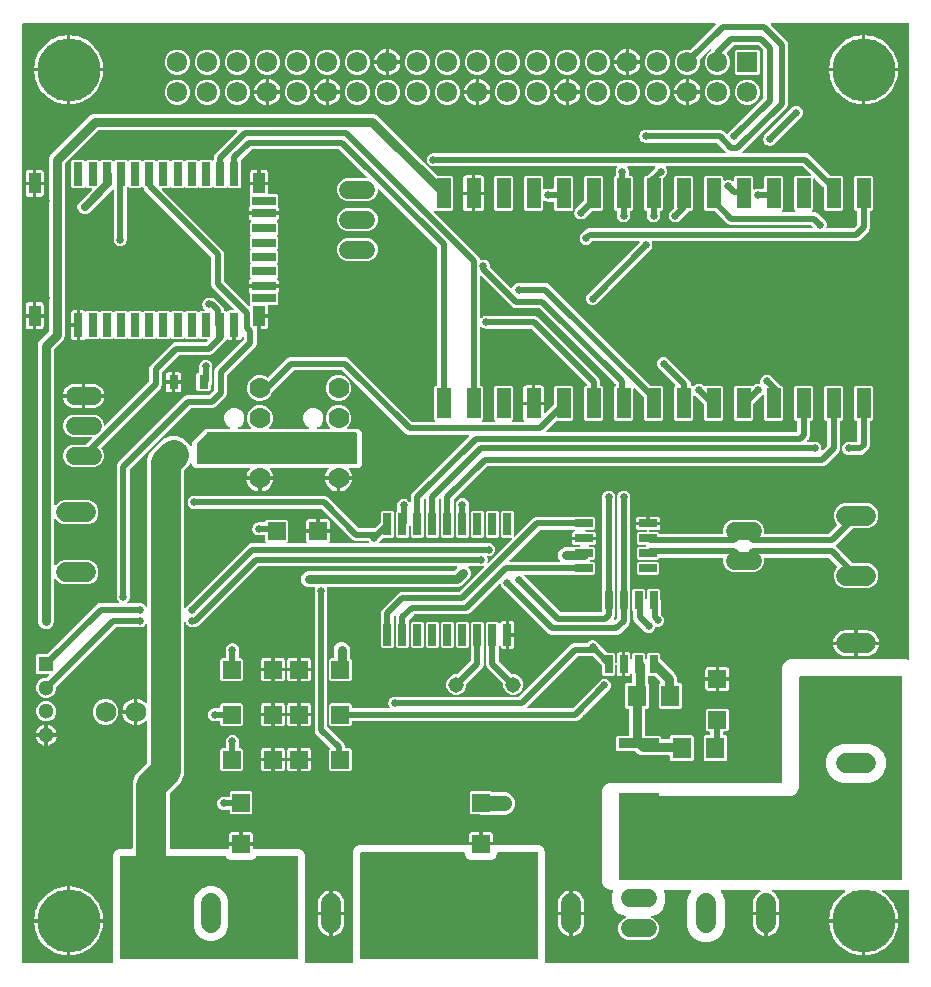
<source format=gbr>
G04 EAGLE Gerber RS-274X export*
G75*
%MOMM*%
%FSLAX34Y34*%
%LPD*%
%INTop Copper*%
%IPPOS*%
%AMOC8*
5,1,8,0,0,1.08239X$1,22.5*%
G01*
%ADD10C,1.693800*%
%ADD11R,1.500000X1.500000*%
%ADD12R,1.270000X2.540000*%
%ADD13R,3.430000X0.890000*%
%ADD14C,1.770000*%
%ADD15C,5.334000*%
%ADD16R,0.800000X2.000000*%
%ADD17R,2.000000X0.800000*%
%ADD18R,1.000000X1.800000*%
%ADD19R,0.650000X1.850000*%
%ADD20R,1.528000X0.650000*%
%ADD21R,0.650000X1.528000*%
%ADD22C,1.516000*%
%ADD23R,1.725000X1.725000*%
%ADD24C,1.725000*%
%ADD25R,0.800000X1.200000*%
%ADD26R,1.300000X1.300000*%
%ADD27C,1.300000*%
%ADD28C,1.750000*%
%ADD29C,1.312800*%
%ADD30R,1.600000X1.803000*%
%ADD31C,0.650000*%
%ADD32C,2.540000*%
%ADD33C,0.762000*%
%ADD34C,0.500000*%
%ADD35C,0.508000*%
%ADD36C,0.635000*%
%ADD37C,1.270000*%

G36*
X78153Y202030D02*
X78153Y202030D01*
X78178Y202027D01*
X78273Y202049D01*
X78370Y202065D01*
X78391Y202077D01*
X78415Y202083D01*
X78499Y202134D01*
X78585Y202180D01*
X78602Y202198D01*
X78623Y202211D01*
X78685Y202287D01*
X78752Y202358D01*
X78762Y202381D01*
X78778Y202400D01*
X78812Y202491D01*
X78853Y202581D01*
X78855Y202605D01*
X78864Y202628D01*
X78878Y202775D01*
X78878Y293462D01*
X79921Y295978D01*
X81847Y297904D01*
X84363Y298947D01*
X94675Y298947D01*
X94699Y298951D01*
X94724Y298948D01*
X94819Y298970D01*
X94916Y298986D01*
X94937Y298998D01*
X94961Y299004D01*
X95045Y299055D01*
X95131Y299101D01*
X95148Y299119D01*
X95169Y299132D01*
X95231Y299208D01*
X95298Y299279D01*
X95308Y299302D01*
X95324Y299321D01*
X95358Y299412D01*
X95399Y299502D01*
X95401Y299526D01*
X95410Y299549D01*
X95424Y299696D01*
X95424Y355548D01*
X97815Y361319D01*
X107555Y371059D01*
X107612Y371138D01*
X107674Y371214D01*
X107682Y371237D01*
X107697Y371257D01*
X107725Y371351D01*
X107760Y371442D01*
X107763Y371475D01*
X107768Y371491D01*
X107767Y371516D01*
X107774Y371589D01*
X107774Y406898D01*
X107762Y406970D01*
X107760Y407044D01*
X107743Y407090D01*
X107735Y407139D01*
X107700Y407204D01*
X107674Y407272D01*
X107643Y407310D01*
X107620Y407354D01*
X107566Y407404D01*
X107519Y407461D01*
X107477Y407487D01*
X107442Y407521D01*
X107375Y407551D01*
X107312Y407590D01*
X107264Y407601D01*
X107219Y407622D01*
X107146Y407629D01*
X107075Y407646D01*
X107026Y407641D01*
X106976Y407646D01*
X106905Y407629D01*
X106832Y407622D01*
X106787Y407602D01*
X106739Y407590D01*
X106676Y407552D01*
X106609Y407521D01*
X106553Y407475D01*
X106531Y407462D01*
X106521Y407449D01*
X106495Y407428D01*
X105430Y406363D01*
X103993Y405318D01*
X102409Y404511D01*
X100719Y403962D01*
X99574Y403781D01*
X99574Y414225D01*
X99570Y414249D01*
X99573Y414273D01*
X99550Y414369D01*
X99534Y414466D01*
X99523Y414487D01*
X99517Y414511D01*
X99466Y414594D01*
X99419Y414681D01*
X99402Y414698D01*
X99389Y414718D01*
X99313Y414781D01*
X99241Y414848D01*
X99219Y414858D01*
X99200Y414873D01*
X99109Y414908D01*
X99019Y414948D01*
X98995Y414951D01*
X98972Y414960D01*
X98825Y414974D01*
X98074Y414974D01*
X98074Y414976D01*
X98825Y414976D01*
X98849Y414980D01*
X98873Y414977D01*
X98969Y415000D01*
X99066Y415016D01*
X99087Y415027D01*
X99111Y415033D01*
X99195Y415084D01*
X99281Y415131D01*
X99298Y415148D01*
X99318Y415161D01*
X99381Y415237D01*
X99448Y415309D01*
X99458Y415331D01*
X99473Y415350D01*
X99508Y415442D01*
X99549Y415531D01*
X99551Y415555D01*
X99560Y415578D01*
X99574Y415725D01*
X99574Y426169D01*
X100719Y425988D01*
X102409Y425439D01*
X103993Y424632D01*
X105430Y423587D01*
X106495Y422522D01*
X106555Y422479D01*
X106609Y422429D01*
X106632Y422419D01*
X106647Y422406D01*
X106669Y422398D01*
X106694Y422380D01*
X106764Y422359D01*
X106831Y422328D01*
X106861Y422325D01*
X106876Y422320D01*
X106900Y422317D01*
X106927Y422309D01*
X106969Y422311D01*
X107023Y422305D01*
X107025Y422305D01*
X107040Y422308D01*
X107074Y422304D01*
X107122Y422316D01*
X107171Y422317D01*
X107229Y422339D01*
X107266Y422345D01*
X107279Y422352D01*
X107311Y422360D01*
X107353Y422386D01*
X107399Y422403D01*
X107446Y422441D01*
X107481Y422460D01*
X107492Y422472D01*
X107519Y422488D01*
X107550Y422526D01*
X107588Y422558D01*
X107619Y422607D01*
X107648Y422638D01*
X107655Y422655D01*
X107674Y422677D01*
X107691Y422723D01*
X107717Y422765D01*
X107729Y422818D01*
X107749Y422860D01*
X107751Y422881D01*
X107760Y422905D01*
X107767Y422978D01*
X107773Y423002D01*
X107771Y423019D01*
X107774Y423052D01*
X107774Y488786D01*
X107758Y488882D01*
X107749Y488979D01*
X107739Y489002D01*
X107735Y489026D01*
X107688Y489113D01*
X107648Y489202D01*
X107631Y489220D01*
X107620Y489242D01*
X107548Y489309D01*
X107481Y489380D01*
X107460Y489392D01*
X107442Y489408D01*
X107352Y489449D01*
X107266Y489495D01*
X107242Y489499D01*
X107219Y489509D01*
X107122Y489519D01*
X107026Y489535D01*
X107001Y489531D01*
X106976Y489533D01*
X106881Y489511D01*
X106785Y489495D01*
X106763Y489484D01*
X106739Y489478D01*
X106656Y489427D01*
X106569Y489381D01*
X106553Y489362D01*
X106531Y489349D01*
X106469Y489274D01*
X106402Y489203D01*
X106387Y489174D01*
X106377Y489161D01*
X106368Y489138D01*
X106333Y489072D01*
X106297Y488986D01*
X104739Y487428D01*
X104176Y487195D01*
X104114Y487156D01*
X104047Y487126D01*
X103990Y487079D01*
X103969Y487066D01*
X103958Y487053D01*
X103933Y487032D01*
X103775Y486874D01*
X103551Y486874D01*
X103479Y486862D01*
X103406Y486860D01*
X103335Y486839D01*
X103311Y486835D01*
X103296Y486827D01*
X103265Y486817D01*
X102702Y486584D01*
X81505Y486584D01*
X81409Y486568D01*
X81312Y486559D01*
X81289Y486549D01*
X81265Y486545D01*
X81179Y486499D01*
X81090Y486458D01*
X81064Y486437D01*
X81049Y486430D01*
X81032Y486411D01*
X80976Y486365D01*
X30945Y436334D01*
X30888Y436255D01*
X30826Y436180D01*
X30818Y436156D01*
X30803Y436136D01*
X30775Y436043D01*
X30763Y436011D01*
X30751Y435986D01*
X30751Y435979D01*
X30740Y435952D01*
X30737Y435919D01*
X30732Y435903D01*
X30733Y435878D01*
X30726Y435805D01*
X30726Y433759D01*
X29432Y430635D01*
X27040Y428243D01*
X23916Y426949D01*
X20534Y426949D01*
X17410Y428243D01*
X15018Y430635D01*
X13724Y433759D01*
X13724Y437141D01*
X15018Y440265D01*
X17410Y442657D01*
X20534Y443951D01*
X22580Y443951D01*
X22676Y443967D01*
X22773Y443976D01*
X22796Y443986D01*
X22820Y443990D01*
X22907Y444037D01*
X22995Y444077D01*
X23021Y444098D01*
X23036Y444105D01*
X23053Y444124D01*
X23109Y444170D01*
X24609Y445670D01*
X24652Y445730D01*
X24702Y445784D01*
X24723Y445828D01*
X24752Y445869D01*
X24773Y445939D01*
X24803Y446006D01*
X24808Y446055D01*
X24822Y446102D01*
X24820Y446175D01*
X24827Y446249D01*
X24816Y446297D01*
X24815Y446346D01*
X24789Y446415D01*
X24772Y446486D01*
X24746Y446528D01*
X24729Y446574D01*
X24682Y446631D01*
X24643Y446694D01*
X24605Y446725D01*
X24574Y446763D01*
X24512Y446802D01*
X24455Y446849D01*
X24409Y446866D01*
X24367Y446892D01*
X24295Y446909D01*
X24227Y446935D01*
X24154Y446942D01*
X24129Y446948D01*
X24113Y446946D01*
X24080Y446949D01*
X14896Y446949D01*
X13724Y448121D01*
X13724Y462779D01*
X14896Y463951D01*
X22580Y463951D01*
X22676Y463967D01*
X22773Y463976D01*
X22796Y463986D01*
X22820Y463990D01*
X22907Y464036D01*
X22995Y464077D01*
X23021Y464098D01*
X23036Y464105D01*
X23053Y464124D01*
X23109Y464170D01*
X63622Y504683D01*
X65286Y506347D01*
X67323Y507191D01*
X83221Y507191D01*
X83294Y507203D01*
X83367Y507205D01*
X83413Y507222D01*
X83462Y507230D01*
X83527Y507265D01*
X83596Y507291D01*
X83634Y507322D01*
X83677Y507345D01*
X83727Y507399D01*
X83784Y507446D01*
X83810Y507488D01*
X83844Y507523D01*
X83874Y507590D01*
X83913Y507653D01*
X83924Y507701D01*
X83945Y507746D01*
X83952Y507819D01*
X83969Y507890D01*
X83964Y507939D01*
X83969Y507989D01*
X83952Y508060D01*
X83945Y508133D01*
X83925Y508178D01*
X83914Y508226D01*
X83875Y508289D01*
X83845Y508356D01*
X83798Y508412D01*
X83785Y508434D01*
X83772Y508444D01*
X83751Y508470D01*
X82837Y509384D01*
X82644Y509850D01*
X82605Y509912D01*
X82575Y509979D01*
X82528Y510036D01*
X82515Y510057D01*
X82502Y510068D01*
X82481Y510093D01*
X82249Y510325D01*
X82249Y510653D01*
X82237Y510726D01*
X82235Y510799D01*
X82214Y510869D01*
X82210Y510894D01*
X82202Y510909D01*
X82192Y510940D01*
X81999Y511406D01*
X81999Y623594D01*
X82837Y625616D01*
X139384Y682163D01*
X141406Y683001D01*
X159911Y683001D01*
X160008Y683017D01*
X160104Y683026D01*
X160127Y683036D01*
X160152Y683040D01*
X160238Y683086D01*
X160327Y683127D01*
X160352Y683148D01*
X160367Y683155D01*
X160384Y683174D01*
X160441Y683220D01*
X164280Y687059D01*
X164337Y687138D01*
X164399Y687214D01*
X164407Y687237D01*
X164422Y687257D01*
X164450Y687351D01*
X164485Y687442D01*
X164488Y687475D01*
X164493Y687491D01*
X164492Y687516D01*
X164499Y687589D01*
X164499Y694828D01*
X164481Y694936D01*
X164467Y695045D01*
X164462Y695056D01*
X164460Y695068D01*
X164408Y695165D01*
X164359Y695264D01*
X164350Y695273D01*
X164345Y695284D01*
X164264Y695359D01*
X164187Y695436D01*
X164176Y695442D01*
X164172Y695446D01*
X164202Y695474D01*
X164244Y695500D01*
X164291Y695557D01*
X164345Y695608D01*
X164368Y695651D01*
X164399Y695689D01*
X164425Y695758D01*
X164460Y695823D01*
X164467Y695871D01*
X164485Y695917D01*
X164499Y696064D01*
X164499Y703594D01*
X165337Y705616D01*
X189280Y729559D01*
X189337Y729638D01*
X189399Y729714D01*
X189407Y729737D01*
X189422Y729757D01*
X189450Y729851D01*
X189485Y729942D01*
X189488Y729975D01*
X189493Y729991D01*
X189492Y730016D01*
X189499Y730089D01*
X189499Y731681D01*
X189495Y731706D01*
X189498Y731730D01*
X189475Y731825D01*
X189460Y731922D01*
X189448Y731944D01*
X189442Y731968D01*
X189391Y732051D01*
X189345Y732137D01*
X189327Y732154D01*
X189314Y732175D01*
X189238Y732237D01*
X189167Y732304D01*
X189144Y732314D01*
X189125Y732330D01*
X189033Y732364D01*
X188944Y732405D01*
X188920Y732407D01*
X188897Y732416D01*
X188799Y732419D01*
X188701Y732429D01*
X188677Y732423D01*
X188653Y732424D01*
X188559Y732396D01*
X188464Y732374D01*
X188443Y732361D01*
X188419Y732353D01*
X188340Y732297D01*
X188256Y732245D01*
X188241Y732226D01*
X188221Y732211D01*
X188164Y732132D01*
X188102Y732056D01*
X188093Y732033D01*
X188078Y732013D01*
X188026Y731875D01*
X187918Y731469D01*
X187583Y730890D01*
X187110Y730417D01*
X186531Y730082D01*
X185884Y729909D01*
X183049Y729909D01*
X183049Y741700D01*
X183045Y741724D01*
X183048Y741748D01*
X183025Y741844D01*
X183009Y741941D01*
X182998Y741962D01*
X182992Y741986D01*
X182941Y742069D01*
X182894Y742156D01*
X182877Y742173D01*
X182864Y742193D01*
X182788Y742256D01*
X182716Y742323D01*
X182694Y742333D01*
X182675Y742348D01*
X182584Y742383D01*
X182494Y742424D01*
X182470Y742426D01*
X182447Y742435D01*
X182300Y742449D01*
X180800Y742449D01*
X180776Y742445D01*
X180752Y742448D01*
X180656Y742425D01*
X180559Y742409D01*
X180538Y742398D01*
X180514Y742392D01*
X180430Y742341D01*
X180344Y742294D01*
X180327Y742277D01*
X180307Y742264D01*
X180244Y742188D01*
X180177Y742116D01*
X180167Y742094D01*
X180152Y742075D01*
X180117Y741984D01*
X180076Y741894D01*
X180074Y741870D01*
X180065Y741847D01*
X180051Y741700D01*
X180051Y729909D01*
X177216Y729909D01*
X176569Y730082D01*
X176004Y730409D01*
X175936Y730434D01*
X175871Y730469D01*
X175822Y730477D01*
X175776Y730495D01*
X175703Y730497D01*
X175630Y730509D01*
X175582Y730501D01*
X175532Y730503D01*
X175462Y730481D01*
X175390Y730469D01*
X175346Y730446D01*
X175299Y730432D01*
X175239Y730389D01*
X175174Y730355D01*
X175140Y730318D01*
X175100Y730290D01*
X175058Y730230D01*
X175007Y730177D01*
X174973Y730112D01*
X174958Y730091D01*
X174953Y730076D01*
X174938Y730046D01*
X174663Y729384D01*
X163116Y717837D01*
X161094Y716999D01*
X135089Y716999D01*
X134992Y716983D01*
X134896Y716974D01*
X134873Y716964D01*
X134848Y716960D01*
X134762Y716914D01*
X134673Y716873D01*
X134648Y716852D01*
X134633Y716845D01*
X134616Y716826D01*
X134559Y716780D01*
X120720Y702941D01*
X120663Y702862D01*
X120601Y702786D01*
X120593Y702763D01*
X120578Y702743D01*
X120550Y702649D01*
X120515Y702558D01*
X120512Y702525D01*
X120507Y702509D01*
X120508Y702484D01*
X120501Y702411D01*
X120501Y691406D01*
X119663Y689384D01*
X69134Y638855D01*
X69120Y638835D01*
X69101Y638819D01*
X69049Y638736D01*
X68992Y638656D01*
X68985Y638633D01*
X68972Y638612D01*
X68949Y638517D01*
X68921Y638423D01*
X68922Y638398D01*
X68916Y638375D01*
X68926Y638277D01*
X68929Y638179D01*
X68938Y638156D01*
X68940Y638132D01*
X68980Y638042D01*
X69015Y637951D01*
X69030Y637932D01*
X69040Y637909D01*
X69134Y637795D01*
X69677Y637252D01*
X71136Y633731D01*
X71136Y629919D01*
X69677Y626398D01*
X66982Y623703D01*
X63461Y622244D01*
X44489Y622244D01*
X40968Y623703D01*
X38273Y626398D01*
X36814Y629919D01*
X36814Y633731D01*
X38273Y637252D01*
X40968Y639947D01*
X44489Y641406D01*
X55816Y641406D01*
X55913Y641422D01*
X56009Y641431D01*
X56032Y641441D01*
X56057Y641445D01*
X56143Y641491D01*
X56232Y641532D01*
X56257Y641553D01*
X56272Y641560D01*
X56289Y641579D01*
X56346Y641625D01*
X61086Y646365D01*
X61129Y646425D01*
X61179Y646479D01*
X61199Y646523D01*
X61228Y646564D01*
X61250Y646634D01*
X61280Y646701D01*
X61285Y646750D01*
X61299Y646797D01*
X61297Y646870D01*
X61304Y646944D01*
X61293Y646992D01*
X61291Y647041D01*
X61265Y647110D01*
X61249Y647181D01*
X61223Y647223D01*
X61205Y647269D01*
X61159Y647326D01*
X61120Y647389D01*
X61082Y647420D01*
X61051Y647458D01*
X60988Y647497D01*
X60931Y647544D01*
X60885Y647561D01*
X60843Y647587D01*
X60772Y647604D01*
X60703Y647630D01*
X60630Y647637D01*
X60606Y647643D01*
X60589Y647641D01*
X60556Y647644D01*
X44489Y647644D01*
X40968Y649103D01*
X38273Y651798D01*
X36814Y655319D01*
X36814Y659131D01*
X38273Y662652D01*
X40968Y665347D01*
X44489Y666806D01*
X63461Y666806D01*
X66982Y665347D01*
X69677Y662652D01*
X71136Y659131D01*
X71136Y658224D01*
X71148Y658151D01*
X71150Y658078D01*
X71167Y658032D01*
X71175Y657983D01*
X71210Y657918D01*
X71236Y657849D01*
X71267Y657811D01*
X71290Y657768D01*
X71344Y657718D01*
X71391Y657661D01*
X71433Y657635D01*
X71468Y657601D01*
X71535Y657571D01*
X71598Y657532D01*
X71646Y657521D01*
X71691Y657500D01*
X71764Y657493D01*
X71835Y657476D01*
X71884Y657481D01*
X71934Y657476D01*
X72005Y657493D01*
X72078Y657500D01*
X72123Y657520D01*
X72171Y657531D01*
X72234Y657570D01*
X72301Y657600D01*
X72357Y657647D01*
X72379Y657660D01*
X72389Y657673D01*
X72415Y657694D01*
X109280Y694559D01*
X109337Y694638D01*
X109399Y694714D01*
X109407Y694737D01*
X109422Y694757D01*
X109450Y694851D01*
X109485Y694942D01*
X109488Y694975D01*
X109493Y694991D01*
X109492Y695016D01*
X109499Y695089D01*
X109499Y706094D01*
X110337Y708116D01*
X129384Y727163D01*
X131406Y728001D01*
X157411Y728001D01*
X157508Y728017D01*
X157604Y728026D01*
X157627Y728036D01*
X157652Y728040D01*
X157738Y728087D01*
X157827Y728127D01*
X157852Y728148D01*
X157867Y728155D01*
X157884Y728174D01*
X157941Y728220D01*
X158891Y729170D01*
X158934Y729230D01*
X158984Y729284D01*
X159004Y729328D01*
X159033Y729369D01*
X159055Y729439D01*
X159085Y729506D01*
X159090Y729555D01*
X159104Y729602D01*
X159102Y729675D01*
X159109Y729749D01*
X159098Y729797D01*
X159096Y729846D01*
X159070Y729915D01*
X159054Y729986D01*
X159028Y730028D01*
X159010Y730074D01*
X158964Y730131D01*
X158925Y730194D01*
X158887Y730225D01*
X158856Y730263D01*
X158793Y730302D01*
X158736Y730349D01*
X158690Y730366D01*
X158648Y730392D01*
X158577Y730409D01*
X158508Y730435D01*
X158435Y730442D01*
X158411Y730448D01*
X158394Y730446D01*
X158361Y730449D01*
X152721Y730449D01*
X152080Y731091D01*
X152060Y731105D01*
X152044Y731124D01*
X151961Y731176D01*
X151881Y731233D01*
X151858Y731240D01*
X151837Y731253D01*
X151742Y731275D01*
X151648Y731304D01*
X151623Y731303D01*
X151600Y731309D01*
X151502Y731299D01*
X151404Y731296D01*
X151381Y731287D01*
X151357Y731285D01*
X151267Y731245D01*
X151176Y731210D01*
X151157Y731194D01*
X151134Y731184D01*
X151020Y731091D01*
X150379Y730449D01*
X140721Y730449D01*
X140080Y731091D01*
X140060Y731105D01*
X140044Y731124D01*
X139961Y731176D01*
X139881Y731233D01*
X139858Y731240D01*
X139837Y731253D01*
X139742Y731275D01*
X139648Y731304D01*
X139623Y731303D01*
X139600Y731309D01*
X139502Y731299D01*
X139404Y731296D01*
X139381Y731287D01*
X139357Y731285D01*
X139267Y731245D01*
X139176Y731210D01*
X139157Y731194D01*
X139134Y731184D01*
X139020Y731091D01*
X138379Y730449D01*
X128721Y730449D01*
X128080Y731091D01*
X128060Y731105D01*
X128044Y731124D01*
X127961Y731176D01*
X127881Y731233D01*
X127858Y731240D01*
X127837Y731253D01*
X127742Y731275D01*
X127648Y731304D01*
X127623Y731303D01*
X127600Y731309D01*
X127502Y731299D01*
X127404Y731296D01*
X127381Y731287D01*
X127357Y731285D01*
X127267Y731245D01*
X127176Y731210D01*
X127157Y731194D01*
X127134Y731184D01*
X127020Y731091D01*
X126379Y730449D01*
X116721Y730449D01*
X116080Y731091D01*
X116060Y731105D01*
X116044Y731124D01*
X115961Y731176D01*
X115881Y731233D01*
X115858Y731240D01*
X115837Y731253D01*
X115742Y731275D01*
X115648Y731304D01*
X115623Y731303D01*
X115600Y731309D01*
X115502Y731299D01*
X115404Y731296D01*
X115381Y731287D01*
X115357Y731285D01*
X115267Y731245D01*
X115176Y731210D01*
X115157Y731194D01*
X115134Y731184D01*
X115020Y731091D01*
X114379Y730449D01*
X104721Y730449D01*
X104080Y731091D01*
X104060Y731105D01*
X104044Y731124D01*
X103961Y731176D01*
X103881Y731233D01*
X103858Y731240D01*
X103837Y731253D01*
X103742Y731275D01*
X103648Y731304D01*
X103623Y731303D01*
X103600Y731309D01*
X103502Y731299D01*
X103404Y731296D01*
X103381Y731287D01*
X103357Y731285D01*
X103267Y731245D01*
X103176Y731210D01*
X103157Y731194D01*
X103134Y731184D01*
X103020Y731091D01*
X102379Y730449D01*
X92721Y730449D01*
X92080Y731091D01*
X92060Y731105D01*
X92044Y731124D01*
X91961Y731176D01*
X91881Y731233D01*
X91858Y731240D01*
X91837Y731253D01*
X91742Y731275D01*
X91648Y731304D01*
X91623Y731303D01*
X91600Y731309D01*
X91502Y731299D01*
X91404Y731296D01*
X91381Y731287D01*
X91357Y731285D01*
X91267Y731245D01*
X91176Y731210D01*
X91157Y731194D01*
X91134Y731184D01*
X91020Y731091D01*
X90379Y730449D01*
X80721Y730449D01*
X80080Y731091D01*
X80060Y731105D01*
X80044Y731124D01*
X79961Y731176D01*
X79881Y731233D01*
X79858Y731240D01*
X79837Y731253D01*
X79742Y731275D01*
X79648Y731304D01*
X79623Y731303D01*
X79600Y731309D01*
X79502Y731299D01*
X79404Y731296D01*
X79381Y731287D01*
X79357Y731285D01*
X79267Y731245D01*
X79176Y731210D01*
X79157Y731194D01*
X79134Y731184D01*
X79020Y731091D01*
X78379Y730449D01*
X68721Y730449D01*
X68080Y731091D01*
X68060Y731105D01*
X68044Y731124D01*
X67961Y731176D01*
X67881Y731233D01*
X67858Y731240D01*
X67837Y731253D01*
X67742Y731275D01*
X67648Y731304D01*
X67623Y731303D01*
X67600Y731309D01*
X67502Y731299D01*
X67404Y731296D01*
X67381Y731287D01*
X67357Y731285D01*
X67267Y731245D01*
X67176Y731210D01*
X67157Y731194D01*
X67134Y731184D01*
X67020Y731091D01*
X66379Y730449D01*
X56721Y730449D01*
X56462Y730709D01*
X56442Y730723D01*
X56426Y730742D01*
X56343Y730794D01*
X56263Y730851D01*
X56240Y730858D01*
X56219Y730871D01*
X56124Y730893D01*
X56030Y730922D01*
X56005Y730921D01*
X55982Y730927D01*
X55884Y730917D01*
X55786Y730914D01*
X55763Y730905D01*
X55739Y730903D01*
X55649Y730863D01*
X55558Y730828D01*
X55539Y730813D01*
X55516Y730803D01*
X55402Y730709D01*
X55110Y730417D01*
X54531Y730082D01*
X53884Y729909D01*
X51049Y729909D01*
X51049Y741700D01*
X51045Y741724D01*
X51048Y741748D01*
X51025Y741844D01*
X51009Y741941D01*
X50998Y741962D01*
X50992Y741986D01*
X50941Y742069D01*
X50894Y742156D01*
X50877Y742173D01*
X50864Y742193D01*
X50788Y742256D01*
X50716Y742323D01*
X50694Y742333D01*
X50675Y742348D01*
X50584Y742383D01*
X50494Y742424D01*
X50470Y742426D01*
X50447Y742435D01*
X50300Y742449D01*
X49549Y742449D01*
X49549Y742451D01*
X50300Y742451D01*
X50324Y742455D01*
X50348Y742452D01*
X50444Y742475D01*
X50541Y742491D01*
X50562Y742502D01*
X50586Y742508D01*
X50669Y742559D01*
X50756Y742606D01*
X50773Y742623D01*
X50793Y742636D01*
X50856Y742712D01*
X50923Y742784D01*
X50933Y742806D01*
X50948Y742825D01*
X50983Y742916D01*
X51024Y743006D01*
X51026Y743030D01*
X51035Y743053D01*
X51049Y743200D01*
X51049Y754991D01*
X53884Y754991D01*
X54531Y754818D01*
X55110Y754483D01*
X55402Y754191D01*
X55422Y754177D01*
X55438Y754158D01*
X55521Y754106D01*
X55600Y754049D01*
X55624Y754042D01*
X55645Y754029D01*
X55740Y754007D01*
X55834Y753978D01*
X55858Y753979D01*
X55882Y753973D01*
X55980Y753983D01*
X56078Y753986D01*
X56101Y753995D01*
X56125Y753997D01*
X56214Y754037D01*
X56306Y754072D01*
X56325Y754087D01*
X56347Y754097D01*
X56462Y754191D01*
X56721Y754451D01*
X66379Y754451D01*
X67020Y753809D01*
X67040Y753795D01*
X67056Y753776D01*
X67139Y753724D01*
X67219Y753667D01*
X67242Y753660D01*
X67263Y753647D01*
X67358Y753625D01*
X67452Y753596D01*
X67476Y753597D01*
X67500Y753591D01*
X67598Y753601D01*
X67696Y753604D01*
X67719Y753613D01*
X67743Y753615D01*
X67833Y753656D01*
X67924Y753690D01*
X67943Y753706D01*
X67966Y753716D01*
X68080Y753809D01*
X68721Y754451D01*
X78379Y754451D01*
X79020Y753809D01*
X79040Y753795D01*
X79056Y753776D01*
X79139Y753724D01*
X79219Y753667D01*
X79242Y753660D01*
X79263Y753647D01*
X79358Y753625D01*
X79452Y753596D01*
X79476Y753597D01*
X79500Y753591D01*
X79598Y753601D01*
X79696Y753604D01*
X79719Y753613D01*
X79743Y753615D01*
X79833Y753656D01*
X79924Y753690D01*
X79943Y753706D01*
X79966Y753716D01*
X80080Y753809D01*
X80721Y754451D01*
X90379Y754451D01*
X91020Y753809D01*
X91040Y753795D01*
X91056Y753776D01*
X91139Y753724D01*
X91219Y753667D01*
X91242Y753660D01*
X91263Y753647D01*
X91358Y753625D01*
X91452Y753596D01*
X91476Y753597D01*
X91500Y753591D01*
X91598Y753601D01*
X91696Y753604D01*
X91719Y753613D01*
X91743Y753615D01*
X91833Y753656D01*
X91924Y753690D01*
X91943Y753706D01*
X91966Y753716D01*
X92080Y753809D01*
X92721Y754451D01*
X102379Y754451D01*
X103020Y753809D01*
X103040Y753795D01*
X103056Y753776D01*
X103139Y753724D01*
X103219Y753667D01*
X103242Y753660D01*
X103263Y753647D01*
X103358Y753625D01*
X103452Y753596D01*
X103476Y753597D01*
X103500Y753591D01*
X103598Y753601D01*
X103696Y753604D01*
X103719Y753613D01*
X103743Y753615D01*
X103833Y753656D01*
X103924Y753690D01*
X103943Y753706D01*
X103966Y753716D01*
X104080Y753809D01*
X104721Y754451D01*
X114379Y754451D01*
X115020Y753809D01*
X115040Y753795D01*
X115056Y753776D01*
X115139Y753724D01*
X115219Y753667D01*
X115242Y753660D01*
X115263Y753647D01*
X115358Y753625D01*
X115452Y753596D01*
X115476Y753597D01*
X115500Y753591D01*
X115598Y753601D01*
X115696Y753604D01*
X115719Y753613D01*
X115743Y753615D01*
X115833Y753656D01*
X115924Y753690D01*
X115943Y753706D01*
X115966Y753716D01*
X116080Y753809D01*
X116721Y754451D01*
X126379Y754451D01*
X127020Y753809D01*
X127040Y753795D01*
X127056Y753776D01*
X127139Y753724D01*
X127219Y753667D01*
X127242Y753660D01*
X127263Y753647D01*
X127358Y753625D01*
X127452Y753596D01*
X127476Y753597D01*
X127500Y753591D01*
X127598Y753601D01*
X127696Y753604D01*
X127719Y753613D01*
X127743Y753615D01*
X127833Y753656D01*
X127924Y753690D01*
X127943Y753706D01*
X127966Y753716D01*
X128080Y753809D01*
X128721Y754451D01*
X138379Y754451D01*
X139020Y753809D01*
X139040Y753795D01*
X139056Y753776D01*
X139139Y753724D01*
X139219Y753667D01*
X139242Y753660D01*
X139263Y753647D01*
X139358Y753625D01*
X139452Y753596D01*
X139476Y753597D01*
X139500Y753591D01*
X139598Y753601D01*
X139696Y753604D01*
X139719Y753613D01*
X139743Y753615D01*
X139833Y753656D01*
X139924Y753690D01*
X139943Y753706D01*
X139966Y753716D01*
X140080Y753809D01*
X140721Y754451D01*
X150379Y754451D01*
X151020Y753809D01*
X151040Y753795D01*
X151056Y753776D01*
X151139Y753724D01*
X151219Y753667D01*
X151242Y753660D01*
X151263Y753647D01*
X151358Y753625D01*
X151452Y753596D01*
X151476Y753597D01*
X151500Y753591D01*
X151598Y753601D01*
X151696Y753604D01*
X151719Y753613D01*
X151743Y753615D01*
X151833Y753656D01*
X151924Y753690D01*
X151943Y753706D01*
X151966Y753716D01*
X152080Y753809D01*
X152721Y754451D01*
X155961Y754451D01*
X156034Y754463D01*
X156107Y754465D01*
X156153Y754482D01*
X156202Y754490D01*
X156267Y754525D01*
X156336Y754551D01*
X156374Y754582D01*
X156417Y754605D01*
X156467Y754659D01*
X156524Y754706D01*
X156550Y754748D01*
X156584Y754783D01*
X156614Y754850D01*
X156653Y754913D01*
X156664Y754961D01*
X156685Y755006D01*
X156692Y755079D01*
X156709Y755150D01*
X156704Y755199D01*
X156709Y755249D01*
X156692Y755320D01*
X156685Y755393D01*
X156665Y755438D01*
X156654Y755486D01*
X156615Y755549D01*
X156585Y755616D01*
X156538Y755672D01*
X156525Y755694D01*
X156512Y755704D01*
X156491Y755730D01*
X155337Y756884D01*
X155144Y757350D01*
X155105Y757412D01*
X155075Y757479D01*
X155028Y757536D01*
X155015Y757557D01*
X155002Y757568D01*
X154981Y757593D01*
X154749Y757825D01*
X154749Y758153D01*
X154737Y758226D01*
X154735Y758299D01*
X154714Y758369D01*
X154710Y758394D01*
X154702Y758409D01*
X154692Y758440D01*
X154499Y758906D01*
X154499Y761094D01*
X154692Y761560D01*
X154709Y761631D01*
X154735Y761700D01*
X154742Y761773D01*
X154748Y761798D01*
X154746Y761814D01*
X154749Y761847D01*
X154749Y762175D01*
X154981Y762407D01*
X155024Y762467D01*
X155074Y762520D01*
X155109Y762585D01*
X155123Y762605D01*
X155128Y762621D01*
X155144Y762650D01*
X155337Y763116D01*
X156884Y764663D01*
X157350Y764856D01*
X157412Y764895D01*
X157479Y764925D01*
X157536Y764972D01*
X157557Y764985D01*
X157568Y764998D01*
X157593Y765019D01*
X157825Y765251D01*
X158153Y765251D01*
X158226Y765263D01*
X158299Y765265D01*
X158369Y765286D01*
X158394Y765290D01*
X158409Y765298D01*
X158440Y765308D01*
X158906Y765501D01*
X163594Y765501D01*
X165616Y764663D01*
X172163Y758116D01*
X173001Y756094D01*
X173001Y755200D01*
X173005Y755176D01*
X173002Y755151D01*
X173024Y755056D01*
X173040Y754959D01*
X173052Y754938D01*
X173058Y754914D01*
X173109Y754830D01*
X173155Y754744D01*
X173173Y754727D01*
X173186Y754706D01*
X173262Y754644D01*
X173333Y754577D01*
X173356Y754567D01*
X173375Y754551D01*
X173466Y754517D01*
X173556Y754476D01*
X173580Y754474D01*
X173603Y754465D01*
X173750Y754451D01*
X174379Y754451D01*
X174638Y754191D01*
X174658Y754177D01*
X174674Y754158D01*
X174757Y754106D01*
X174837Y754049D01*
X174860Y754042D01*
X174881Y754029D01*
X174976Y754007D01*
X175070Y753978D01*
X175095Y753979D01*
X175118Y753973D01*
X175216Y753983D01*
X175314Y753986D01*
X175337Y753995D01*
X175361Y753997D01*
X175451Y754037D01*
X175542Y754072D01*
X175561Y754087D01*
X175584Y754097D01*
X175698Y754191D01*
X175990Y754483D01*
X176569Y754818D01*
X177216Y754991D01*
X180421Y754991D01*
X180494Y755003D01*
X180567Y755005D01*
X180613Y755022D01*
X180662Y755030D01*
X180727Y755065D01*
X180796Y755091D01*
X180834Y755122D01*
X180877Y755145D01*
X180927Y755199D01*
X180984Y755246D01*
X181010Y755287D01*
X181044Y755323D01*
X181074Y755390D01*
X181113Y755453D01*
X181124Y755501D01*
X181145Y755546D01*
X181152Y755619D01*
X181169Y755690D01*
X181164Y755739D01*
X181169Y755789D01*
X181152Y755860D01*
X181145Y755933D01*
X181125Y755978D01*
X181114Y756026D01*
X181075Y756089D01*
X181045Y756156D01*
X180998Y756212D01*
X180985Y756234D01*
X180972Y756244D01*
X180951Y756270D01*
X164489Y772731D01*
X162837Y774384D01*
X161999Y776406D01*
X161999Y799911D01*
X161983Y800008D01*
X161974Y800104D01*
X161964Y800127D01*
X161960Y800152D01*
X161914Y800238D01*
X161873Y800327D01*
X161852Y800352D01*
X161845Y800367D01*
X161826Y800384D01*
X161802Y800414D01*
X161798Y800421D01*
X161794Y800424D01*
X161780Y800441D01*
X105337Y856884D01*
X104722Y858368D01*
X104684Y858430D01*
X104653Y858497D01*
X104606Y858554D01*
X104593Y858575D01*
X104581Y858585D01*
X104560Y858611D01*
X104080Y859091D01*
X104060Y859105D01*
X104044Y859124D01*
X103961Y859176D01*
X103881Y859233D01*
X103858Y859240D01*
X103837Y859253D01*
X103742Y859275D01*
X103648Y859304D01*
X103623Y859303D01*
X103600Y859309D01*
X103502Y859299D01*
X103404Y859296D01*
X103381Y859287D01*
X103357Y859285D01*
X103268Y859245D01*
X103176Y859210D01*
X103157Y859194D01*
X103134Y859184D01*
X103020Y859091D01*
X102379Y858449D01*
X92721Y858449D01*
X92080Y859091D01*
X92060Y859105D01*
X92044Y859124D01*
X91961Y859176D01*
X91881Y859233D01*
X91858Y859240D01*
X91837Y859253D01*
X91742Y859275D01*
X91648Y859304D01*
X91624Y859303D01*
X91600Y859309D01*
X91502Y859299D01*
X91404Y859296D01*
X91381Y859287D01*
X91357Y859285D01*
X91267Y859244D01*
X91176Y859210D01*
X91157Y859194D01*
X91134Y859184D01*
X91020Y859091D01*
X90720Y858791D01*
X90663Y858711D01*
X90601Y858636D01*
X90593Y858613D01*
X90578Y858592D01*
X90550Y858499D01*
X90515Y858408D01*
X90512Y858375D01*
X90507Y858359D01*
X90508Y858334D01*
X90501Y858261D01*
X90501Y813906D01*
X90308Y813440D01*
X90291Y813369D01*
X90265Y813300D01*
X90258Y813227D01*
X90252Y813202D01*
X90254Y813186D01*
X90251Y813153D01*
X90251Y812825D01*
X90019Y812593D01*
X89976Y812534D01*
X89926Y812480D01*
X89891Y812415D01*
X89877Y812395D01*
X89872Y812379D01*
X89856Y812350D01*
X89663Y811884D01*
X88116Y810337D01*
X87650Y810144D01*
X87588Y810105D01*
X87521Y810075D01*
X87464Y810028D01*
X87443Y810015D01*
X87432Y810002D01*
X87407Y809981D01*
X87175Y809749D01*
X86847Y809749D01*
X86774Y809737D01*
X86701Y809735D01*
X86631Y809714D01*
X86606Y809710D01*
X86591Y809702D01*
X86560Y809692D01*
X86094Y809499D01*
X83906Y809499D01*
X83440Y809692D01*
X83369Y809709D01*
X83300Y809735D01*
X83227Y809742D01*
X83202Y809748D01*
X83186Y809746D01*
X83153Y809749D01*
X82825Y809749D01*
X82593Y809981D01*
X82534Y810024D01*
X82480Y810074D01*
X82415Y810109D01*
X82395Y810123D01*
X82379Y810128D01*
X82350Y810144D01*
X81884Y810337D01*
X80337Y811884D01*
X80144Y812350D01*
X80105Y812412D01*
X80075Y812479D01*
X80028Y812536D01*
X80015Y812557D01*
X80002Y812568D01*
X79981Y812593D01*
X79749Y812825D01*
X79749Y813153D01*
X79737Y813226D01*
X79735Y813299D01*
X79714Y813369D01*
X79710Y813394D01*
X79702Y813409D01*
X79692Y813440D01*
X79499Y813906D01*
X79499Y856457D01*
X79487Y856529D01*
X79485Y856603D01*
X79468Y856649D01*
X79460Y856697D01*
X79425Y856762D01*
X79399Y856831D01*
X79368Y856869D01*
X79345Y856913D01*
X79291Y856963D01*
X79244Y857020D01*
X79203Y857046D01*
X79167Y857079D01*
X79100Y857110D01*
X79037Y857149D01*
X78989Y857160D01*
X78944Y857180D01*
X78871Y857187D01*
X78800Y857204D01*
X78751Y857199D01*
X78701Y857204D01*
X78630Y857188D01*
X78557Y857181D01*
X78512Y857160D01*
X78464Y857149D01*
X78401Y857110D01*
X78334Y857080D01*
X78278Y857033D01*
X78256Y857020D01*
X78246Y857007D01*
X78220Y856986D01*
X58498Y837264D01*
X56228Y836324D01*
X53772Y836324D01*
X51502Y837264D01*
X49764Y839002D01*
X48824Y841272D01*
X48824Y843728D01*
X49764Y845998D01*
X60936Y857170D01*
X60979Y857230D01*
X61029Y857284D01*
X61050Y857328D01*
X61079Y857369D01*
X61100Y857439D01*
X61130Y857506D01*
X61135Y857555D01*
X61149Y857602D01*
X61147Y857675D01*
X61154Y857749D01*
X61143Y857797D01*
X61142Y857846D01*
X61116Y857915D01*
X61099Y857986D01*
X61073Y858028D01*
X61056Y858074D01*
X61009Y858131D01*
X60970Y858194D01*
X60932Y858225D01*
X60901Y858263D01*
X60839Y858302D01*
X60782Y858349D01*
X60736Y858366D01*
X60694Y858392D01*
X60622Y858409D01*
X60554Y858435D01*
X60480Y858442D01*
X60456Y858448D01*
X60440Y858446D01*
X60407Y858449D01*
X56721Y858449D01*
X56080Y859091D01*
X56060Y859105D01*
X56044Y859124D01*
X55961Y859176D01*
X55881Y859233D01*
X55858Y859240D01*
X55837Y859253D01*
X55742Y859275D01*
X55648Y859304D01*
X55624Y859303D01*
X55600Y859309D01*
X55502Y859299D01*
X55404Y859296D01*
X55381Y859287D01*
X55357Y859285D01*
X55267Y859244D01*
X55176Y859210D01*
X55157Y859194D01*
X55134Y859184D01*
X55020Y859091D01*
X54379Y858449D01*
X44721Y858449D01*
X43549Y859621D01*
X43549Y881279D01*
X44721Y882451D01*
X54379Y882451D01*
X55020Y881809D01*
X55040Y881795D01*
X55056Y881776D01*
X55123Y881734D01*
X55169Y881696D01*
X55188Y881689D01*
X55219Y881667D01*
X55242Y881660D01*
X55263Y881647D01*
X55358Y881625D01*
X55360Y881624D01*
X55397Y881610D01*
X55411Y881609D01*
X55452Y881596D01*
X55477Y881597D01*
X55500Y881591D01*
X55543Y881596D01*
X55544Y881595D01*
X55556Y881595D01*
X55576Y881599D01*
X55598Y881601D01*
X55696Y881604D01*
X55719Y881613D01*
X55743Y881615D01*
X55783Y881633D01*
X55796Y881635D01*
X55839Y881658D01*
X55924Y881690D01*
X55943Y881706D01*
X55966Y881716D01*
X56001Y881744D01*
X56012Y881750D01*
X56025Y881764D01*
X56080Y881809D01*
X56721Y882451D01*
X66379Y882451D01*
X67020Y881809D01*
X67040Y881795D01*
X67056Y881776D01*
X67123Y881734D01*
X67169Y881696D01*
X67188Y881689D01*
X67219Y881667D01*
X67242Y881660D01*
X67263Y881647D01*
X67358Y881625D01*
X67360Y881624D01*
X67397Y881610D01*
X67411Y881609D01*
X67452Y881596D01*
X67477Y881597D01*
X67500Y881591D01*
X67543Y881596D01*
X67544Y881595D01*
X67556Y881595D01*
X67576Y881599D01*
X67598Y881601D01*
X67696Y881604D01*
X67719Y881613D01*
X67743Y881615D01*
X67783Y881633D01*
X67796Y881635D01*
X67839Y881658D01*
X67924Y881690D01*
X67943Y881706D01*
X67966Y881716D01*
X68001Y881744D01*
X68012Y881750D01*
X68025Y881764D01*
X68080Y881809D01*
X68721Y882451D01*
X78379Y882451D01*
X79020Y881809D01*
X79040Y881795D01*
X79056Y881776D01*
X79123Y881734D01*
X79169Y881696D01*
X79188Y881689D01*
X79219Y881667D01*
X79242Y881660D01*
X79263Y881647D01*
X79358Y881625D01*
X79360Y881624D01*
X79397Y881610D01*
X79411Y881609D01*
X79452Y881596D01*
X79477Y881597D01*
X79500Y881591D01*
X79543Y881596D01*
X79544Y881595D01*
X79556Y881595D01*
X79576Y881599D01*
X79598Y881601D01*
X79696Y881604D01*
X79719Y881613D01*
X79743Y881615D01*
X79783Y881633D01*
X79796Y881635D01*
X79839Y881658D01*
X79924Y881690D01*
X79943Y881706D01*
X79966Y881716D01*
X80001Y881744D01*
X80012Y881750D01*
X80025Y881764D01*
X80080Y881809D01*
X80721Y882451D01*
X90379Y882451D01*
X91020Y881809D01*
X91040Y881795D01*
X91056Y881776D01*
X91123Y881734D01*
X91169Y881696D01*
X91188Y881689D01*
X91219Y881667D01*
X91242Y881660D01*
X91263Y881647D01*
X91358Y881625D01*
X91360Y881624D01*
X91397Y881610D01*
X91411Y881609D01*
X91452Y881596D01*
X91477Y881597D01*
X91500Y881591D01*
X91543Y881596D01*
X91544Y881595D01*
X91556Y881595D01*
X91576Y881599D01*
X91598Y881601D01*
X91696Y881604D01*
X91719Y881613D01*
X91743Y881615D01*
X91783Y881633D01*
X91796Y881635D01*
X91839Y881658D01*
X91924Y881690D01*
X91943Y881706D01*
X91966Y881716D01*
X92001Y881744D01*
X92012Y881750D01*
X92025Y881764D01*
X92080Y881809D01*
X92721Y882451D01*
X102379Y882451D01*
X103020Y881809D01*
X103040Y881795D01*
X103056Y881776D01*
X103123Y881734D01*
X103169Y881696D01*
X103188Y881689D01*
X103219Y881667D01*
X103242Y881660D01*
X103263Y881647D01*
X103358Y881625D01*
X103360Y881624D01*
X103397Y881610D01*
X103411Y881609D01*
X103452Y881596D01*
X103477Y881597D01*
X103500Y881591D01*
X103543Y881596D01*
X103544Y881595D01*
X103556Y881595D01*
X103576Y881599D01*
X103598Y881601D01*
X103696Y881604D01*
X103719Y881613D01*
X103743Y881615D01*
X103783Y881633D01*
X103796Y881635D01*
X103839Y881658D01*
X103924Y881690D01*
X103943Y881706D01*
X103966Y881716D01*
X104001Y881744D01*
X104012Y881750D01*
X104025Y881764D01*
X104080Y881809D01*
X104721Y882451D01*
X114379Y882451D01*
X115020Y881809D01*
X115040Y881795D01*
X115056Y881776D01*
X115123Y881734D01*
X115169Y881696D01*
X115188Y881689D01*
X115219Y881667D01*
X115242Y881660D01*
X115263Y881647D01*
X115358Y881625D01*
X115360Y881624D01*
X115397Y881610D01*
X115411Y881609D01*
X115452Y881596D01*
X115477Y881597D01*
X115500Y881591D01*
X115543Y881596D01*
X115544Y881595D01*
X115556Y881595D01*
X115576Y881599D01*
X115598Y881601D01*
X115696Y881604D01*
X115719Y881613D01*
X115743Y881615D01*
X115783Y881633D01*
X115796Y881635D01*
X115839Y881658D01*
X115924Y881690D01*
X115943Y881706D01*
X115966Y881716D01*
X116001Y881744D01*
X116012Y881750D01*
X116025Y881764D01*
X116080Y881809D01*
X116721Y882451D01*
X126379Y882451D01*
X127020Y881809D01*
X127040Y881795D01*
X127056Y881776D01*
X127123Y881734D01*
X127169Y881696D01*
X127188Y881689D01*
X127219Y881667D01*
X127242Y881660D01*
X127263Y881647D01*
X127358Y881625D01*
X127360Y881624D01*
X127397Y881610D01*
X127411Y881609D01*
X127452Y881596D01*
X127477Y881597D01*
X127500Y881591D01*
X127543Y881596D01*
X127544Y881595D01*
X127556Y881595D01*
X127576Y881599D01*
X127598Y881601D01*
X127696Y881604D01*
X127719Y881613D01*
X127743Y881615D01*
X127783Y881633D01*
X127796Y881635D01*
X127839Y881658D01*
X127924Y881690D01*
X127943Y881706D01*
X127966Y881716D01*
X128001Y881744D01*
X128012Y881750D01*
X128025Y881764D01*
X128080Y881809D01*
X128721Y882451D01*
X138379Y882451D01*
X139020Y881809D01*
X139040Y881795D01*
X139056Y881776D01*
X139123Y881734D01*
X139169Y881696D01*
X139188Y881689D01*
X139219Y881667D01*
X139242Y881660D01*
X139263Y881647D01*
X139358Y881625D01*
X139360Y881624D01*
X139397Y881610D01*
X139411Y881609D01*
X139452Y881596D01*
X139477Y881597D01*
X139500Y881591D01*
X139543Y881596D01*
X139544Y881595D01*
X139556Y881595D01*
X139576Y881599D01*
X139598Y881601D01*
X139696Y881604D01*
X139719Y881613D01*
X139743Y881615D01*
X139783Y881633D01*
X139796Y881635D01*
X139839Y881658D01*
X139924Y881690D01*
X139943Y881706D01*
X139966Y881716D01*
X140001Y881744D01*
X140012Y881750D01*
X140025Y881764D01*
X140080Y881809D01*
X140721Y882451D01*
X150379Y882451D01*
X151020Y881809D01*
X151040Y881795D01*
X151056Y881776D01*
X151123Y881734D01*
X151169Y881696D01*
X151188Y881689D01*
X151219Y881667D01*
X151242Y881660D01*
X151263Y881647D01*
X151358Y881625D01*
X151360Y881624D01*
X151397Y881610D01*
X151411Y881609D01*
X151452Y881596D01*
X151477Y881597D01*
X151500Y881591D01*
X151543Y881596D01*
X151544Y881595D01*
X151556Y881595D01*
X151576Y881599D01*
X151598Y881601D01*
X151696Y881604D01*
X151719Y881613D01*
X151743Y881615D01*
X151783Y881633D01*
X151796Y881635D01*
X151839Y881658D01*
X151924Y881690D01*
X151943Y881706D01*
X151966Y881716D01*
X152001Y881744D01*
X152012Y881750D01*
X152025Y881764D01*
X152080Y881809D01*
X152721Y882451D01*
X162379Y882451D01*
X162730Y882099D01*
X162790Y882056D01*
X162844Y882006D01*
X162888Y881986D01*
X162929Y881957D01*
X162999Y881936D01*
X163066Y881905D01*
X163115Y881901D01*
X163162Y881886D01*
X163235Y881889D01*
X163309Y881881D01*
X163357Y881893D01*
X163406Y881894D01*
X163475Y881920D01*
X163546Y881937D01*
X163588Y881963D01*
X163634Y881980D01*
X163691Y882026D01*
X163754Y882065D01*
X163785Y882103D01*
X163823Y882135D01*
X163862Y882197D01*
X163909Y882254D01*
X163926Y882300D01*
X163952Y882342D01*
X163969Y882413D01*
X163995Y882482D01*
X164002Y882555D01*
X164008Y882579D01*
X164006Y882596D01*
X164009Y882629D01*
X164009Y885027D01*
X164853Y887064D01*
X184099Y906310D01*
X184142Y906370D01*
X184192Y906424D01*
X184213Y906468D01*
X184242Y906509D01*
X184263Y906579D01*
X184293Y906646D01*
X184298Y906695D01*
X184312Y906742D01*
X184310Y906815D01*
X184317Y906889D01*
X184306Y906937D01*
X184305Y906986D01*
X184279Y907055D01*
X184262Y907126D01*
X184236Y907168D01*
X184219Y907214D01*
X184172Y907271D01*
X184133Y907334D01*
X184095Y907365D01*
X184064Y907403D01*
X184002Y907442D01*
X183945Y907489D01*
X183899Y907506D01*
X183857Y907532D01*
X183785Y907549D01*
X183717Y907575D01*
X183644Y907582D01*
X183619Y907588D01*
X183603Y907586D01*
X183570Y907589D01*
X66631Y907589D01*
X66535Y907573D01*
X66438Y907564D01*
X66415Y907554D01*
X66391Y907550D01*
X66305Y907504D01*
X66216Y907463D01*
X66190Y907442D01*
X66175Y907435D01*
X66158Y907416D01*
X66102Y907370D01*
X38315Y879583D01*
X38258Y879504D01*
X38196Y879429D01*
X38188Y879405D01*
X38173Y879385D01*
X38145Y879292D01*
X38110Y879201D01*
X38107Y879168D01*
X38102Y879152D01*
X38103Y879127D01*
X38096Y879054D01*
X38096Y732914D01*
X37059Y730411D01*
X35038Y728389D01*
X29255Y722607D01*
X29198Y722527D01*
X29136Y722452D01*
X29128Y722429D01*
X29113Y722408D01*
X29085Y722315D01*
X29050Y722224D01*
X29047Y722191D01*
X29042Y722175D01*
X29043Y722150D01*
X29036Y722077D01*
X29036Y590695D01*
X29048Y590622D01*
X29050Y590549D01*
X29067Y590503D01*
X29075Y590454D01*
X29110Y590389D01*
X29136Y590321D01*
X29167Y590283D01*
X29190Y590239D01*
X29244Y590189D01*
X29291Y590132D01*
X29332Y590106D01*
X29368Y590072D01*
X29435Y590042D01*
X29498Y590003D01*
X29546Y589992D01*
X29591Y589971D01*
X29664Y589964D01*
X29735Y589947D01*
X29784Y589952D01*
X29834Y589947D01*
X29905Y589964D01*
X29978Y589971D01*
X30023Y589991D01*
X30071Y590003D01*
X30134Y590041D01*
X30201Y590072D01*
X30257Y590118D01*
X30279Y590131D01*
X30289Y590144D01*
X30315Y590165D01*
X33225Y593076D01*
X37073Y594670D01*
X58177Y594670D01*
X62025Y593076D01*
X64970Y590131D01*
X66564Y586283D01*
X66564Y582117D01*
X64970Y578269D01*
X62025Y575324D01*
X58177Y573730D01*
X37073Y573730D01*
X33225Y575324D01*
X30315Y578235D01*
X30255Y578278D01*
X30201Y578328D01*
X30157Y578348D01*
X30116Y578377D01*
X30046Y578398D01*
X29979Y578429D01*
X29930Y578434D01*
X29883Y578448D01*
X29810Y578445D01*
X29736Y578453D01*
X29688Y578442D01*
X29639Y578440D01*
X29570Y578414D01*
X29499Y578397D01*
X29457Y578371D01*
X29411Y578354D01*
X29354Y578308D01*
X29291Y578269D01*
X29260Y578231D01*
X29222Y578199D01*
X29183Y578137D01*
X29136Y578080D01*
X29119Y578034D01*
X29093Y577992D01*
X29076Y577921D01*
X29050Y577852D01*
X29043Y577779D01*
X29037Y577755D01*
X29039Y577738D01*
X29036Y577705D01*
X29036Y539895D01*
X29048Y539822D01*
X29050Y539749D01*
X29067Y539703D01*
X29075Y539654D01*
X29110Y539589D01*
X29136Y539521D01*
X29167Y539483D01*
X29190Y539439D01*
X29244Y539389D01*
X29291Y539332D01*
X29332Y539306D01*
X29368Y539272D01*
X29435Y539242D01*
X29498Y539203D01*
X29546Y539192D01*
X29591Y539171D01*
X29664Y539164D01*
X29735Y539147D01*
X29784Y539152D01*
X29834Y539147D01*
X29905Y539164D01*
X29978Y539171D01*
X30023Y539191D01*
X30071Y539203D01*
X30134Y539241D01*
X30201Y539272D01*
X30257Y539318D01*
X30279Y539331D01*
X30289Y539344D01*
X30315Y539365D01*
X33225Y542276D01*
X37073Y543870D01*
X58177Y543870D01*
X62025Y542276D01*
X64970Y539331D01*
X66564Y535483D01*
X66564Y531317D01*
X64970Y527469D01*
X62025Y524524D01*
X58177Y522930D01*
X37073Y522930D01*
X33225Y524524D01*
X30315Y527435D01*
X30255Y527478D01*
X30201Y527528D01*
X30157Y527548D01*
X30116Y527577D01*
X30046Y527598D01*
X29979Y527629D01*
X29930Y527634D01*
X29883Y527648D01*
X29810Y527645D01*
X29736Y527653D01*
X29688Y527642D01*
X29639Y527640D01*
X29570Y527614D01*
X29499Y527597D01*
X29457Y527571D01*
X29411Y527554D01*
X29354Y527508D01*
X29291Y527469D01*
X29260Y527431D01*
X29222Y527399D01*
X29183Y527337D01*
X29136Y527280D01*
X29119Y527234D01*
X29093Y527192D01*
X29076Y527121D01*
X29050Y527052D01*
X29043Y526979D01*
X29037Y526955D01*
X29039Y526938D01*
X29036Y526905D01*
X29036Y490770D01*
X27999Y488267D01*
X26083Y486351D01*
X23580Y485314D01*
X20870Y485314D01*
X18367Y486351D01*
X16451Y488267D01*
X15414Y490770D01*
X15414Y726563D01*
X16451Y729066D01*
X24255Y736870D01*
X24312Y736949D01*
X24374Y737025D01*
X24382Y737048D01*
X24397Y737068D01*
X24425Y737162D01*
X24460Y737253D01*
X24463Y737286D01*
X24468Y737302D01*
X24467Y737327D01*
X24474Y737400D01*
X24474Y883540D01*
X25511Y886043D01*
X59642Y920174D01*
X62145Y921211D01*
X299805Y921211D01*
X302308Y920174D01*
X353487Y868995D01*
X353566Y868938D01*
X353641Y868876D01*
X353665Y868868D01*
X353685Y868853D01*
X353778Y868825D01*
X353869Y868790D01*
X353902Y868787D01*
X353918Y868782D01*
X353943Y868783D01*
X354016Y868776D01*
X365954Y868776D01*
X367126Y867604D01*
X367126Y840546D01*
X365954Y839374D01*
X351370Y839374D01*
X351298Y839362D01*
X351224Y839360D01*
X351178Y839343D01*
X351130Y839335D01*
X351065Y839300D01*
X350996Y839274D01*
X350958Y839243D01*
X350914Y839220D01*
X350864Y839166D01*
X350807Y839119D01*
X350781Y839077D01*
X350748Y839042D01*
X350717Y838975D01*
X350678Y838912D01*
X350667Y838864D01*
X350647Y838819D01*
X350639Y838746D01*
X350623Y838675D01*
X350628Y838626D01*
X350623Y838576D01*
X350639Y838505D01*
X350646Y838432D01*
X350667Y838387D01*
X350678Y838339D01*
X350717Y838276D01*
X350747Y838209D01*
X350793Y838153D01*
X350807Y838131D01*
X350819Y838121D01*
X350841Y838095D01*
X388872Y800064D01*
X389639Y798213D01*
X389694Y798125D01*
X389767Y798006D01*
X389859Y797931D01*
X389956Y797851D01*
X390088Y797801D01*
X390184Y797765D01*
X390186Y797765D01*
X390331Y797751D01*
X390653Y797751D01*
X390726Y797763D01*
X390799Y797765D01*
X390869Y797786D01*
X390894Y797790D01*
X390909Y797798D01*
X390940Y797808D01*
X391406Y798001D01*
X393594Y798001D01*
X394060Y797808D01*
X394131Y797791D01*
X394200Y797765D01*
X394273Y797758D01*
X394298Y797752D01*
X394314Y797754D01*
X394347Y797751D01*
X394675Y797751D01*
X394907Y797519D01*
X394966Y797476D01*
X395020Y797426D01*
X395085Y797391D01*
X395105Y797377D01*
X395121Y797372D01*
X395150Y797356D01*
X395616Y797163D01*
X397163Y795616D01*
X397356Y795150D01*
X397395Y795088D01*
X397425Y795021D01*
X397472Y794964D01*
X397485Y794943D01*
X397489Y794940D01*
X397490Y794938D01*
X397500Y794930D01*
X397519Y794907D01*
X397751Y794675D01*
X397751Y794347D01*
X397763Y794274D01*
X397765Y794201D01*
X397786Y794131D01*
X397790Y794106D01*
X397798Y794091D01*
X397808Y794060D01*
X398001Y793594D01*
X398001Y792589D01*
X398017Y792492D01*
X398026Y792396D01*
X398036Y792373D01*
X398040Y792348D01*
X398086Y792262D01*
X398127Y792173D01*
X398148Y792148D01*
X398155Y792133D01*
X398174Y792116D01*
X398220Y792059D01*
X415970Y774309D01*
X416030Y774266D01*
X416084Y774216D01*
X416128Y774196D01*
X416169Y774167D01*
X416239Y774145D01*
X416306Y774115D01*
X416355Y774110D01*
X416402Y774096D01*
X416475Y774098D01*
X416549Y774091D01*
X416597Y774102D01*
X416646Y774104D01*
X416715Y774130D01*
X416786Y774146D01*
X416828Y774172D01*
X416874Y774190D01*
X416931Y774236D01*
X416994Y774275D01*
X417025Y774313D01*
X417063Y774344D01*
X417102Y774407D01*
X417149Y774464D01*
X417166Y774510D01*
X417192Y774552D01*
X417209Y774623D01*
X417216Y774641D01*
X417481Y774907D01*
X417524Y774966D01*
X417574Y775020D01*
X417609Y775085D01*
X417623Y775105D01*
X417628Y775121D01*
X417644Y775150D01*
X417837Y775616D01*
X419384Y777163D01*
X419850Y777356D01*
X419912Y777395D01*
X419979Y777425D01*
X420036Y777472D01*
X420057Y777485D01*
X420068Y777498D01*
X420093Y777519D01*
X420325Y777751D01*
X420653Y777751D01*
X420726Y777763D01*
X420799Y777765D01*
X420869Y777786D01*
X420894Y777790D01*
X420909Y777798D01*
X420940Y777808D01*
X421406Y778001D01*
X446094Y778001D01*
X448116Y777163D01*
X534084Y691195D01*
X534163Y691138D01*
X534239Y691076D01*
X534262Y691068D01*
X534282Y691053D01*
X534376Y691025D01*
X534467Y690990D01*
X534500Y690987D01*
X534516Y690982D01*
X534541Y690983D01*
X534614Y690976D01*
X543754Y690976D01*
X544926Y689804D01*
X544926Y662746D01*
X543754Y661574D01*
X529396Y661574D01*
X528224Y662746D01*
X528224Y681186D01*
X528208Y681283D01*
X528199Y681379D01*
X528189Y681402D01*
X528185Y681427D01*
X528139Y681513D01*
X528098Y681602D01*
X528077Y681627D01*
X528070Y681642D01*
X528051Y681659D01*
X528005Y681716D01*
X520805Y688916D01*
X520745Y688959D01*
X520691Y689009D01*
X520647Y689029D01*
X520606Y689058D01*
X520536Y689080D01*
X520469Y689110D01*
X520420Y689115D01*
X520373Y689129D01*
X520300Y689127D01*
X520226Y689134D01*
X520178Y689123D01*
X520129Y689121D01*
X520060Y689095D01*
X519989Y689079D01*
X519947Y689053D01*
X519901Y689035D01*
X519844Y688989D01*
X519781Y688950D01*
X519750Y688912D01*
X519712Y688881D01*
X519673Y688818D01*
X519626Y688761D01*
X519609Y688715D01*
X519583Y688673D01*
X519566Y688602D01*
X519540Y688533D01*
X519533Y688460D01*
X519527Y688436D01*
X519529Y688419D01*
X519526Y688386D01*
X519526Y662746D01*
X518354Y661574D01*
X503996Y661574D01*
X502824Y662746D01*
X502824Y689804D01*
X504081Y691060D01*
X504120Y691084D01*
X504206Y691130D01*
X504223Y691148D01*
X504244Y691161D01*
X504306Y691237D01*
X504373Y691308D01*
X504383Y691331D01*
X504399Y691350D01*
X504433Y691441D01*
X504474Y691531D01*
X504476Y691555D01*
X504485Y691578D01*
X504499Y691725D01*
X504499Y692411D01*
X504483Y692508D01*
X504474Y692604D01*
X504464Y692627D01*
X504460Y692652D01*
X504414Y692738D01*
X504373Y692827D01*
X504352Y692852D01*
X504345Y692867D01*
X504326Y692884D01*
X504280Y692941D01*
X440441Y756780D01*
X440362Y756837D01*
X440286Y756899D01*
X440263Y756907D01*
X440243Y756922D01*
X440149Y756950D01*
X440058Y756985D01*
X440025Y756988D01*
X440009Y756993D01*
X439984Y756992D01*
X439911Y756999D01*
X418906Y756999D01*
X416884Y757837D01*
X390995Y783726D01*
X390935Y783769D01*
X390881Y783819D01*
X390837Y783839D01*
X390796Y783868D01*
X390726Y783890D01*
X390659Y783920D01*
X390610Y783925D01*
X390563Y783939D01*
X390490Y783937D01*
X390416Y783944D01*
X390368Y783933D01*
X390319Y783931D01*
X390250Y783905D01*
X390179Y783889D01*
X390137Y783863D01*
X390091Y783845D01*
X390034Y783799D01*
X389971Y783760D01*
X389940Y783722D01*
X389902Y783691D01*
X389863Y783628D01*
X389816Y783571D01*
X389799Y783525D01*
X389773Y783483D01*
X389756Y783412D01*
X389730Y783343D01*
X389723Y783270D01*
X389717Y783246D01*
X389719Y783229D01*
X389716Y783196D01*
X389716Y749304D01*
X389728Y749231D01*
X389730Y749158D01*
X389747Y749112D01*
X389755Y749063D01*
X389790Y748998D01*
X389816Y748929D01*
X389847Y748891D01*
X389870Y748848D01*
X389924Y748798D01*
X389971Y748741D01*
X390013Y748715D01*
X390048Y748681D01*
X390115Y748651D01*
X390178Y748612D01*
X390226Y748601D01*
X390271Y748580D01*
X390344Y748573D01*
X390415Y748556D01*
X390464Y748561D01*
X390514Y748556D01*
X390585Y748573D01*
X390658Y748580D01*
X390703Y748600D01*
X390751Y748611D01*
X390814Y748650D01*
X390881Y748680D01*
X390937Y748727D01*
X390959Y748740D01*
X390969Y748753D01*
X390995Y748774D01*
X391884Y749663D01*
X392350Y749856D01*
X392412Y749895D01*
X392479Y749925D01*
X392536Y749972D01*
X392557Y749985D01*
X392568Y749998D01*
X392593Y750019D01*
X392825Y750251D01*
X393153Y750251D01*
X393226Y750263D01*
X393299Y750265D01*
X393369Y750286D01*
X393394Y750290D01*
X393409Y750298D01*
X393440Y750308D01*
X393906Y750501D01*
X433652Y750501D01*
X433725Y750513D01*
X433798Y750515D01*
X433868Y750536D01*
X433893Y750540D01*
X433894Y750541D01*
X436102Y750541D01*
X438139Y749697D01*
X488808Y699028D01*
X488808Y699027D01*
X490472Y697364D01*
X491316Y695327D01*
X491316Y691725D01*
X491320Y691701D01*
X491317Y691676D01*
X491339Y691581D01*
X491355Y691484D01*
X491367Y691463D01*
X491373Y691439D01*
X491424Y691355D01*
X491470Y691269D01*
X491488Y691252D01*
X491501Y691231D01*
X491577Y691169D01*
X491648Y691102D01*
X491671Y691092D01*
X491690Y691076D01*
X491781Y691042D01*
X491871Y691001D01*
X491895Y690999D01*
X491918Y690990D01*
X492065Y690976D01*
X492954Y690976D01*
X494126Y689804D01*
X494126Y662746D01*
X492954Y661574D01*
X478596Y661574D01*
X477424Y662746D01*
X477424Y689804D01*
X478596Y690976D01*
X479380Y690976D01*
X479452Y690988D01*
X479526Y690990D01*
X479572Y691007D01*
X479620Y691015D01*
X479685Y691050D01*
X479754Y691076D01*
X479792Y691107D01*
X479836Y691130D01*
X479886Y691184D01*
X479943Y691231D01*
X479969Y691273D01*
X480002Y691308D01*
X480033Y691375D01*
X480072Y691438D01*
X480083Y691486D01*
X480103Y691531D01*
X480111Y691604D01*
X480127Y691675D01*
X480122Y691724D01*
X480127Y691774D01*
X480111Y691845D01*
X480104Y691918D01*
X480083Y691963D01*
X480072Y692011D01*
X480033Y692074D01*
X480003Y692141D01*
X479957Y692197D01*
X479943Y692219D01*
X479931Y692229D01*
X479909Y692255D01*
X432884Y739280D01*
X432805Y739337D01*
X432730Y739399D01*
X432706Y739407D01*
X432686Y739422D01*
X432593Y739450D01*
X432502Y739485D01*
X432469Y739488D01*
X432453Y739493D01*
X432428Y739492D01*
X432355Y739499D01*
X393906Y739499D01*
X393440Y739692D01*
X393369Y739709D01*
X393300Y739735D01*
X393227Y739742D01*
X393202Y739748D01*
X393186Y739746D01*
X393153Y739749D01*
X392825Y739749D01*
X392593Y739981D01*
X392534Y740024D01*
X392480Y740074D01*
X392415Y740109D01*
X392395Y740123D01*
X392379Y740128D01*
X392350Y740144D01*
X391884Y740337D01*
X390995Y741226D01*
X390935Y741269D01*
X390881Y741319D01*
X390837Y741339D01*
X390796Y741368D01*
X390726Y741390D01*
X390659Y741420D01*
X390610Y741425D01*
X390563Y741439D01*
X390490Y741437D01*
X390416Y741444D01*
X390368Y741433D01*
X390319Y741431D01*
X390250Y741405D01*
X390179Y741389D01*
X390137Y741363D01*
X390091Y741345D01*
X390034Y741299D01*
X389971Y741260D01*
X389940Y741222D01*
X389902Y741191D01*
X389863Y741128D01*
X389816Y741071D01*
X389799Y741025D01*
X389773Y740983D01*
X389756Y740912D01*
X389730Y740843D01*
X389723Y740770D01*
X389717Y740746D01*
X389719Y740729D01*
X389716Y740696D01*
X389716Y691725D01*
X389720Y691701D01*
X389717Y691676D01*
X389739Y691581D01*
X389755Y691484D01*
X389767Y691463D01*
X389773Y691439D01*
X389824Y691355D01*
X389870Y691269D01*
X389888Y691252D01*
X389901Y691231D01*
X389977Y691169D01*
X390048Y691102D01*
X390071Y691092D01*
X390090Y691076D01*
X390181Y691042D01*
X390271Y691001D01*
X390295Y690999D01*
X390318Y690990D01*
X390465Y690976D01*
X391354Y690976D01*
X392526Y689804D01*
X392526Y662746D01*
X391559Y661780D01*
X391516Y661720D01*
X391466Y661666D01*
X391446Y661622D01*
X391417Y661581D01*
X391396Y661511D01*
X391365Y661444D01*
X391361Y661395D01*
X391346Y661348D01*
X391349Y661275D01*
X391341Y661201D01*
X391353Y661153D01*
X391354Y661104D01*
X391380Y661035D01*
X391397Y660964D01*
X391423Y660922D01*
X391440Y660876D01*
X391487Y660819D01*
X391525Y660756D01*
X391563Y660725D01*
X391595Y660687D01*
X391657Y660648D01*
X391714Y660601D01*
X391760Y660584D01*
X391802Y660558D01*
X391873Y660541D01*
X391942Y660515D01*
X392015Y660508D01*
X392039Y660502D01*
X392056Y660504D01*
X392089Y660501D01*
X401661Y660501D01*
X401734Y660513D01*
X401807Y660515D01*
X401853Y660532D01*
X401902Y660540D01*
X401967Y660575D01*
X402035Y660601D01*
X402073Y660632D01*
X402117Y660655D01*
X402167Y660709D01*
X402224Y660756D01*
X402250Y660798D01*
X402284Y660833D01*
X402314Y660900D01*
X402353Y660963D01*
X402364Y661011D01*
X402385Y661056D01*
X402392Y661129D01*
X402409Y661200D01*
X402404Y661249D01*
X402409Y661299D01*
X402392Y661370D01*
X402385Y661443D01*
X402365Y661488D01*
X402353Y661536D01*
X402315Y661599D01*
X402284Y661666D01*
X402238Y661722D01*
X402225Y661744D01*
X402212Y661754D01*
X402191Y661780D01*
X401224Y662746D01*
X401224Y689804D01*
X402396Y690976D01*
X416754Y690976D01*
X417926Y689804D01*
X417926Y662746D01*
X416959Y661780D01*
X416916Y661720D01*
X416866Y661666D01*
X416846Y661622D01*
X416817Y661581D01*
X416796Y661511D01*
X416765Y661444D01*
X416761Y661395D01*
X416746Y661348D01*
X416749Y661275D01*
X416741Y661201D01*
X416753Y661153D01*
X416754Y661104D01*
X416780Y661035D01*
X416797Y660964D01*
X416823Y660922D01*
X416840Y660876D01*
X416887Y660819D01*
X416925Y660756D01*
X416963Y660725D01*
X416995Y660687D01*
X417057Y660648D01*
X417114Y660601D01*
X417160Y660584D01*
X417202Y660558D01*
X417273Y660541D01*
X417342Y660515D01*
X417415Y660508D01*
X417439Y660502D01*
X417456Y660504D01*
X417489Y660501D01*
X426297Y660501D01*
X426370Y660513D01*
X426443Y660515D01*
X426489Y660532D01*
X426538Y660540D01*
X426603Y660575D01*
X426672Y660601D01*
X426710Y660632D01*
X426753Y660655D01*
X426803Y660709D01*
X426860Y660756D01*
X426886Y660798D01*
X426920Y660833D01*
X426950Y660900D01*
X426989Y660963D01*
X427001Y661011D01*
X427021Y661056D01*
X427028Y661129D01*
X427045Y661200D01*
X427040Y661249D01*
X427045Y661299D01*
X427028Y661370D01*
X427021Y661443D01*
X427001Y661488D01*
X426990Y661536D01*
X426951Y661599D01*
X426921Y661666D01*
X426874Y661722D01*
X426861Y661744D01*
X426848Y661754D01*
X426827Y661780D01*
X426592Y662015D01*
X426257Y662594D01*
X426084Y663241D01*
X426084Y674776D01*
X434225Y674776D01*
X434249Y674780D01*
X434273Y674777D01*
X434369Y674800D01*
X434466Y674816D01*
X434487Y674827D01*
X434511Y674833D01*
X434594Y674884D01*
X434681Y674931D01*
X434698Y674948D01*
X434718Y674961D01*
X434781Y675037D01*
X434848Y675109D01*
X434858Y675131D01*
X434873Y675150D01*
X434908Y675241D01*
X434949Y675331D01*
X434951Y675355D01*
X434960Y675378D01*
X434974Y675525D01*
X434974Y676276D01*
X434976Y676276D01*
X434976Y675525D01*
X434978Y675511D01*
X434977Y675503D01*
X434979Y675495D01*
X434977Y675477D01*
X435000Y675381D01*
X435016Y675284D01*
X435027Y675263D01*
X435033Y675239D01*
X435084Y675155D01*
X435131Y675069D01*
X435148Y675052D01*
X435161Y675032D01*
X435237Y674969D01*
X435309Y674902D01*
X435331Y674892D01*
X435350Y674877D01*
X435441Y674842D01*
X435531Y674801D01*
X435555Y674799D01*
X435578Y674790D01*
X435725Y674776D01*
X443866Y674776D01*
X443866Y668454D01*
X443878Y668381D01*
X443880Y668308D01*
X443897Y668262D01*
X443905Y668213D01*
X443940Y668148D01*
X443966Y668079D01*
X443997Y668041D01*
X444020Y667998D01*
X444074Y667948D01*
X444121Y667891D01*
X444163Y667865D01*
X444198Y667831D01*
X444265Y667801D01*
X444328Y667762D01*
X444376Y667751D01*
X444421Y667730D01*
X444494Y667723D01*
X444565Y667706D01*
X444614Y667711D01*
X444664Y667706D01*
X444735Y667723D01*
X444808Y667730D01*
X444853Y667750D01*
X444901Y667761D01*
X444964Y667800D01*
X445031Y667830D01*
X445087Y667877D01*
X445109Y667890D01*
X445119Y667903D01*
X445145Y667924D01*
X451805Y674584D01*
X451862Y674663D01*
X451924Y674739D01*
X451932Y674762D01*
X451947Y674782D01*
X451975Y674876D01*
X452010Y674967D01*
X452013Y675000D01*
X452018Y675016D01*
X452017Y675041D01*
X452024Y675114D01*
X452024Y689804D01*
X453196Y690976D01*
X467554Y690976D01*
X468726Y689804D01*
X468726Y662746D01*
X467554Y661574D01*
X454664Y661574D01*
X454567Y661558D01*
X454471Y661549D01*
X454448Y661539D01*
X454423Y661535D01*
X454337Y661489D01*
X454248Y661448D01*
X454223Y661427D01*
X454208Y661420D01*
X454191Y661401D01*
X454134Y661355D01*
X445854Y653075D01*
X445811Y653015D01*
X445761Y652961D01*
X445741Y652917D01*
X445712Y652876D01*
X445690Y652806D01*
X445660Y652739D01*
X445655Y652690D01*
X445641Y652643D01*
X445643Y652570D01*
X445636Y652496D01*
X445647Y652448D01*
X445649Y652399D01*
X445675Y652330D01*
X445691Y652259D01*
X445717Y652217D01*
X445735Y652171D01*
X445781Y652114D01*
X445820Y652051D01*
X445858Y652020D01*
X445889Y651982D01*
X445952Y651943D01*
X446009Y651896D01*
X446055Y651879D01*
X446097Y651853D01*
X446168Y651836D01*
X446237Y651810D01*
X446310Y651803D01*
X446334Y651797D01*
X446351Y651799D01*
X446384Y651796D01*
X657285Y651796D01*
X657309Y651800D01*
X657334Y651797D01*
X657429Y651819D01*
X657526Y651835D01*
X657547Y651847D01*
X657571Y651853D01*
X657655Y651904D01*
X657741Y651950D01*
X657758Y651968D01*
X657779Y651981D01*
X657841Y652057D01*
X657908Y652128D01*
X657918Y652151D01*
X657934Y652170D01*
X657968Y652261D01*
X658009Y652351D01*
X658011Y652375D01*
X658020Y652398D01*
X658034Y652545D01*
X658034Y660825D01*
X658030Y660849D01*
X658033Y660874D01*
X658011Y660969D01*
X657995Y661066D01*
X657983Y661087D01*
X657977Y661111D01*
X657926Y661195D01*
X657880Y661281D01*
X657862Y661298D01*
X657849Y661319D01*
X657773Y661381D01*
X657702Y661448D01*
X657679Y661458D01*
X657660Y661474D01*
X657569Y661508D01*
X657479Y661549D01*
X657455Y661551D01*
X657432Y661560D01*
X657285Y661574D01*
X656396Y661574D01*
X655224Y662746D01*
X655224Y689804D01*
X656396Y690976D01*
X670754Y690976D01*
X671926Y689804D01*
X671926Y662746D01*
X670754Y661574D01*
X669865Y661574D01*
X669841Y661570D01*
X669816Y661573D01*
X669721Y661551D01*
X669624Y661535D01*
X669603Y661523D01*
X669579Y661517D01*
X669495Y661466D01*
X669409Y661420D01*
X669392Y661402D01*
X669371Y661389D01*
X669309Y661313D01*
X669242Y661242D01*
X669232Y661219D01*
X669216Y661200D01*
X669182Y661109D01*
X669141Y661019D01*
X669139Y660995D01*
X669130Y660972D01*
X669116Y660825D01*
X669116Y648328D01*
X668272Y646291D01*
X666976Y644995D01*
X666933Y644935D01*
X666883Y644881D01*
X666862Y644837D01*
X666833Y644796D01*
X666812Y644726D01*
X666782Y644659D01*
X666777Y644610D01*
X666763Y644563D01*
X666765Y644490D01*
X666758Y644416D01*
X666769Y644368D01*
X666770Y644319D01*
X666796Y644250D01*
X666813Y644179D01*
X666839Y644137D01*
X666856Y644091D01*
X666903Y644034D01*
X666942Y643971D01*
X666980Y643940D01*
X667011Y643902D01*
X667073Y643863D01*
X667130Y643816D01*
X667176Y643799D01*
X667218Y643773D01*
X667290Y643756D01*
X667358Y643730D01*
X667431Y643723D01*
X667456Y643717D01*
X667472Y643719D01*
X667505Y643716D01*
X674202Y643716D01*
X674765Y643483D01*
X674836Y643466D01*
X674904Y643440D01*
X674978Y643433D01*
X675002Y643427D01*
X675019Y643429D01*
X675051Y643426D01*
X675275Y643426D01*
X675433Y643268D01*
X675493Y643225D01*
X675546Y643175D01*
X675611Y643140D01*
X675631Y643125D01*
X675647Y643121D01*
X675676Y643105D01*
X676239Y642872D01*
X677797Y641314D01*
X678030Y640751D01*
X678069Y640689D01*
X678099Y640622D01*
X678146Y640565D01*
X678159Y640544D01*
X678172Y640533D01*
X678193Y640508D01*
X678351Y640350D01*
X678351Y640126D01*
X678363Y640054D01*
X678365Y639981D01*
X678386Y639910D01*
X678390Y639886D01*
X678398Y639871D01*
X678408Y639840D01*
X678641Y639277D01*
X678641Y637485D01*
X678653Y637413D01*
X678655Y637339D01*
X678672Y637293D01*
X678680Y637245D01*
X678715Y637180D01*
X678741Y637111D01*
X678772Y637073D01*
X678795Y637029D01*
X678849Y636979D01*
X678896Y636922D01*
X678937Y636896D01*
X678973Y636863D01*
X679040Y636832D01*
X679103Y636793D01*
X679151Y636782D01*
X679196Y636762D01*
X679269Y636754D01*
X679340Y636738D01*
X679389Y636743D01*
X679439Y636738D01*
X679510Y636754D01*
X679583Y636761D01*
X679628Y636782D01*
X679676Y636793D01*
X679739Y636832D01*
X679806Y636862D01*
X679862Y636908D01*
X679884Y636922D01*
X679894Y636934D01*
X679920Y636956D01*
X683215Y640251D01*
X683272Y640330D01*
X683334Y640405D01*
X683342Y640429D01*
X683357Y640449D01*
X683385Y640542D01*
X683420Y640633D01*
X683423Y640666D01*
X683428Y640682D01*
X683427Y640707D01*
X683434Y640780D01*
X683434Y660825D01*
X683430Y660849D01*
X683433Y660874D01*
X683411Y660969D01*
X683395Y661066D01*
X683383Y661087D01*
X683377Y661111D01*
X683326Y661195D01*
X683280Y661281D01*
X683262Y661298D01*
X683249Y661319D01*
X683173Y661381D01*
X683102Y661448D01*
X683079Y661458D01*
X683060Y661474D01*
X682969Y661508D01*
X682879Y661549D01*
X682855Y661551D01*
X682832Y661560D01*
X682685Y661574D01*
X681796Y661574D01*
X680624Y662746D01*
X680624Y689804D01*
X681796Y690976D01*
X696154Y690976D01*
X697326Y689804D01*
X697326Y662746D01*
X696154Y661574D01*
X695265Y661574D01*
X695241Y661570D01*
X695216Y661573D01*
X695121Y661551D01*
X695024Y661535D01*
X695003Y661523D01*
X694979Y661517D01*
X694895Y661466D01*
X694809Y661420D01*
X694792Y661402D01*
X694771Y661389D01*
X694709Y661313D01*
X694642Y661242D01*
X694632Y661219D01*
X694616Y661200D01*
X694582Y661109D01*
X694541Y661019D01*
X694539Y660995D01*
X694530Y660972D01*
X694516Y660825D01*
X694516Y637073D01*
X693672Y635036D01*
X682589Y623953D01*
X680552Y623109D01*
X396305Y623109D01*
X396209Y623093D01*
X396112Y623084D01*
X396089Y623074D01*
X396065Y623070D01*
X395979Y623024D01*
X395890Y622983D01*
X395864Y622962D01*
X395849Y622955D01*
X395845Y622950D01*
X395844Y622950D01*
X395831Y622935D01*
X395776Y622890D01*
X367710Y594824D01*
X367653Y594745D01*
X367591Y594670D01*
X367583Y594646D01*
X367568Y594626D01*
X367540Y594533D01*
X367505Y594442D01*
X367502Y594409D01*
X367497Y594393D01*
X367498Y594368D01*
X367491Y594295D01*
X367491Y572698D01*
X367258Y572135D01*
X367241Y572064D01*
X367215Y571996D01*
X367208Y571922D01*
X367202Y571898D01*
X367204Y571881D01*
X367201Y571849D01*
X367201Y563721D01*
X366029Y562549D01*
X357871Y562549D01*
X356699Y563721D01*
X356699Y571849D01*
X356687Y571921D01*
X356685Y571994D01*
X356664Y572065D01*
X356660Y572089D01*
X356652Y572104D01*
X356642Y572135D01*
X356409Y572698D01*
X356409Y594415D01*
X356397Y594487D01*
X356395Y594561D01*
X356378Y594607D01*
X356370Y594655D01*
X356335Y594720D01*
X356309Y594789D01*
X356278Y594827D01*
X356255Y594871D01*
X356201Y594921D01*
X356154Y594978D01*
X356113Y595004D01*
X356077Y595037D01*
X356010Y595068D01*
X355947Y595107D01*
X355899Y595118D01*
X355854Y595138D01*
X355781Y595146D01*
X355710Y595162D01*
X355661Y595157D01*
X355611Y595162D01*
X355540Y595146D01*
X355467Y595139D01*
X355422Y595118D01*
X355374Y595107D01*
X355311Y595068D01*
X355244Y595038D01*
X355188Y594992D01*
X355166Y594978D01*
X355156Y594965D01*
X355130Y594944D01*
X355010Y594824D01*
X354953Y594745D01*
X354891Y594670D01*
X354883Y594646D01*
X354868Y594626D01*
X354840Y594532D01*
X354805Y594442D01*
X354802Y594409D01*
X354797Y594392D01*
X354798Y594368D01*
X354791Y594295D01*
X354791Y572698D01*
X354558Y572135D01*
X354541Y572064D01*
X354515Y571996D01*
X354508Y571922D01*
X354502Y571898D01*
X354504Y571881D01*
X354501Y571849D01*
X354501Y563721D01*
X353329Y562549D01*
X345171Y562549D01*
X343999Y563721D01*
X343999Y571849D01*
X343987Y571921D01*
X343985Y571994D01*
X343964Y572065D01*
X343960Y572089D01*
X343952Y572104D01*
X343942Y572135D01*
X343709Y572698D01*
X343709Y594415D01*
X343697Y594487D01*
X343695Y594561D01*
X343678Y594607D01*
X343670Y594655D01*
X343635Y594720D01*
X343609Y594789D01*
X343578Y594827D01*
X343555Y594871D01*
X343501Y594921D01*
X343454Y594978D01*
X343413Y595004D01*
X343377Y595037D01*
X343310Y595068D01*
X343247Y595107D01*
X343199Y595118D01*
X343154Y595138D01*
X343081Y595146D01*
X343010Y595162D01*
X342961Y595157D01*
X342911Y595162D01*
X342840Y595146D01*
X342767Y595139D01*
X342722Y595118D01*
X342674Y595107D01*
X342611Y595068D01*
X342544Y595038D01*
X342488Y594992D01*
X342466Y594978D01*
X342456Y594965D01*
X342430Y594944D01*
X342310Y594824D01*
X342253Y594745D01*
X342191Y594670D01*
X342183Y594646D01*
X342168Y594626D01*
X342140Y594532D01*
X342105Y594442D01*
X342102Y594409D01*
X342097Y594392D01*
X342098Y594368D01*
X342091Y594295D01*
X342091Y572698D01*
X341858Y572135D01*
X341841Y572064D01*
X341815Y571996D01*
X341808Y571922D01*
X341802Y571898D01*
X341804Y571881D01*
X341801Y571849D01*
X341801Y563721D01*
X340629Y562549D01*
X332471Y562549D01*
X331299Y563721D01*
X331299Y571849D01*
X331287Y571921D01*
X331285Y571994D01*
X331264Y572065D01*
X331260Y572089D01*
X331252Y572104D01*
X331242Y572135D01*
X331206Y572223D01*
X331163Y572292D01*
X331128Y572365D01*
X331099Y572395D01*
X331077Y572430D01*
X331014Y572482D01*
X330958Y572540D01*
X330921Y572559D01*
X330889Y572585D01*
X330813Y572613D01*
X330740Y572650D01*
X330699Y572656D01*
X330660Y572671D01*
X330579Y572673D01*
X330498Y572685D01*
X330458Y572678D01*
X330417Y572679D01*
X330339Y572655D01*
X330259Y572640D01*
X330223Y572620D01*
X330183Y572608D01*
X330117Y572561D01*
X330046Y572521D01*
X330018Y572490D01*
X329985Y572466D01*
X329937Y572400D01*
X329883Y572340D01*
X329856Y572287D01*
X329842Y572268D01*
X329836Y572248D01*
X329816Y572208D01*
X329718Y571957D01*
X329702Y571940D01*
X329683Y571903D01*
X329320Y571541D01*
X329263Y571462D01*
X329201Y571386D01*
X329193Y571363D01*
X329178Y571343D01*
X329150Y571249D01*
X329115Y571158D01*
X329112Y571125D01*
X329107Y571109D01*
X329108Y571084D01*
X329101Y571011D01*
X329101Y563721D01*
X327929Y562549D01*
X319771Y562549D01*
X318599Y563721D01*
X318599Y571919D01*
X318586Y571999D01*
X318582Y572079D01*
X318563Y572135D01*
X318560Y572159D01*
X318550Y572178D01*
X318536Y572220D01*
X318374Y572589D01*
X318327Y574777D01*
X318548Y575344D01*
X318562Y575408D01*
X318585Y575469D01*
X318594Y575560D01*
X318599Y575583D01*
X318597Y575594D01*
X318599Y575616D01*
X318599Y583879D01*
X319280Y584559D01*
X319337Y584638D01*
X319399Y584714D01*
X319407Y584737D01*
X319422Y584758D01*
X319450Y584851D01*
X319485Y584942D01*
X319488Y584975D01*
X319493Y584991D01*
X319492Y585016D01*
X319499Y585089D01*
X319499Y591094D01*
X319692Y591560D01*
X319709Y591631D01*
X319735Y591700D01*
X319742Y591774D01*
X319748Y591798D01*
X319746Y591814D01*
X319749Y591847D01*
X319749Y592175D01*
X319981Y592407D01*
X320024Y592466D01*
X320074Y592520D01*
X320109Y592585D01*
X320123Y592605D01*
X320128Y592621D01*
X320144Y592650D01*
X320337Y593116D01*
X321884Y594663D01*
X322350Y594856D01*
X322412Y594895D01*
X322479Y594925D01*
X322536Y594972D01*
X322557Y594985D01*
X322568Y594998D01*
X322593Y595019D01*
X322825Y595251D01*
X323153Y595251D01*
X323226Y595263D01*
X323299Y595265D01*
X323369Y595286D01*
X323394Y595290D01*
X323409Y595298D01*
X323440Y595308D01*
X323906Y595501D01*
X326094Y595501D01*
X326560Y595308D01*
X326631Y595291D01*
X326700Y595265D01*
X326774Y595258D01*
X326798Y595252D01*
X326814Y595254D01*
X326847Y595251D01*
X327175Y595251D01*
X327407Y595019D01*
X327466Y594976D01*
X327520Y594926D01*
X327585Y594891D01*
X327605Y594877D01*
X327621Y594872D01*
X327650Y594856D01*
X328116Y594663D01*
X329730Y593049D01*
X329790Y593006D01*
X329844Y592956D01*
X329888Y592936D01*
X329929Y592907D01*
X329999Y592885D01*
X330066Y592855D01*
X330115Y592850D01*
X330162Y592836D01*
X330235Y592838D01*
X330309Y592831D01*
X330357Y592842D01*
X330406Y592844D01*
X330475Y592870D01*
X330546Y592886D01*
X330588Y592912D01*
X330634Y592930D01*
X330691Y592976D01*
X330754Y593015D01*
X330785Y593053D01*
X330823Y593084D01*
X330862Y593147D01*
X330909Y593204D01*
X330926Y593250D01*
X330952Y593292D01*
X330969Y593363D01*
X330995Y593432D01*
X331002Y593505D01*
X331008Y593529D01*
X331006Y593546D01*
X331009Y593579D01*
X331009Y598002D01*
X331853Y600039D01*
X380034Y648220D01*
X380077Y648280D01*
X380127Y648334D01*
X380148Y648378D01*
X380177Y648419D01*
X380198Y648489D01*
X380228Y648556D01*
X380233Y648605D01*
X380247Y648652D01*
X380245Y648725D01*
X380252Y648799D01*
X380241Y648847D01*
X380240Y648896D01*
X380214Y648965D01*
X380197Y649036D01*
X380171Y649078D01*
X380154Y649124D01*
X380107Y649181D01*
X380068Y649244D01*
X380030Y649275D01*
X379999Y649313D01*
X379937Y649352D01*
X379880Y649399D01*
X379834Y649416D01*
X379792Y649442D01*
X379720Y649459D01*
X379652Y649485D01*
X379579Y649492D01*
X379554Y649498D01*
X379538Y649496D01*
X379505Y649499D01*
X328906Y649499D01*
X326884Y650337D01*
X272941Y704280D01*
X272862Y704337D01*
X272786Y704399D01*
X272763Y704407D01*
X272743Y704422D01*
X272649Y704450D01*
X272558Y704485D01*
X272525Y704488D01*
X272509Y704493D01*
X272484Y704492D01*
X272411Y704499D01*
X232589Y704499D01*
X232492Y704483D01*
X232396Y704474D01*
X232373Y704464D01*
X232348Y704460D01*
X232262Y704414D01*
X232173Y704373D01*
X232148Y704352D01*
X232133Y704345D01*
X232116Y704326D01*
X232059Y704280D01*
X213647Y685868D01*
X213604Y685808D01*
X213554Y685755D01*
X213519Y685690D01*
X213505Y685669D01*
X213500Y685654D01*
X213484Y685625D01*
X212399Y683004D01*
X209346Y679951D01*
X205358Y678299D01*
X201042Y678299D01*
X197054Y679951D01*
X194001Y683004D01*
X192349Y686992D01*
X192349Y691308D01*
X194001Y695296D01*
X197054Y698349D01*
X201042Y700001D01*
X205358Y700001D01*
X209346Y698349D01*
X209428Y698267D01*
X209448Y698253D01*
X209464Y698234D01*
X209547Y698182D01*
X209626Y698125D01*
X209650Y698118D01*
X209671Y698105D01*
X209766Y698082D01*
X209860Y698054D01*
X209885Y698055D01*
X209908Y698049D01*
X210006Y698059D01*
X210104Y698062D01*
X210127Y698071D01*
X210151Y698073D01*
X210241Y698113D01*
X210332Y698148D01*
X210351Y698163D01*
X210374Y698173D01*
X210488Y698267D01*
X226884Y714663D01*
X228906Y715501D01*
X276094Y715501D01*
X278116Y714663D01*
X332059Y660720D01*
X332138Y660663D01*
X332214Y660601D01*
X332237Y660593D01*
X332257Y660578D01*
X332351Y660550D01*
X332442Y660515D01*
X332475Y660512D01*
X332491Y660507D01*
X332516Y660508D01*
X332589Y660501D01*
X350861Y660501D01*
X350934Y660513D01*
X351007Y660515D01*
X351053Y660532D01*
X351102Y660540D01*
X351167Y660575D01*
X351235Y660601D01*
X351273Y660632D01*
X351317Y660655D01*
X351367Y660709D01*
X351424Y660756D01*
X351450Y660798D01*
X351484Y660833D01*
X351514Y660900D01*
X351553Y660963D01*
X351564Y661011D01*
X351585Y661056D01*
X351592Y661129D01*
X351609Y661200D01*
X351604Y661249D01*
X351609Y661299D01*
X351592Y661370D01*
X351585Y661443D01*
X351565Y661488D01*
X351553Y661536D01*
X351515Y661599D01*
X351484Y661666D01*
X351438Y661722D01*
X351425Y661744D01*
X351412Y661754D01*
X351391Y661780D01*
X350424Y662746D01*
X350424Y689804D01*
X351596Y690976D01*
X352485Y690976D01*
X352509Y690980D01*
X352534Y690977D01*
X352629Y690999D01*
X352726Y691015D01*
X352747Y691027D01*
X352771Y691033D01*
X352855Y691084D01*
X352941Y691130D01*
X352958Y691148D01*
X352979Y691161D01*
X353041Y691237D01*
X353108Y691308D01*
X353118Y691331D01*
X353134Y691350D01*
X353168Y691441D01*
X353209Y691531D01*
X353211Y691555D01*
X353220Y691578D01*
X353234Y691725D01*
X353234Y808293D01*
X353218Y808389D01*
X353209Y808486D01*
X353199Y808509D01*
X353195Y808534D01*
X353149Y808620D01*
X353108Y808708D01*
X353087Y808734D01*
X353080Y808749D01*
X353061Y808766D01*
X353015Y808823D01*
X304190Y857648D01*
X304130Y857690D01*
X304076Y857741D01*
X304032Y857761D01*
X303991Y857790D01*
X303921Y857811D01*
X303854Y857841D01*
X303805Y857846D01*
X303758Y857861D01*
X303685Y857858D01*
X303611Y857865D01*
X303563Y857854D01*
X303514Y857853D01*
X303445Y857827D01*
X303374Y857810D01*
X303332Y857784D01*
X303286Y857767D01*
X303229Y857720D01*
X303166Y857682D01*
X303135Y857643D01*
X303097Y857612D01*
X303058Y857550D01*
X303011Y857493D01*
X302994Y857447D01*
X302968Y857405D01*
X302951Y857333D01*
X302925Y857265D01*
X302918Y857192D01*
X302912Y857167D01*
X302914Y857151D01*
X302911Y857118D01*
X302911Y855344D01*
X301452Y851823D01*
X298757Y849128D01*
X295236Y847669D01*
X276264Y847669D01*
X272743Y849128D01*
X270048Y851823D01*
X268589Y855344D01*
X268589Y859156D01*
X270048Y862677D01*
X272743Y865372D01*
X276264Y866831D01*
X293198Y866831D01*
X293270Y866843D01*
X293344Y866845D01*
X293390Y866862D01*
X293439Y866870D01*
X293503Y866905D01*
X293572Y866931D01*
X293610Y866962D01*
X293654Y866985D01*
X293704Y867039D01*
X293761Y867086D01*
X293787Y867128D01*
X293821Y867163D01*
X293851Y867230D01*
X293890Y867293D01*
X293901Y867341D01*
X293921Y867386D01*
X293929Y867459D01*
X293945Y867530D01*
X293941Y867579D01*
X293945Y867629D01*
X293929Y867700D01*
X293922Y867773D01*
X293901Y867818D01*
X293890Y867866D01*
X293851Y867929D01*
X293821Y867996D01*
X293775Y868052D01*
X293762Y868074D01*
X293749Y868084D01*
X293728Y868110D01*
X270803Y891035D01*
X270723Y891092D01*
X270648Y891154D01*
X270625Y891162D01*
X270604Y891177D01*
X270511Y891205D01*
X270420Y891240D01*
X270387Y891243D01*
X270371Y891248D01*
X270346Y891247D01*
X270273Y891254D01*
X196452Y891254D01*
X196356Y891238D01*
X196259Y891229D01*
X196236Y891219D01*
X196211Y891215D01*
X196125Y891169D01*
X196037Y891128D01*
X196011Y891107D01*
X195996Y891100D01*
X195979Y891081D01*
X195922Y891035D01*
X187388Y882501D01*
X187374Y882481D01*
X187355Y882465D01*
X187303Y882382D01*
X187246Y882302D01*
X187239Y882279D01*
X187226Y882258D01*
X187204Y882163D01*
X187175Y882069D01*
X187176Y882044D01*
X187171Y882021D01*
X187180Y881923D01*
X187183Y881825D01*
X187192Y881802D01*
X187194Y881778D01*
X187235Y881688D01*
X187269Y881597D01*
X187285Y881578D01*
X187295Y881555D01*
X187388Y881441D01*
X187551Y881279D01*
X187551Y859621D01*
X186379Y858449D01*
X176721Y858449D01*
X176080Y859091D01*
X176060Y859105D01*
X176044Y859124D01*
X175961Y859176D01*
X175881Y859233D01*
X175858Y859240D01*
X175837Y859253D01*
X175742Y859275D01*
X175648Y859304D01*
X175624Y859303D01*
X175600Y859309D01*
X175502Y859299D01*
X175404Y859296D01*
X175381Y859287D01*
X175357Y859285D01*
X175267Y859244D01*
X175176Y859210D01*
X175157Y859194D01*
X175134Y859184D01*
X175020Y859091D01*
X174379Y858449D01*
X164721Y858449D01*
X164080Y859091D01*
X164060Y859105D01*
X164044Y859124D01*
X163961Y859176D01*
X163881Y859233D01*
X163858Y859240D01*
X163837Y859253D01*
X163742Y859275D01*
X163648Y859304D01*
X163624Y859303D01*
X163600Y859309D01*
X163502Y859299D01*
X163404Y859296D01*
X163381Y859287D01*
X163357Y859285D01*
X163267Y859244D01*
X163176Y859210D01*
X163157Y859194D01*
X163134Y859184D01*
X163020Y859091D01*
X162379Y858449D01*
X152721Y858449D01*
X152080Y859091D01*
X152060Y859105D01*
X152044Y859124D01*
X151961Y859176D01*
X151881Y859233D01*
X151858Y859240D01*
X151837Y859253D01*
X151742Y859275D01*
X151648Y859304D01*
X151624Y859303D01*
X151600Y859309D01*
X151502Y859299D01*
X151404Y859296D01*
X151381Y859287D01*
X151357Y859285D01*
X151267Y859244D01*
X151176Y859210D01*
X151157Y859194D01*
X151134Y859184D01*
X151020Y859091D01*
X150379Y858449D01*
X140721Y858449D01*
X140080Y859091D01*
X140060Y859105D01*
X140044Y859124D01*
X139961Y859176D01*
X139881Y859233D01*
X139858Y859240D01*
X139837Y859253D01*
X139742Y859275D01*
X139648Y859304D01*
X139624Y859303D01*
X139600Y859309D01*
X139502Y859299D01*
X139404Y859296D01*
X139381Y859287D01*
X139357Y859285D01*
X139267Y859244D01*
X139176Y859210D01*
X139157Y859194D01*
X139134Y859184D01*
X139020Y859091D01*
X138379Y858449D01*
X128721Y858449D01*
X128080Y859091D01*
X128060Y859105D01*
X128044Y859124D01*
X127961Y859176D01*
X127881Y859233D01*
X127858Y859240D01*
X127837Y859253D01*
X127742Y859275D01*
X127648Y859304D01*
X127624Y859303D01*
X127600Y859309D01*
X127502Y859299D01*
X127404Y859296D01*
X127381Y859287D01*
X127357Y859285D01*
X127267Y859244D01*
X127176Y859210D01*
X127157Y859194D01*
X127134Y859184D01*
X127020Y859091D01*
X126379Y858449D01*
X121139Y858449D01*
X121066Y858437D01*
X120993Y858435D01*
X120947Y858418D01*
X120898Y858410D01*
X120833Y858375D01*
X120764Y858349D01*
X120726Y858318D01*
X120683Y858295D01*
X120633Y858241D01*
X120576Y858194D01*
X120550Y858152D01*
X120516Y858117D01*
X120486Y858050D01*
X120447Y857987D01*
X120436Y857939D01*
X120415Y857894D01*
X120408Y857821D01*
X120391Y857750D01*
X120396Y857701D01*
X120391Y857651D01*
X120408Y857580D01*
X120415Y857507D01*
X120435Y857462D01*
X120446Y857414D01*
X120485Y857351D01*
X120515Y857284D01*
X120562Y857228D01*
X120575Y857206D01*
X120588Y857196D01*
X120609Y857170D01*
X172163Y805616D01*
X173001Y803594D01*
X173001Y780089D01*
X173017Y779992D01*
X173026Y779896D01*
X173036Y779873D01*
X173040Y779848D01*
X173086Y779762D01*
X173127Y779673D01*
X173148Y779648D01*
X173155Y779633D01*
X173174Y779616D01*
X173220Y779559D01*
X193730Y759049D01*
X193790Y759006D01*
X193844Y758956D01*
X193888Y758936D01*
X193929Y758907D01*
X193999Y758885D01*
X194066Y758855D01*
X194115Y758850D01*
X194162Y758836D01*
X194235Y758838D01*
X194309Y758831D01*
X194357Y758842D01*
X194406Y758844D01*
X194475Y758870D01*
X194546Y758886D01*
X194588Y758912D01*
X194634Y758930D01*
X194691Y758976D01*
X194754Y759015D01*
X194785Y759053D01*
X194823Y759084D01*
X194862Y759147D01*
X194909Y759204D01*
X194926Y759250D01*
X194952Y759292D01*
X194969Y759363D01*
X194995Y759432D01*
X195002Y759505D01*
X195008Y759529D01*
X195006Y759546D01*
X195009Y759579D01*
X195009Y759851D01*
X194993Y759947D01*
X194984Y760044D01*
X194974Y760067D01*
X194970Y760092D01*
X194924Y760178D01*
X194883Y760267D01*
X194862Y760292D01*
X194855Y760307D01*
X194836Y760324D01*
X194790Y760381D01*
X194549Y760621D01*
X194549Y769633D01*
X194528Y769760D01*
X194510Y769873D01*
X194510Y769874D01*
X194509Y769875D01*
X194449Y770008D01*
X194182Y770469D01*
X194009Y771116D01*
X194009Y773951D01*
X205800Y773951D01*
X205824Y773955D01*
X205848Y773952D01*
X205944Y773975D01*
X206041Y773991D01*
X206062Y774002D01*
X206086Y774008D01*
X206169Y774059D01*
X206256Y774106D01*
X206273Y774123D01*
X206293Y774136D01*
X206356Y774212D01*
X206423Y774284D01*
X206433Y774306D01*
X206448Y774325D01*
X206483Y774416D01*
X206524Y774506D01*
X206526Y774530D01*
X206535Y774553D01*
X206549Y774700D01*
X206549Y776200D01*
X206545Y776224D01*
X206548Y776248D01*
X206525Y776344D01*
X206509Y776441D01*
X206498Y776462D01*
X206492Y776486D01*
X206441Y776569D01*
X206394Y776656D01*
X206377Y776673D01*
X206364Y776693D01*
X206288Y776756D01*
X206216Y776823D01*
X206194Y776833D01*
X206175Y776848D01*
X206084Y776883D01*
X205994Y776924D01*
X205970Y776926D01*
X205947Y776935D01*
X205800Y776949D01*
X194009Y776949D01*
X194009Y779784D01*
X194182Y780431D01*
X194517Y781010D01*
X194990Y781483D01*
X195221Y781616D01*
X195310Y781690D01*
X195409Y781771D01*
X195480Y781886D01*
X195538Y781978D01*
X195571Y782119D01*
X195593Y782215D01*
X195593Y782216D01*
X195594Y782216D01*
X195581Y782342D01*
X195570Y782458D01*
X195570Y782459D01*
X195522Y782563D01*
X195469Y782681D01*
X195376Y782795D01*
X194549Y783621D01*
X194549Y793279D01*
X195191Y793920D01*
X195205Y793940D01*
X195224Y793956D01*
X195276Y794039D01*
X195333Y794119D01*
X195340Y794142D01*
X195353Y794163D01*
X195375Y794258D01*
X195404Y794352D01*
X195403Y794377D01*
X195409Y794400D01*
X195399Y794498D01*
X195396Y794596D01*
X195387Y794619D01*
X195385Y794643D01*
X195345Y794733D01*
X195310Y794824D01*
X195294Y794843D01*
X195284Y794866D01*
X195191Y794980D01*
X194549Y795621D01*
X194549Y805279D01*
X195191Y805920D01*
X195205Y805940D01*
X195224Y805956D01*
X195276Y806039D01*
X195333Y806119D01*
X195340Y806142D01*
X195353Y806163D01*
X195375Y806258D01*
X195404Y806352D01*
X195403Y806377D01*
X195409Y806400D01*
X195399Y806498D01*
X195396Y806596D01*
X195387Y806619D01*
X195385Y806643D01*
X195345Y806733D01*
X195310Y806824D01*
X195294Y806843D01*
X195284Y806866D01*
X195191Y806980D01*
X194549Y807621D01*
X194549Y817279D01*
X195191Y817920D01*
X195205Y817940D01*
X195224Y817956D01*
X195276Y818039D01*
X195333Y818119D01*
X195340Y818142D01*
X195353Y818163D01*
X195375Y818258D01*
X195404Y818352D01*
X195403Y818377D01*
X195409Y818400D01*
X195399Y818498D01*
X195396Y818596D01*
X195387Y818619D01*
X195385Y818643D01*
X195345Y818733D01*
X195310Y818824D01*
X195294Y818843D01*
X195284Y818866D01*
X195191Y818980D01*
X194549Y819621D01*
X194549Y829279D01*
X195376Y830105D01*
X195448Y830206D01*
X195518Y830303D01*
X195550Y830410D01*
X195589Y830537D01*
X195586Y830632D01*
X195581Y830780D01*
X195581Y830781D01*
X195531Y830914D01*
X195495Y831009D01*
X195413Y831110D01*
X195395Y831131D01*
X195390Y831140D01*
X195384Y831145D01*
X195341Y831198D01*
X195340Y831198D01*
X195221Y831284D01*
X194990Y831417D01*
X194517Y831890D01*
X194182Y832469D01*
X194009Y833116D01*
X194009Y835951D01*
X205800Y835951D01*
X205824Y835955D01*
X205848Y835952D01*
X205944Y835975D01*
X206041Y835991D01*
X206062Y836002D01*
X206086Y836008D01*
X206169Y836059D01*
X206256Y836106D01*
X206273Y836123D01*
X206293Y836136D01*
X206356Y836212D01*
X206423Y836284D01*
X206433Y836306D01*
X206448Y836325D01*
X206483Y836416D01*
X206524Y836506D01*
X206526Y836530D01*
X206535Y836553D01*
X206549Y836700D01*
X206549Y838200D01*
X206545Y838224D01*
X206548Y838248D01*
X206525Y838344D01*
X206509Y838441D01*
X206498Y838462D01*
X206492Y838486D01*
X206441Y838569D01*
X206394Y838656D01*
X206377Y838673D01*
X206364Y838693D01*
X206288Y838756D01*
X206216Y838823D01*
X206194Y838833D01*
X206175Y838848D01*
X206084Y838883D01*
X205994Y838924D01*
X205970Y838926D01*
X205947Y838935D01*
X205800Y838949D01*
X194009Y838949D01*
X194009Y841784D01*
X194182Y842431D01*
X194449Y842892D01*
X194492Y843006D01*
X194535Y843120D01*
X194535Y843121D01*
X194535Y843122D01*
X194549Y843267D01*
X194549Y852279D01*
X194790Y852519D01*
X194847Y852599D01*
X194909Y852674D01*
X194917Y852697D01*
X194932Y852718D01*
X194960Y852811D01*
X194995Y852902D01*
X194998Y852935D01*
X195003Y852951D01*
X195002Y852976D01*
X195009Y853049D01*
X195009Y860951D01*
X201800Y860951D01*
X201824Y860955D01*
X201848Y860952D01*
X201944Y860975D01*
X202041Y860991D01*
X202062Y861002D01*
X202086Y861008D01*
X202169Y861059D01*
X202256Y861106D01*
X202273Y861123D01*
X202293Y861136D01*
X202356Y861212D01*
X202423Y861284D01*
X202433Y861306D01*
X202448Y861325D01*
X202483Y861416D01*
X202524Y861506D01*
X202526Y861530D01*
X202535Y861553D01*
X202549Y861700D01*
X202549Y862451D01*
X202551Y862451D01*
X202551Y861700D01*
X202555Y861676D01*
X202552Y861652D01*
X202575Y861556D01*
X202591Y861459D01*
X202602Y861438D01*
X202608Y861414D01*
X202659Y861330D01*
X202706Y861244D01*
X202723Y861227D01*
X202736Y861207D01*
X202812Y861144D01*
X202884Y861077D01*
X202906Y861067D01*
X202925Y861052D01*
X203016Y861017D01*
X203106Y860976D01*
X203130Y860974D01*
X203153Y860965D01*
X203300Y860951D01*
X210091Y860951D01*
X210091Y854200D01*
X210095Y854176D01*
X210092Y854151D01*
X210114Y854056D01*
X210130Y853959D01*
X210142Y853938D01*
X210148Y853914D01*
X210199Y853830D01*
X210245Y853744D01*
X210263Y853727D01*
X210276Y853706D01*
X210352Y853644D01*
X210423Y853577D01*
X210446Y853567D01*
X210465Y853551D01*
X210556Y853517D01*
X210646Y853476D01*
X210670Y853474D01*
X210693Y853465D01*
X210840Y853451D01*
X217379Y853451D01*
X218551Y852279D01*
X218551Y843267D01*
X218575Y843121D01*
X218590Y843027D01*
X218590Y843026D01*
X218591Y843025D01*
X218651Y842892D01*
X218918Y842431D01*
X219091Y841784D01*
X219091Y838949D01*
X207300Y838949D01*
X207276Y838945D01*
X207252Y838948D01*
X207156Y838925D01*
X207059Y838909D01*
X207038Y838898D01*
X207014Y838892D01*
X206931Y838841D01*
X206844Y838794D01*
X206827Y838777D01*
X206807Y838764D01*
X206744Y838688D01*
X206677Y838616D01*
X206667Y838594D01*
X206652Y838575D01*
X206617Y838484D01*
X206576Y838394D01*
X206574Y838370D01*
X206565Y838347D01*
X206551Y838200D01*
X206551Y836700D01*
X206555Y836676D01*
X206552Y836652D01*
X206575Y836556D01*
X206591Y836459D01*
X206602Y836438D01*
X206608Y836414D01*
X206659Y836330D01*
X206706Y836244D01*
X206723Y836227D01*
X206736Y836207D01*
X206812Y836144D01*
X206884Y836077D01*
X206906Y836067D01*
X206925Y836052D01*
X207016Y836017D01*
X207106Y835976D01*
X207130Y835974D01*
X207153Y835965D01*
X207300Y835951D01*
X219091Y835951D01*
X219091Y833116D01*
X218918Y832469D01*
X218583Y831890D01*
X218110Y831417D01*
X217879Y831284D01*
X217845Y831255D01*
X217818Y831241D01*
X217787Y831208D01*
X217775Y831198D01*
X217691Y831129D01*
X217611Y831000D01*
X217562Y830922D01*
X217527Y830773D01*
X217507Y830685D01*
X217507Y830684D01*
X217506Y830684D01*
X217522Y830530D01*
X217530Y830442D01*
X217530Y830441D01*
X217583Y830325D01*
X217631Y830219D01*
X217724Y830105D01*
X218551Y829279D01*
X218551Y819621D01*
X217909Y818980D01*
X217895Y818960D01*
X217876Y818944D01*
X217824Y818861D01*
X217767Y818781D01*
X217760Y818758D01*
X217747Y818737D01*
X217725Y818642D01*
X217696Y818548D01*
X217697Y818524D01*
X217691Y818500D01*
X217701Y818402D01*
X217704Y818304D01*
X217713Y818281D01*
X217715Y818257D01*
X217756Y818167D01*
X217790Y818076D01*
X217806Y818057D01*
X217816Y818034D01*
X217909Y817920D01*
X218551Y817279D01*
X218551Y807621D01*
X217909Y806980D01*
X217895Y806960D01*
X217876Y806944D01*
X217824Y806861D01*
X217767Y806781D01*
X217760Y806758D01*
X217747Y806737D01*
X217725Y806642D01*
X217696Y806548D01*
X217697Y806524D01*
X217691Y806500D01*
X217701Y806402D01*
X217704Y806304D01*
X217713Y806281D01*
X217715Y806257D01*
X217756Y806167D01*
X217790Y806076D01*
X217806Y806057D01*
X217816Y806034D01*
X217909Y805920D01*
X218551Y805279D01*
X218551Y795621D01*
X217909Y794980D01*
X217895Y794960D01*
X217876Y794944D01*
X217824Y794861D01*
X217767Y794781D01*
X217760Y794758D01*
X217747Y794737D01*
X217725Y794642D01*
X217696Y794548D01*
X217697Y794524D01*
X217691Y794500D01*
X217701Y794402D01*
X217704Y794304D01*
X217713Y794281D01*
X217715Y794257D01*
X217756Y794167D01*
X217790Y794076D01*
X217806Y794057D01*
X217816Y794034D01*
X217909Y793920D01*
X218551Y793279D01*
X218551Y783621D01*
X217724Y782795D01*
X217642Y782680D01*
X217582Y782597D01*
X217540Y782459D01*
X217511Y782363D01*
X217515Y782254D01*
X217519Y782120D01*
X217519Y782119D01*
X217572Y781978D01*
X217605Y781891D01*
X217703Y781771D01*
X217759Y781702D01*
X217760Y781702D01*
X217879Y781616D01*
X218110Y781483D01*
X218583Y781010D01*
X218918Y780431D01*
X219091Y779784D01*
X219091Y776949D01*
X207300Y776949D01*
X207276Y776945D01*
X207252Y776948D01*
X207156Y776925D01*
X207059Y776909D01*
X207038Y776898D01*
X207014Y776892D01*
X206931Y776841D01*
X206844Y776794D01*
X206827Y776777D01*
X206807Y776764D01*
X206744Y776688D01*
X206677Y776616D01*
X206667Y776594D01*
X206652Y776575D01*
X206617Y776484D01*
X206576Y776394D01*
X206574Y776370D01*
X206565Y776347D01*
X206551Y776200D01*
X206551Y774700D01*
X206555Y774676D01*
X206552Y774652D01*
X206575Y774556D01*
X206591Y774459D01*
X206602Y774438D01*
X206608Y774414D01*
X206659Y774330D01*
X206706Y774244D01*
X206723Y774227D01*
X206736Y774207D01*
X206812Y774144D01*
X206884Y774077D01*
X206906Y774067D01*
X206925Y774052D01*
X207016Y774017D01*
X207106Y773976D01*
X207130Y773974D01*
X207153Y773965D01*
X207300Y773951D01*
X219091Y773951D01*
X219091Y771116D01*
X219033Y770901D01*
X218918Y770469D01*
X218651Y770008D01*
X218604Y769883D01*
X218565Y769780D01*
X218565Y769779D01*
X218565Y769778D01*
X218551Y769633D01*
X218551Y760621D01*
X217379Y759449D01*
X210840Y759449D01*
X210816Y759445D01*
X210791Y759448D01*
X210696Y759426D01*
X210599Y759410D01*
X210578Y759398D01*
X210554Y759392D01*
X210470Y759341D01*
X210384Y759295D01*
X210367Y759277D01*
X210346Y759264D01*
X210284Y759188D01*
X210217Y759117D01*
X210207Y759094D01*
X210191Y759075D01*
X210157Y758984D01*
X210116Y758894D01*
X210114Y758870D01*
X210105Y758847D01*
X210091Y758700D01*
X210091Y751949D01*
X203300Y751949D01*
X203276Y751945D01*
X203252Y751948D01*
X203156Y751925D01*
X203059Y751909D01*
X203038Y751898D01*
X203014Y751892D01*
X202931Y751841D01*
X202844Y751794D01*
X202827Y751777D01*
X202807Y751764D01*
X202744Y751688D01*
X202677Y751616D01*
X202667Y751594D01*
X202652Y751575D01*
X202617Y751484D01*
X202576Y751394D01*
X202574Y751370D01*
X202565Y751347D01*
X202551Y751200D01*
X202551Y750449D01*
X201800Y750449D01*
X201776Y750445D01*
X201752Y750448D01*
X201656Y750425D01*
X201559Y750409D01*
X201538Y750398D01*
X201514Y750392D01*
X201430Y750341D01*
X201344Y750294D01*
X201327Y750277D01*
X201307Y750264D01*
X201244Y750188D01*
X201177Y750116D01*
X201167Y750094D01*
X201152Y750075D01*
X201117Y749984D01*
X201076Y749894D01*
X201074Y749870D01*
X201065Y749847D01*
X201051Y749700D01*
X201051Y738876D01*
X201009Y738870D01*
X200988Y738858D01*
X200964Y738852D01*
X200880Y738801D01*
X200794Y738755D01*
X200777Y738737D01*
X200756Y738724D01*
X200694Y738648D01*
X200627Y738577D01*
X200617Y738554D01*
X200601Y738535D01*
X200567Y738444D01*
X200526Y738354D01*
X200524Y738330D01*
X200515Y738307D01*
X200501Y738160D01*
X200501Y726406D01*
X199663Y724384D01*
X175720Y700441D01*
X175663Y700362D01*
X175601Y700286D01*
X175593Y700263D01*
X175578Y700243D01*
X175550Y700149D01*
X175515Y700058D01*
X175512Y700025D01*
X175507Y700009D01*
X175508Y699984D01*
X175501Y699911D01*
X175501Y683906D01*
X174663Y681884D01*
X165616Y672837D01*
X163594Y671999D01*
X145089Y671999D01*
X144992Y671983D01*
X144896Y671974D01*
X144873Y671964D01*
X144848Y671960D01*
X144762Y671914D01*
X144673Y671873D01*
X144648Y671852D01*
X144633Y671845D01*
X144616Y671826D01*
X144559Y671780D01*
X93220Y620441D01*
X93163Y620362D01*
X93101Y620286D01*
X93093Y620263D01*
X93078Y620243D01*
X93050Y620149D01*
X93015Y620058D01*
X93012Y620025D01*
X93007Y620009D01*
X93008Y619984D01*
X93001Y619911D01*
X93001Y511406D01*
X92808Y510940D01*
X92791Y510869D01*
X92765Y510800D01*
X92758Y510726D01*
X92752Y510702D01*
X92754Y510686D01*
X92751Y510653D01*
X92751Y510325D01*
X92519Y510093D01*
X92476Y510034D01*
X92426Y509980D01*
X92391Y509915D01*
X92377Y509895D01*
X92372Y509879D01*
X92356Y509850D01*
X92163Y509384D01*
X91249Y508470D01*
X91206Y508410D01*
X91156Y508356D01*
X91136Y508312D01*
X91107Y508271D01*
X91085Y508201D01*
X91055Y508134D01*
X91050Y508085D01*
X91036Y508038D01*
X91038Y507965D01*
X91031Y507891D01*
X91042Y507843D01*
X91044Y507794D01*
X91070Y507725D01*
X91086Y507654D01*
X91112Y507612D01*
X91130Y507566D01*
X91176Y507509D01*
X91215Y507446D01*
X91253Y507415D01*
X91284Y507377D01*
X91347Y507338D01*
X91404Y507291D01*
X91450Y507274D01*
X91492Y507248D01*
X91563Y507231D01*
X91632Y507205D01*
X91705Y507198D01*
X91729Y507192D01*
X91746Y507194D01*
X91779Y507191D01*
X102702Y507191D01*
X103265Y506958D01*
X103336Y506941D01*
X103404Y506915D01*
X103478Y506908D01*
X103502Y506902D01*
X103519Y506904D01*
X103551Y506901D01*
X103775Y506901D01*
X103933Y506743D01*
X103993Y506700D01*
X104046Y506650D01*
X104111Y506615D01*
X104131Y506600D01*
X104147Y506596D01*
X104176Y506580D01*
X104739Y506347D01*
X106297Y504789D01*
X106333Y504703D01*
X106384Y504620D01*
X106430Y504533D01*
X106449Y504516D01*
X106462Y504495D01*
X106537Y504433D01*
X106609Y504367D01*
X106631Y504356D01*
X106650Y504341D01*
X106742Y504306D01*
X106831Y504266D01*
X106855Y504263D01*
X106879Y504255D01*
X106976Y504251D01*
X107074Y504242D01*
X107098Y504247D01*
X107122Y504246D01*
X107216Y504275D01*
X107311Y504297D01*
X107332Y504310D01*
X107356Y504317D01*
X107435Y504374D01*
X107519Y504426D01*
X107534Y504445D01*
X107554Y504459D01*
X107611Y504539D01*
X107674Y504614D01*
X107682Y504637D01*
X107697Y504657D01*
X107725Y504751D01*
X107760Y504842D01*
X107763Y504875D01*
X107768Y504891D01*
X107767Y504916D01*
X107774Y504989D01*
X107774Y629248D01*
X110165Y635019D01*
X121281Y646135D01*
X127052Y648526D01*
X133298Y648526D01*
X139069Y646135D01*
X143485Y641719D01*
X144033Y640397D01*
X144084Y640314D01*
X144130Y640228D01*
X144149Y640211D01*
X144162Y640190D01*
X144237Y640128D01*
X144309Y640061D01*
X144331Y640051D01*
X144350Y640035D01*
X144442Y640001D01*
X144531Y639960D01*
X144555Y639958D01*
X144579Y639949D01*
X144676Y639946D01*
X144774Y639936D01*
X144798Y639942D01*
X144822Y639941D01*
X144916Y639969D01*
X145011Y639992D01*
X145032Y640005D01*
X145056Y640012D01*
X145135Y640069D01*
X145219Y640120D01*
X145234Y640139D01*
X145254Y640154D01*
X145311Y640233D01*
X145374Y640309D01*
X145382Y640332D01*
X145397Y640352D01*
X145425Y640446D01*
X145460Y640537D01*
X145463Y640570D01*
X145468Y640585D01*
X145467Y640610D01*
X145474Y640684D01*
X145474Y642904D01*
X157196Y654626D01*
X177648Y654626D01*
X177744Y654642D01*
X177842Y654651D01*
X177864Y654661D01*
X177889Y654665D01*
X177975Y654712D01*
X178064Y654752D01*
X178082Y654769D01*
X178104Y654780D01*
X178170Y654852D01*
X178242Y654919D01*
X178254Y654940D01*
X178271Y654958D01*
X178311Y655047D01*
X178357Y655134D01*
X178361Y655158D01*
X178371Y655181D01*
X178381Y655278D01*
X178397Y655374D01*
X178393Y655399D01*
X178395Y655424D01*
X178373Y655519D01*
X178357Y655615D01*
X178346Y655637D01*
X178340Y655661D01*
X178288Y655745D01*
X178243Y655831D01*
X178225Y655847D01*
X178212Y655869D01*
X178136Y655931D01*
X178065Y655998D01*
X178036Y656013D01*
X178023Y656023D01*
X178000Y656032D01*
X177934Y656067D01*
X176785Y656543D01*
X174393Y658935D01*
X173099Y662059D01*
X173099Y665441D01*
X174393Y668565D01*
X176785Y670957D01*
X179909Y672251D01*
X183291Y672251D01*
X186415Y670957D01*
X188807Y668565D01*
X190101Y665441D01*
X190101Y662059D01*
X188807Y658935D01*
X186415Y656543D01*
X185266Y656067D01*
X185183Y656016D01*
X185096Y655970D01*
X185079Y655951D01*
X185058Y655938D01*
X184996Y655863D01*
X184929Y655791D01*
X184919Y655769D01*
X184903Y655750D01*
X184869Y655658D01*
X184829Y655569D01*
X184826Y655545D01*
X184817Y655521D01*
X184814Y655424D01*
X184805Y655326D01*
X184810Y655302D01*
X184809Y655278D01*
X184838Y655184D01*
X184860Y655089D01*
X184873Y655068D01*
X184880Y655044D01*
X184937Y654965D01*
X184988Y654881D01*
X185008Y654866D01*
X185022Y654846D01*
X185101Y654789D01*
X185177Y654726D01*
X185200Y654718D01*
X185220Y654703D01*
X185314Y654675D01*
X185405Y654640D01*
X185438Y654637D01*
X185454Y654632D01*
X185479Y654633D01*
X185552Y654626D01*
X195170Y654626D01*
X195243Y654638D01*
X195316Y654640D01*
X195362Y654657D01*
X195411Y654665D01*
X195476Y654700D01*
X195545Y654726D01*
X195583Y654757D01*
X195626Y654780D01*
X195676Y654834D01*
X195733Y654881D01*
X195759Y654923D01*
X195793Y654958D01*
X195823Y655025D01*
X195862Y655088D01*
X195873Y655136D01*
X195894Y655181D01*
X195901Y655254D01*
X195918Y655325D01*
X195913Y655374D01*
X195918Y655424D01*
X195901Y655495D01*
X195894Y655568D01*
X195874Y655613D01*
X195863Y655661D01*
X195824Y655724D01*
X195794Y655791D01*
X195747Y655847D01*
X195734Y655869D01*
X195721Y655879D01*
X195700Y655905D01*
X194001Y657604D01*
X192349Y661592D01*
X192349Y665908D01*
X194001Y669896D01*
X197054Y672949D01*
X201042Y674601D01*
X205358Y674601D01*
X209346Y672949D01*
X212399Y669896D01*
X214051Y665908D01*
X214051Y661592D01*
X212399Y657604D01*
X210700Y655905D01*
X210657Y655845D01*
X210607Y655791D01*
X210587Y655747D01*
X210558Y655706D01*
X210537Y655636D01*
X210506Y655569D01*
X210501Y655520D01*
X210487Y655473D01*
X210489Y655400D01*
X210482Y655326D01*
X210493Y655278D01*
X210495Y655229D01*
X210521Y655160D01*
X210537Y655089D01*
X210563Y655047D01*
X210581Y655001D01*
X210627Y654944D01*
X210666Y654881D01*
X210704Y654850D01*
X210735Y654812D01*
X210798Y654773D01*
X210855Y654726D01*
X210901Y654709D01*
X210943Y654683D01*
X211014Y654666D01*
X211083Y654640D01*
X211156Y654633D01*
X211180Y654627D01*
X211197Y654629D01*
X211230Y654626D01*
X244323Y654626D01*
X244419Y654642D01*
X244517Y654651D01*
X244539Y654661D01*
X244564Y654665D01*
X244650Y654712D01*
X244739Y654752D01*
X244757Y654769D01*
X244779Y654780D01*
X244845Y654852D01*
X244917Y654919D01*
X244929Y654940D01*
X244946Y654958D01*
X244986Y655047D01*
X245032Y655134D01*
X245036Y655158D01*
X245046Y655181D01*
X245056Y655278D01*
X245072Y655374D01*
X245068Y655399D01*
X245070Y655424D01*
X245048Y655519D01*
X245032Y655615D01*
X245021Y655637D01*
X245015Y655661D01*
X244963Y655745D01*
X244918Y655831D01*
X244900Y655847D01*
X244887Y655869D01*
X244811Y655931D01*
X244740Y655998D01*
X244711Y656013D01*
X244698Y656023D01*
X244675Y656032D01*
X244609Y656067D01*
X243460Y656543D01*
X241068Y658935D01*
X239774Y662059D01*
X239774Y665441D01*
X241068Y668565D01*
X243460Y670957D01*
X246584Y672251D01*
X249966Y672251D01*
X253090Y670957D01*
X255482Y668565D01*
X256776Y665441D01*
X256776Y662059D01*
X255482Y658935D01*
X253090Y656543D01*
X251941Y656067D01*
X251858Y656016D01*
X251771Y655970D01*
X251754Y655951D01*
X251733Y655938D01*
X251671Y655863D01*
X251604Y655791D01*
X251594Y655769D01*
X251578Y655750D01*
X251544Y655658D01*
X251504Y655569D01*
X251501Y655545D01*
X251492Y655521D01*
X251489Y655424D01*
X251480Y655326D01*
X251485Y655302D01*
X251484Y655278D01*
X251513Y655184D01*
X251535Y655089D01*
X251548Y655068D01*
X251555Y655044D01*
X251612Y654965D01*
X251663Y654881D01*
X251683Y654866D01*
X251697Y654846D01*
X251776Y654789D01*
X251852Y654726D01*
X251875Y654718D01*
X251895Y654703D01*
X251989Y654675D01*
X252080Y654640D01*
X252113Y654637D01*
X252129Y654632D01*
X252154Y654633D01*
X252227Y654626D01*
X261845Y654626D01*
X261918Y654638D01*
X261991Y654640D01*
X262037Y654657D01*
X262086Y654665D01*
X262151Y654700D01*
X262220Y654726D01*
X262258Y654757D01*
X262301Y654780D01*
X262351Y654834D01*
X262408Y654881D01*
X262434Y654923D01*
X262468Y654958D01*
X262498Y655025D01*
X262537Y655088D01*
X262548Y655136D01*
X262569Y655181D01*
X262576Y655254D01*
X262593Y655325D01*
X262588Y655374D01*
X262593Y655424D01*
X262576Y655495D01*
X262569Y655568D01*
X262549Y655613D01*
X262538Y655661D01*
X262499Y655724D01*
X262469Y655791D01*
X262422Y655847D01*
X262409Y655869D01*
X262396Y655879D01*
X262375Y655905D01*
X260676Y657604D01*
X259024Y661592D01*
X259024Y665908D01*
X260676Y669896D01*
X263729Y672949D01*
X267717Y674601D01*
X272033Y674601D01*
X276021Y672949D01*
X279074Y669896D01*
X280726Y665908D01*
X280726Y661592D01*
X279074Y657604D01*
X277375Y655905D01*
X277332Y655845D01*
X277282Y655791D01*
X277262Y655747D01*
X277233Y655706D01*
X277212Y655636D01*
X277181Y655569D01*
X277176Y655520D01*
X277162Y655473D01*
X277164Y655400D01*
X277157Y655326D01*
X277168Y655278D01*
X277170Y655229D01*
X277196Y655160D01*
X277212Y655089D01*
X277238Y655047D01*
X277256Y655001D01*
X277302Y654944D01*
X277341Y654881D01*
X277379Y654850D01*
X277410Y654812D01*
X277473Y654773D01*
X277530Y654726D01*
X277576Y654709D01*
X277618Y654683D01*
X277689Y654666D01*
X277758Y654640D01*
X277831Y654633D01*
X277855Y654627D01*
X277872Y654629D01*
X277905Y654626D01*
X287304Y654626D01*
X289501Y652429D01*
X289501Y623921D01*
X287304Y621724D01*
X279018Y621724D01*
X278946Y621712D01*
X278872Y621710D01*
X278826Y621693D01*
X278778Y621685D01*
X278713Y621650D01*
X278644Y621624D01*
X278606Y621593D01*
X278563Y621570D01*
X278512Y621516D01*
X278455Y621469D01*
X278429Y621427D01*
X278396Y621392D01*
X278365Y621325D01*
X278326Y621262D01*
X278315Y621214D01*
X278295Y621169D01*
X278288Y621096D01*
X278271Y621025D01*
X278276Y620976D01*
X278271Y620926D01*
X278287Y620855D01*
X278295Y620782D01*
X278315Y620737D01*
X278326Y620689D01*
X278365Y620626D01*
X278395Y620559D01*
X278442Y620503D01*
X278455Y620481D01*
X278468Y620471D01*
X278489Y620445D01*
X278563Y620371D01*
X279617Y618920D01*
X280431Y617323D01*
X280985Y615617D01*
X281170Y614449D01*
X270625Y614449D01*
X270601Y614445D01*
X270577Y614448D01*
X270481Y614425D01*
X270384Y614409D01*
X270363Y614398D01*
X270339Y614392D01*
X270256Y614341D01*
X270169Y614294D01*
X270152Y614277D01*
X270132Y614264D01*
X270069Y614188D01*
X270002Y614116D01*
X269992Y614094D01*
X269977Y614075D01*
X269942Y613984D01*
X269902Y613894D01*
X269899Y613870D01*
X269890Y613847D01*
X269876Y613700D01*
X269876Y612949D01*
X269874Y612949D01*
X269874Y613700D01*
X269870Y613724D01*
X269873Y613748D01*
X269850Y613844D01*
X269834Y613941D01*
X269823Y613962D01*
X269817Y613986D01*
X269766Y614070D01*
X269719Y614156D01*
X269702Y614173D01*
X269689Y614193D01*
X269613Y614256D01*
X269541Y614323D01*
X269519Y614333D01*
X269500Y614348D01*
X269408Y614383D01*
X269319Y614424D01*
X269295Y614426D01*
X269272Y614435D01*
X269125Y614449D01*
X258580Y614449D01*
X258765Y615617D01*
X259319Y617323D01*
X260133Y618920D01*
X261187Y620371D01*
X261261Y620445D01*
X261304Y620505D01*
X261354Y620559D01*
X261375Y620603D01*
X261403Y620643D01*
X261425Y620714D01*
X261455Y620781D01*
X261460Y620830D01*
X261474Y620877D01*
X261472Y620950D01*
X261479Y621024D01*
X261468Y621072D01*
X261466Y621121D01*
X261441Y621190D01*
X261424Y621261D01*
X261398Y621303D01*
X261381Y621349D01*
X261334Y621406D01*
X261295Y621469D01*
X261257Y621500D01*
X261226Y621538D01*
X261164Y621577D01*
X261107Y621624D01*
X261061Y621641D01*
X261019Y621667D01*
X260947Y621684D01*
X260878Y621710D01*
X260806Y621717D01*
X260781Y621723D01*
X260765Y621721D01*
X260732Y621724D01*
X212343Y621724D01*
X212271Y621712D01*
X212197Y621710D01*
X212151Y621693D01*
X212103Y621685D01*
X212038Y621650D01*
X211969Y621624D01*
X211931Y621593D01*
X211888Y621570D01*
X211837Y621516D01*
X211780Y621469D01*
X211754Y621427D01*
X211721Y621392D01*
X211690Y621325D01*
X211651Y621262D01*
X211640Y621214D01*
X211620Y621169D01*
X211613Y621096D01*
X211596Y621025D01*
X211601Y620976D01*
X211596Y620926D01*
X211612Y620855D01*
X211620Y620782D01*
X211640Y620737D01*
X211651Y620689D01*
X211690Y620626D01*
X211720Y620559D01*
X211767Y620503D01*
X211780Y620481D01*
X211793Y620471D01*
X211814Y620445D01*
X211888Y620371D01*
X212942Y618920D01*
X213756Y617323D01*
X214310Y615617D01*
X214495Y614449D01*
X203950Y614449D01*
X203926Y614445D01*
X203902Y614448D01*
X203806Y614425D01*
X203709Y614409D01*
X203688Y614398D01*
X203664Y614392D01*
X203581Y614341D01*
X203494Y614294D01*
X203477Y614277D01*
X203457Y614264D01*
X203394Y614188D01*
X203327Y614116D01*
X203317Y614094D01*
X203302Y614075D01*
X203267Y613984D01*
X203227Y613894D01*
X203224Y613870D01*
X203215Y613847D01*
X203201Y613700D01*
X203201Y612949D01*
X203199Y612949D01*
X203199Y613700D01*
X203195Y613724D01*
X203198Y613748D01*
X203175Y613844D01*
X203159Y613941D01*
X203148Y613962D01*
X203142Y613986D01*
X203091Y614070D01*
X203044Y614156D01*
X203027Y614173D01*
X203014Y614193D01*
X202938Y614256D01*
X202866Y614323D01*
X202844Y614333D01*
X202825Y614348D01*
X202733Y614383D01*
X202644Y614424D01*
X202620Y614426D01*
X202597Y614435D01*
X202450Y614449D01*
X191905Y614449D01*
X192090Y615617D01*
X192644Y617323D01*
X193458Y618920D01*
X194512Y620371D01*
X194586Y620445D01*
X194629Y620505D01*
X194679Y620559D01*
X194700Y620603D01*
X194728Y620643D01*
X194750Y620714D01*
X194780Y620781D01*
X194785Y620830D01*
X194799Y620877D01*
X194797Y620950D01*
X194804Y621024D01*
X194793Y621072D01*
X194791Y621121D01*
X194766Y621190D01*
X194749Y621261D01*
X194723Y621303D01*
X194706Y621349D01*
X194659Y621406D01*
X194620Y621469D01*
X194582Y621500D01*
X194551Y621538D01*
X194489Y621577D01*
X194432Y621624D01*
X194386Y621641D01*
X194344Y621667D01*
X194272Y621684D01*
X194203Y621710D01*
X194131Y621717D01*
X194106Y621723D01*
X194090Y621721D01*
X194057Y621724D01*
X147671Y621724D01*
X145474Y623921D01*
X145474Y624966D01*
X145458Y625063D01*
X145449Y625160D01*
X145439Y625182D01*
X145435Y625207D01*
X145388Y625293D01*
X145348Y625382D01*
X145331Y625400D01*
X145320Y625422D01*
X145248Y625489D01*
X145181Y625560D01*
X145160Y625572D01*
X145142Y625589D01*
X145053Y625629D01*
X144966Y625675D01*
X144942Y625679D01*
X144919Y625690D01*
X144822Y625699D01*
X144726Y625715D01*
X144701Y625711D01*
X144676Y625714D01*
X144581Y625692D01*
X144485Y625676D01*
X144463Y625664D01*
X144439Y625658D01*
X144356Y625607D01*
X144269Y625561D01*
X144253Y625543D01*
X144231Y625530D01*
X144169Y625454D01*
X144102Y625383D01*
X144087Y625354D01*
X144077Y625341D01*
X144068Y625318D01*
X144033Y625253D01*
X143485Y623931D01*
X139395Y619841D01*
X139338Y619762D01*
X139276Y619686D01*
X139268Y619663D01*
X139253Y619643D01*
X139225Y619549D01*
X139190Y619458D01*
X139187Y619425D01*
X139182Y619409D01*
X139183Y619384D01*
X139176Y619311D01*
X139176Y503299D01*
X139192Y503203D01*
X139201Y503106D01*
X139211Y503083D01*
X139215Y503059D01*
X139262Y502972D01*
X139302Y502883D01*
X139319Y502865D01*
X139330Y502843D01*
X139402Y502777D01*
X139469Y502705D01*
X139490Y502693D01*
X139508Y502677D01*
X139598Y502636D01*
X139684Y502590D01*
X139708Y502586D01*
X139731Y502576D01*
X139828Y502566D01*
X139924Y502550D01*
X139949Y502554D01*
X139974Y502552D01*
X140069Y502574D01*
X140165Y502590D01*
X140187Y502601D01*
X140211Y502607D01*
X140294Y502659D01*
X140381Y502705D01*
X140397Y502723D01*
X140419Y502736D01*
X140481Y502811D01*
X140548Y502882D01*
X140563Y502911D01*
X140573Y502924D01*
X140582Y502947D01*
X140617Y503013D01*
X140742Y503315D01*
X140759Y503386D01*
X140785Y503454D01*
X140792Y503528D01*
X140798Y503552D01*
X140796Y503569D01*
X140799Y503601D01*
X140799Y503825D01*
X140957Y503983D01*
X141000Y504043D01*
X141050Y504096D01*
X141085Y504161D01*
X141100Y504181D01*
X141104Y504197D01*
X141120Y504226D01*
X141353Y504789D01*
X193711Y557147D01*
X195748Y557991D01*
X208146Y557991D01*
X208219Y558003D01*
X208292Y558005D01*
X208338Y558022D01*
X208387Y558030D01*
X208452Y558065D01*
X208520Y558091D01*
X208558Y558122D01*
X208602Y558145D01*
X208652Y558199D01*
X208709Y558246D01*
X208735Y558288D01*
X208769Y558323D01*
X208799Y558390D01*
X208838Y558453D01*
X208849Y558501D01*
X208870Y558546D01*
X208877Y558619D01*
X208894Y558690D01*
X208889Y558739D01*
X208894Y558789D01*
X208877Y558860D01*
X208870Y558933D01*
X208850Y558978D01*
X208838Y559026D01*
X208800Y559089D01*
X208769Y559156D01*
X208723Y559212D01*
X208710Y559234D01*
X208697Y559244D01*
X208676Y559270D01*
X207949Y559996D01*
X207949Y563750D01*
X207945Y563774D01*
X207948Y563799D01*
X207926Y563894D01*
X207910Y563991D01*
X207898Y564012D01*
X207892Y564036D01*
X207841Y564120D01*
X207795Y564206D01*
X207777Y564223D01*
X207764Y564244D01*
X207688Y564306D01*
X207617Y564373D01*
X207594Y564383D01*
X207575Y564399D01*
X207484Y564433D01*
X207394Y564474D01*
X207370Y564476D01*
X207347Y564485D01*
X207200Y564499D01*
X201406Y564499D01*
X200940Y564692D01*
X200869Y564709D01*
X200800Y564735D01*
X200727Y564742D01*
X200702Y564748D01*
X200686Y564746D01*
X200653Y564749D01*
X200325Y564749D01*
X200093Y564981D01*
X200034Y565024D01*
X199980Y565074D01*
X199915Y565109D01*
X199895Y565123D01*
X199879Y565128D01*
X199850Y565144D01*
X199384Y565337D01*
X197837Y566884D01*
X197644Y567350D01*
X197605Y567412D01*
X197575Y567479D01*
X197528Y567536D01*
X197515Y567557D01*
X197502Y567568D01*
X197481Y567593D01*
X197249Y567825D01*
X197249Y568153D01*
X197237Y568226D01*
X197235Y568299D01*
X197214Y568369D01*
X197210Y568394D01*
X197202Y568409D01*
X197192Y568440D01*
X196999Y568906D01*
X196999Y571094D01*
X197192Y571560D01*
X197209Y571631D01*
X197235Y571700D01*
X197242Y571773D01*
X197248Y571798D01*
X197246Y571814D01*
X197249Y571847D01*
X197249Y572175D01*
X197481Y572407D01*
X197524Y572466D01*
X197574Y572520D01*
X197609Y572585D01*
X197623Y572605D01*
X197628Y572621D01*
X197644Y572650D01*
X197837Y573116D01*
X199384Y574663D01*
X199850Y574856D01*
X199912Y574895D01*
X199979Y574925D01*
X200036Y574972D01*
X200057Y574985D01*
X200068Y574998D01*
X200093Y575019D01*
X200325Y575251D01*
X200653Y575251D01*
X200726Y575263D01*
X200799Y575265D01*
X200869Y575286D01*
X200894Y575290D01*
X200909Y575298D01*
X200940Y575308D01*
X201406Y575501D01*
X207200Y575501D01*
X207224Y575505D01*
X207249Y575502D01*
X207344Y575524D01*
X207441Y575540D01*
X207462Y575552D01*
X207486Y575558D01*
X207570Y575609D01*
X207656Y575655D01*
X207673Y575673D01*
X207694Y575686D01*
X207756Y575762D01*
X207823Y575833D01*
X207833Y575856D01*
X207849Y575875D01*
X207883Y575966D01*
X207924Y576056D01*
X207926Y576080D01*
X207935Y576103D01*
X207949Y576250D01*
X207949Y576654D01*
X209121Y577826D01*
X225779Y577826D01*
X226951Y576654D01*
X226951Y559996D01*
X226224Y559270D01*
X226181Y559210D01*
X226131Y559156D01*
X226111Y559112D01*
X226082Y559071D01*
X226061Y559001D01*
X226030Y558934D01*
X226026Y558885D01*
X226011Y558838D01*
X226014Y558765D01*
X226006Y558691D01*
X226018Y558643D01*
X226019Y558594D01*
X226045Y558525D01*
X226062Y558454D01*
X226088Y558412D01*
X226105Y558366D01*
X226151Y558309D01*
X226190Y558246D01*
X226228Y558215D01*
X226260Y558177D01*
X226322Y558138D01*
X226379Y558091D01*
X226425Y558074D01*
X226467Y558048D01*
X226538Y558031D01*
X226607Y558005D01*
X226680Y557998D01*
X226704Y557992D01*
X226721Y557994D01*
X226754Y557991D01*
X242382Y557991D01*
X242455Y558003D01*
X242528Y558005D01*
X242574Y558022D01*
X242623Y558030D01*
X242688Y558065D01*
X242757Y558091D01*
X242795Y558122D01*
X242838Y558145D01*
X242889Y558199D01*
X242945Y558246D01*
X242971Y558288D01*
X243005Y558323D01*
X243036Y558391D01*
X243074Y558453D01*
X243086Y558501D01*
X243106Y558546D01*
X243113Y558619D01*
X243130Y558691D01*
X243125Y558740D01*
X243130Y558789D01*
X243113Y558860D01*
X243106Y558933D01*
X243086Y558978D01*
X243075Y559026D01*
X243036Y559089D01*
X243006Y559156D01*
X242959Y559212D01*
X242946Y559234D01*
X242933Y559244D01*
X242919Y559261D01*
X242582Y559844D01*
X242409Y560491D01*
X242409Y566826D01*
X251700Y566826D01*
X251724Y566830D01*
X251748Y566827D01*
X251844Y566850D01*
X251941Y566866D01*
X251962Y566877D01*
X251986Y566883D01*
X252069Y566934D01*
X252156Y566981D01*
X252173Y566998D01*
X252193Y567011D01*
X252256Y567087D01*
X252323Y567159D01*
X252333Y567181D01*
X252348Y567200D01*
X252383Y567291D01*
X252424Y567381D01*
X252426Y567405D01*
X252435Y567428D01*
X252449Y567575D01*
X252449Y568326D01*
X252451Y568326D01*
X252451Y567575D01*
X252455Y567551D01*
X252452Y567527D01*
X252475Y567431D01*
X252491Y567334D01*
X252502Y567313D01*
X252508Y567289D01*
X252559Y567205D01*
X252606Y567119D01*
X252623Y567102D01*
X252636Y567082D01*
X252712Y567019D01*
X252784Y566952D01*
X252806Y566942D01*
X252825Y566927D01*
X252916Y566892D01*
X253006Y566851D01*
X253030Y566849D01*
X253053Y566840D01*
X253200Y566826D01*
X262491Y566826D01*
X262491Y560491D01*
X262456Y560362D01*
X262456Y560361D01*
X262318Y559844D01*
X261977Y559255D01*
X261945Y559210D01*
X261895Y559156D01*
X261875Y559112D01*
X261846Y559072D01*
X261824Y559001D01*
X261794Y558934D01*
X261789Y558885D01*
X261775Y558838D01*
X261777Y558765D01*
X261770Y558691D01*
X261781Y558643D01*
X261783Y558594D01*
X261809Y558525D01*
X261825Y558454D01*
X261851Y558412D01*
X261869Y558366D01*
X261915Y558309D01*
X261954Y558246D01*
X261992Y558215D01*
X262023Y558177D01*
X262086Y558138D01*
X262142Y558091D01*
X262188Y558074D01*
X262230Y558048D01*
X262302Y558031D01*
X262371Y558005D01*
X262444Y557998D01*
X262468Y557992D01*
X262485Y557994D01*
X262518Y557991D01*
X294921Y557991D01*
X294994Y558003D01*
X295068Y558005D01*
X295114Y558023D01*
X295162Y558030D01*
X295227Y558065D01*
X295297Y558092D01*
X295334Y558122D01*
X295377Y558145D01*
X295428Y558200D01*
X295485Y558247D01*
X295511Y558288D01*
X295544Y558323D01*
X295575Y558391D01*
X295614Y558454D01*
X295625Y558501D01*
X295645Y558546D01*
X295652Y558619D01*
X295669Y558692D01*
X295664Y558740D01*
X295669Y558789D01*
X295652Y558861D01*
X295645Y558934D01*
X295625Y558979D01*
X295614Y559026D01*
X295575Y559089D01*
X295544Y559157D01*
X295498Y559212D01*
X295485Y559234D01*
X295477Y559240D01*
X295475Y559244D01*
X295467Y559250D01*
X295450Y559271D01*
X295440Y559281D01*
X295361Y559337D01*
X295286Y559399D01*
X295262Y559408D01*
X295242Y559422D01*
X295149Y559451D01*
X295058Y559485D01*
X295024Y559488D01*
X295008Y559493D01*
X294983Y559492D01*
X294911Y559499D01*
X283906Y559499D01*
X281884Y560337D01*
X255441Y586780D01*
X255362Y586837D01*
X255286Y586899D01*
X255263Y586907D01*
X255243Y586922D01*
X255149Y586950D01*
X255058Y586985D01*
X255025Y586988D01*
X255009Y586993D01*
X254984Y586992D01*
X254911Y586999D01*
X146406Y586999D01*
X145940Y587192D01*
X145869Y587209D01*
X145800Y587235D01*
X145727Y587242D01*
X145702Y587248D01*
X145686Y587246D01*
X145653Y587249D01*
X145325Y587249D01*
X145093Y587481D01*
X145034Y587524D01*
X144980Y587574D01*
X144915Y587609D01*
X144895Y587623D01*
X144879Y587628D01*
X144850Y587644D01*
X144384Y587837D01*
X142837Y589384D01*
X142644Y589850D01*
X142605Y589912D01*
X142575Y589979D01*
X142528Y590036D01*
X142515Y590057D01*
X142502Y590068D01*
X142481Y590093D01*
X142249Y590325D01*
X142249Y590653D01*
X142237Y590726D01*
X142235Y590799D01*
X142214Y590869D01*
X142210Y590894D01*
X142202Y590909D01*
X142192Y590940D01*
X141999Y591406D01*
X141999Y593594D01*
X142192Y594060D01*
X142209Y594131D01*
X142235Y594200D01*
X142242Y594273D01*
X142248Y594298D01*
X142246Y594314D01*
X142249Y594347D01*
X142249Y594675D01*
X142481Y594907D01*
X142524Y594966D01*
X142574Y595020D01*
X142609Y595085D01*
X142623Y595105D01*
X142628Y595121D01*
X142644Y595150D01*
X142837Y595616D01*
X144384Y597163D01*
X144850Y597356D01*
X144912Y597395D01*
X144979Y597425D01*
X145036Y597472D01*
X145057Y597485D01*
X145068Y597498D01*
X145093Y597519D01*
X145325Y597751D01*
X145653Y597751D01*
X145726Y597763D01*
X145799Y597765D01*
X145869Y597786D01*
X145894Y597790D01*
X145909Y597798D01*
X145940Y597808D01*
X146406Y598001D01*
X258594Y598001D01*
X260616Y597163D01*
X287059Y570720D01*
X287138Y570663D01*
X287214Y570601D01*
X287237Y570593D01*
X287257Y570578D01*
X287351Y570550D01*
X287442Y570515D01*
X287475Y570512D01*
X287491Y570507D01*
X287516Y570508D01*
X287589Y570501D01*
X299911Y570501D01*
X300008Y570517D01*
X300104Y570526D01*
X300127Y570536D01*
X300152Y570540D01*
X300238Y570586D01*
X300327Y570627D01*
X300352Y570648D01*
X300367Y570655D01*
X300384Y570674D01*
X300441Y570720D01*
X305680Y575959D01*
X305737Y576038D01*
X305799Y576114D01*
X305807Y576137D01*
X305822Y576157D01*
X305850Y576251D01*
X305885Y576342D01*
X305888Y576375D01*
X305893Y576391D01*
X305892Y576416D01*
X305899Y576489D01*
X305899Y583879D01*
X307071Y585051D01*
X315229Y585051D01*
X316401Y583879D01*
X316401Y575756D01*
X316416Y575661D01*
X316425Y575566D01*
X316438Y575532D01*
X316440Y575515D01*
X316452Y575493D01*
X316477Y575427D01*
X316574Y575228D01*
X316707Y573044D01*
X316442Y572272D01*
X316433Y572222D01*
X316415Y572175D01*
X316402Y572036D01*
X316401Y572031D01*
X316401Y572030D01*
X316401Y572028D01*
X316401Y563721D01*
X315229Y562549D01*
X308139Y562549D01*
X308042Y562533D01*
X307946Y562524D01*
X307923Y562514D01*
X307898Y562510D01*
X307812Y562464D01*
X307723Y562423D01*
X307698Y562402D01*
X307683Y562395D01*
X307666Y562376D01*
X307609Y562330D01*
X304769Y559490D01*
X304769Y559489D01*
X304549Y559270D01*
X304506Y559210D01*
X304456Y559156D01*
X304436Y559112D01*
X304407Y559071D01*
X304386Y559001D01*
X304355Y558934D01*
X304350Y558885D01*
X304336Y558838D01*
X304338Y558765D01*
X304331Y558691D01*
X304342Y558643D01*
X304344Y558594D01*
X304370Y558525D01*
X304386Y558454D01*
X304412Y558412D01*
X304430Y558366D01*
X304476Y558309D01*
X304515Y558246D01*
X304553Y558215D01*
X304584Y558177D01*
X304647Y558138D01*
X304704Y558091D01*
X304750Y558074D01*
X304791Y558048D01*
X304863Y558031D01*
X304932Y558005D01*
X305005Y557998D01*
X305029Y557992D01*
X305046Y557994D01*
X305079Y557991D01*
X397977Y557991D01*
X398540Y557758D01*
X398611Y557741D01*
X398679Y557715D01*
X398753Y557708D01*
X398777Y557702D01*
X398794Y557704D01*
X398826Y557701D01*
X399050Y557701D01*
X399208Y557543D01*
X399268Y557500D01*
X399321Y557450D01*
X399386Y557415D01*
X399406Y557400D01*
X399422Y557396D01*
X399451Y557380D01*
X400014Y557147D01*
X401572Y555589D01*
X401805Y555026D01*
X401844Y554964D01*
X401874Y554897D01*
X401921Y554840D01*
X401934Y554819D01*
X401947Y554808D01*
X401968Y554783D01*
X402126Y554625D01*
X402126Y554401D01*
X402138Y554329D01*
X402140Y554256D01*
X402161Y554185D01*
X402165Y554161D01*
X402173Y554146D01*
X402183Y554115D01*
X402416Y553552D01*
X402416Y551348D01*
X402183Y550785D01*
X402166Y550714D01*
X402140Y550646D01*
X402133Y550572D01*
X402127Y550548D01*
X402129Y550531D01*
X402126Y550499D01*
X402126Y550275D01*
X401968Y550117D01*
X401925Y550057D01*
X401875Y550004D01*
X401840Y549939D01*
X401825Y549919D01*
X401821Y549903D01*
X401805Y549874D01*
X401572Y549311D01*
X400014Y547753D01*
X399451Y547520D01*
X399389Y547481D01*
X399322Y547451D01*
X399265Y547404D01*
X399244Y547391D01*
X399233Y547378D01*
X399208Y547357D01*
X399050Y547199D01*
X398826Y547199D01*
X398754Y547187D01*
X398681Y547185D01*
X398610Y547164D01*
X398586Y547160D01*
X398571Y547152D01*
X398540Y547142D01*
X397977Y546909D01*
X396525Y546909D01*
X396501Y546905D01*
X396476Y546908D01*
X396381Y546886D01*
X396284Y546870D01*
X396263Y546858D01*
X396239Y546852D01*
X396155Y546801D01*
X396069Y546755D01*
X396052Y546737D01*
X396031Y546724D01*
X395969Y546648D01*
X395902Y546577D01*
X395892Y546554D01*
X395876Y546535D01*
X395842Y546444D01*
X395801Y546354D01*
X395799Y546330D01*
X395790Y546307D01*
X395776Y546160D01*
X395776Y545901D01*
X395778Y545888D01*
X395777Y545883D01*
X395782Y545861D01*
X395788Y545829D01*
X395790Y545756D01*
X395811Y545685D01*
X395815Y545661D01*
X395823Y545646D01*
X395833Y545615D01*
X396066Y545052D01*
X396066Y542848D01*
X395833Y542285D01*
X395816Y542214D01*
X395790Y542146D01*
X395783Y542072D01*
X395777Y542048D01*
X395779Y542031D01*
X395776Y541999D01*
X395776Y541945D01*
X395788Y541873D01*
X395790Y541799D01*
X395807Y541753D01*
X395815Y541705D01*
X395850Y541640D01*
X395876Y541571D01*
X395907Y541533D01*
X395930Y541489D01*
X395984Y541439D01*
X396031Y541382D01*
X396073Y541356D01*
X396108Y541323D01*
X396175Y541292D01*
X396238Y541253D01*
X396286Y541242D01*
X396331Y541222D01*
X396404Y541214D01*
X396475Y541198D01*
X396524Y541203D01*
X396574Y541198D01*
X396645Y541214D01*
X396718Y541221D01*
X396763Y541242D01*
X396811Y541253D01*
X396874Y541292D01*
X396941Y541322D01*
X396997Y541368D01*
X397019Y541382D01*
X397029Y541394D01*
X397055Y541416D01*
X416909Y561270D01*
X416952Y561330D01*
X417002Y561384D01*
X417023Y561428D01*
X417052Y561469D01*
X417073Y561539D01*
X417103Y561606D01*
X417108Y561655D01*
X417122Y561702D01*
X417120Y561775D01*
X417127Y561849D01*
X417116Y561897D01*
X417115Y561946D01*
X417089Y562015D01*
X417072Y562086D01*
X417046Y562128D01*
X417029Y562174D01*
X416982Y562231D01*
X416943Y562294D01*
X416905Y562325D01*
X416874Y562363D01*
X416812Y562402D01*
X416755Y562449D01*
X416709Y562466D01*
X416667Y562492D01*
X416595Y562509D01*
X416527Y562535D01*
X416454Y562542D01*
X416429Y562548D01*
X416413Y562546D01*
X416380Y562549D01*
X408671Y562549D01*
X407499Y563721D01*
X407499Y583879D01*
X408671Y585051D01*
X416829Y585051D01*
X418001Y583879D01*
X418001Y564170D01*
X418013Y564098D01*
X418015Y564024D01*
X418032Y563978D01*
X418040Y563930D01*
X418075Y563865D01*
X418101Y563796D01*
X418132Y563758D01*
X418155Y563714D01*
X418209Y563664D01*
X418256Y563607D01*
X418297Y563581D01*
X418333Y563548D01*
X418400Y563517D01*
X418463Y563478D01*
X418511Y563467D01*
X418556Y563447D01*
X418629Y563439D01*
X418700Y563423D01*
X418749Y563428D01*
X418799Y563423D01*
X418870Y563439D01*
X418943Y563446D01*
X418988Y563467D01*
X419036Y563478D01*
X419099Y563517D01*
X419166Y563547D01*
X419222Y563593D01*
X419244Y563607D01*
X419254Y563619D01*
X419280Y563641D01*
X435011Y579372D01*
X437048Y580216D01*
X478817Y580216D01*
X479380Y579983D01*
X479451Y579966D01*
X479519Y579940D01*
X479593Y579933D01*
X479617Y579927D01*
X479634Y579929D01*
X479666Y579926D01*
X486184Y579926D01*
X487356Y578754D01*
X487356Y570596D01*
X486184Y569424D01*
X479666Y569424D01*
X479594Y569412D01*
X479521Y569410D01*
X479450Y569389D01*
X479426Y569385D01*
X479411Y569377D01*
X479380Y569367D01*
X478993Y569207D01*
X478910Y569156D01*
X478824Y569110D01*
X478807Y569091D01*
X478786Y569078D01*
X478724Y569003D01*
X478657Y568931D01*
X478647Y568909D01*
X478631Y568890D01*
X478597Y568798D01*
X478556Y568709D01*
X478554Y568685D01*
X478545Y568661D01*
X478542Y568564D01*
X478532Y568466D01*
X478538Y568442D01*
X478537Y568418D01*
X478565Y568324D01*
X478587Y568229D01*
X478601Y568208D01*
X478608Y568184D01*
X478664Y568105D01*
X478716Y568021D01*
X478735Y568006D01*
X478750Y567986D01*
X478829Y567929D01*
X478905Y567866D01*
X478928Y567858D01*
X478948Y567843D01*
X479042Y567815D01*
X479133Y567780D01*
X479165Y567777D01*
X479181Y567772D01*
X479206Y567773D01*
X479280Y567766D01*
X485689Y567766D01*
X486336Y567593D01*
X486915Y567258D01*
X487388Y566785D01*
X487723Y566206D01*
X487896Y565559D01*
X487896Y563474D01*
X478465Y563474D01*
X478441Y563470D01*
X478417Y563473D01*
X478321Y563450D01*
X478224Y563434D01*
X478203Y563423D01*
X478179Y563417D01*
X478096Y563366D01*
X478009Y563319D01*
X477992Y563302D01*
X477972Y563289D01*
X477909Y563213D01*
X477842Y563141D01*
X477832Y563119D01*
X477817Y563100D01*
X477782Y563009D01*
X477741Y562919D01*
X477739Y562895D01*
X477730Y562872D01*
X477716Y562725D01*
X477716Y561225D01*
X477720Y561201D01*
X477717Y561177D01*
X477740Y561081D01*
X477756Y560984D01*
X477767Y560963D01*
X477773Y560939D01*
X477824Y560855D01*
X477871Y560769D01*
X477888Y560752D01*
X477901Y560732D01*
X477977Y560669D01*
X478049Y560602D01*
X478071Y560592D01*
X478090Y560577D01*
X478181Y560542D01*
X478271Y560501D01*
X478295Y560499D01*
X478318Y560490D01*
X478465Y560476D01*
X487896Y560476D01*
X487896Y558391D01*
X487822Y558114D01*
X487723Y557744D01*
X487388Y557165D01*
X486915Y556692D01*
X486336Y556357D01*
X485689Y556184D01*
X482183Y556184D01*
X482130Y556176D01*
X482077Y556177D01*
X482011Y556156D01*
X481942Y556145D01*
X481895Y556120D01*
X481845Y556104D01*
X481788Y556062D01*
X481727Y556030D01*
X481690Y555991D01*
X481648Y555960D01*
X481608Y555902D01*
X481560Y555852D01*
X481538Y555803D01*
X481507Y555760D01*
X481488Y555693D01*
X481459Y555629D01*
X481454Y555576D01*
X481439Y555526D01*
X481442Y555456D01*
X481435Y555386D01*
X481447Y555335D01*
X481449Y555282D01*
X481474Y555217D01*
X481490Y555149D01*
X481518Y555104D01*
X481537Y555054D01*
X481582Y555001D01*
X481619Y554941D01*
X481660Y554908D01*
X481694Y554867D01*
X481799Y554793D01*
X481807Y554787D01*
X481810Y554785D01*
X481815Y554782D01*
X482099Y554622D01*
X482209Y554582D01*
X482320Y554540D01*
X482325Y554540D01*
X482328Y554539D01*
X482338Y554538D01*
X482467Y554526D01*
X486184Y554526D01*
X487356Y553354D01*
X487356Y545196D01*
X486184Y544024D01*
X483933Y544024D01*
X483778Y543999D01*
X483692Y543985D01*
X483578Y543924D01*
X483477Y543870D01*
X483382Y543769D01*
X483310Y543692D01*
X483310Y543691D01*
X483295Y543663D01*
X483048Y543416D01*
X483031Y543393D01*
X483010Y543375D01*
X482925Y543254D01*
X482750Y542943D01*
X482717Y542855D01*
X482679Y542769D01*
X482676Y542741D01*
X482666Y542714D01*
X482664Y542620D01*
X482655Y542526D01*
X482661Y542498D01*
X482660Y542470D01*
X482689Y542380D01*
X482710Y542289D01*
X482725Y542264D01*
X482734Y542237D01*
X482789Y542161D01*
X482838Y542081D01*
X482861Y542063D01*
X482878Y542040D01*
X482955Y541986D01*
X483027Y541926D01*
X483054Y541916D01*
X483077Y541900D01*
X483168Y541873D01*
X483255Y541840D01*
X483294Y541836D01*
X483312Y541831D01*
X483336Y541832D01*
X483402Y541826D01*
X486184Y541826D01*
X487356Y540654D01*
X487356Y532496D01*
X486184Y531324D01*
X479666Y531324D01*
X479594Y531312D01*
X479521Y531310D01*
X479450Y531289D01*
X479426Y531285D01*
X479411Y531277D01*
X479380Y531267D01*
X478817Y531034D01*
X427935Y531034D01*
X427863Y531022D01*
X427789Y531020D01*
X427743Y531003D01*
X427695Y530995D01*
X427630Y530960D01*
X427561Y530934D01*
X427523Y530903D01*
X427479Y530880D01*
X427429Y530826D01*
X427372Y530779D01*
X427346Y530737D01*
X427313Y530702D01*
X427282Y530635D01*
X427243Y530572D01*
X427232Y530524D01*
X427212Y530479D01*
X427204Y530406D01*
X427188Y530335D01*
X427193Y530286D01*
X427188Y530236D01*
X427204Y530165D01*
X427211Y530092D01*
X427232Y530047D01*
X427243Y529999D01*
X427282Y529936D01*
X427312Y529869D01*
X427358Y529813D01*
X427372Y529791D01*
X427384Y529781D01*
X427406Y529755D01*
X457546Y499615D01*
X457625Y499558D01*
X457700Y499496D01*
X457724Y499488D01*
X457744Y499473D01*
X457837Y499445D01*
X457928Y499410D01*
X457961Y499407D01*
X457977Y499402D01*
X458002Y499403D01*
X458075Y499396D01*
X492185Y499396D01*
X492209Y499400D01*
X492234Y499397D01*
X492329Y499419D01*
X492426Y499435D01*
X492447Y499447D01*
X492471Y499453D01*
X492555Y499504D01*
X492641Y499550D01*
X492658Y499568D01*
X492679Y499581D01*
X492741Y499657D01*
X492808Y499728D01*
X492818Y499751D01*
X492834Y499770D01*
X492868Y499861D01*
X492909Y499951D01*
X492911Y499975D01*
X492920Y499998D01*
X492934Y500145D01*
X492934Y598002D01*
X493167Y598565D01*
X493184Y598636D01*
X493210Y598704D01*
X493217Y598778D01*
X493223Y598802D01*
X493221Y598819D01*
X493224Y598851D01*
X493224Y599075D01*
X493382Y599233D01*
X493425Y599293D01*
X493475Y599346D01*
X493510Y599411D01*
X493525Y599431D01*
X493529Y599447D01*
X493545Y599476D01*
X493778Y600039D01*
X495336Y601597D01*
X495899Y601830D01*
X495961Y601869D01*
X496028Y601899D01*
X496085Y601946D01*
X496106Y601959D01*
X496117Y601972D01*
X496142Y601993D01*
X496300Y602151D01*
X496524Y602151D01*
X496596Y602163D01*
X496669Y602165D01*
X496740Y602186D01*
X496764Y602190D01*
X496779Y602198D01*
X496810Y602208D01*
X497373Y602441D01*
X499577Y602441D01*
X500140Y602208D01*
X500211Y602191D01*
X500279Y602165D01*
X500353Y602158D01*
X500377Y602152D01*
X500394Y602154D01*
X500426Y602151D01*
X500650Y602151D01*
X500808Y601993D01*
X500868Y601950D01*
X500921Y601900D01*
X500986Y601865D01*
X501006Y601850D01*
X501022Y601846D01*
X501051Y601830D01*
X501614Y601597D01*
X503172Y600039D01*
X503405Y599476D01*
X503444Y599414D01*
X503474Y599347D01*
X503521Y599290D01*
X503534Y599269D01*
X503547Y599258D01*
X503568Y599233D01*
X503726Y599075D01*
X503726Y598851D01*
X503738Y598779D01*
X503740Y598706D01*
X503761Y598635D01*
X503765Y598611D01*
X503773Y598596D01*
X503783Y598565D01*
X504016Y598002D01*
X504016Y495928D01*
X503246Y494071D01*
X503224Y493976D01*
X503196Y493882D01*
X503197Y493857D01*
X503191Y493833D01*
X503201Y493736D01*
X503204Y493638D01*
X503212Y493615D01*
X503215Y493590D01*
X503255Y493501D01*
X503290Y493410D01*
X503305Y493391D01*
X503316Y493368D01*
X503382Y493297D01*
X503444Y493221D01*
X503465Y493208D01*
X503482Y493190D01*
X503569Y493144D01*
X503651Y493092D01*
X503676Y493086D01*
X503697Y493075D01*
X503794Y493059D01*
X503889Y493036D01*
X503914Y493039D01*
X503938Y493035D01*
X504035Y493051D01*
X504132Y493060D01*
X504155Y493070D01*
X504179Y493074D01*
X504265Y493120D01*
X504354Y493161D01*
X504380Y493181D01*
X504394Y493189D01*
X504411Y493207D01*
X504469Y493254D01*
X505415Y494201D01*
X505472Y494280D01*
X505534Y494355D01*
X505542Y494379D01*
X505557Y494399D01*
X505585Y494492D01*
X505620Y494583D01*
X505623Y494616D01*
X505628Y494632D01*
X505627Y494657D01*
X505634Y494730D01*
X505634Y598002D01*
X505867Y598565D01*
X505884Y598636D01*
X505910Y598704D01*
X505917Y598778D01*
X505923Y598802D01*
X505921Y598819D01*
X505924Y598851D01*
X505924Y599075D01*
X506082Y599233D01*
X506125Y599293D01*
X506175Y599346D01*
X506210Y599411D01*
X506225Y599431D01*
X506229Y599447D01*
X506245Y599476D01*
X506478Y600039D01*
X508036Y601597D01*
X508599Y601830D01*
X508661Y601869D01*
X508728Y601899D01*
X508785Y601946D01*
X508806Y601959D01*
X508817Y601972D01*
X508842Y601993D01*
X509000Y602151D01*
X509224Y602151D01*
X509296Y602163D01*
X509369Y602165D01*
X509440Y602186D01*
X509464Y602190D01*
X509479Y602198D01*
X509510Y602208D01*
X510073Y602441D01*
X512277Y602441D01*
X512840Y602208D01*
X512911Y602191D01*
X512979Y602165D01*
X513053Y602158D01*
X513077Y602152D01*
X513094Y602154D01*
X513126Y602151D01*
X513350Y602151D01*
X513508Y601993D01*
X513568Y601950D01*
X513621Y601900D01*
X513686Y601865D01*
X513706Y601850D01*
X513722Y601846D01*
X513751Y601830D01*
X514314Y601597D01*
X515872Y600039D01*
X516105Y599476D01*
X516144Y599414D01*
X516174Y599347D01*
X516221Y599290D01*
X516234Y599269D01*
X516247Y599258D01*
X516268Y599233D01*
X516426Y599075D01*
X516426Y598851D01*
X516438Y598779D01*
X516440Y598706D01*
X516461Y598635D01*
X516465Y598611D01*
X516473Y598596D01*
X516483Y598565D01*
X516716Y598002D01*
X516716Y491023D01*
X515872Y488986D01*
X507964Y481078D01*
X505927Y480234D01*
X449748Y480234D01*
X447711Y481078D01*
X408053Y520736D01*
X407820Y521299D01*
X407781Y521361D01*
X407751Y521428D01*
X407704Y521485D01*
X407691Y521506D01*
X407678Y521517D01*
X407657Y521542D01*
X407499Y521700D01*
X407499Y521924D01*
X407487Y521996D01*
X407485Y522069D01*
X407464Y522140D01*
X407460Y522164D01*
X407452Y522179D01*
X407442Y522210D01*
X407195Y522807D01*
X407195Y522809D01*
X407178Y522855D01*
X407170Y522904D01*
X407135Y522968D01*
X407109Y523037D01*
X407078Y523075D01*
X407055Y523119D01*
X407001Y523169D01*
X406954Y523226D01*
X406912Y523252D01*
X406877Y523286D01*
X406810Y523316D01*
X406747Y523355D01*
X406699Y523366D01*
X406654Y523386D01*
X406581Y523394D01*
X406510Y523410D01*
X406461Y523406D01*
X406411Y523410D01*
X406340Y523394D01*
X406267Y523387D01*
X406222Y523366D01*
X406174Y523355D01*
X406111Y523316D01*
X406044Y523286D01*
X405988Y523240D01*
X405966Y523227D01*
X405956Y523214D01*
X405930Y523193D01*
X382799Y500062D01*
X381135Y498398D01*
X379099Y497554D01*
X334250Y497554D01*
X334154Y497538D01*
X334057Y497529D01*
X334034Y497519D01*
X334010Y497515D01*
X333924Y497469D01*
X333835Y497428D01*
X333809Y497407D01*
X333794Y497400D01*
X333777Y497381D01*
X333721Y497335D01*
X329610Y493224D01*
X329559Y493153D01*
X329557Y493151D01*
X329557Y493150D01*
X329553Y493145D01*
X329491Y493070D01*
X329483Y493046D01*
X329468Y493026D01*
X329440Y492933D01*
X329405Y492842D01*
X329402Y492809D01*
X329397Y492793D01*
X329398Y492768D01*
X329391Y492695D01*
X329391Y479198D01*
X329158Y478635D01*
X329141Y478564D01*
X329115Y478496D01*
X329108Y478422D01*
X329102Y478398D01*
X329104Y478381D01*
X329101Y478349D01*
X329101Y470221D01*
X327929Y469049D01*
X319771Y469049D01*
X318599Y470221D01*
X318599Y478349D01*
X318587Y478421D01*
X318585Y478494D01*
X318564Y478565D01*
X318560Y478589D01*
X318552Y478604D01*
X318542Y478635D01*
X318309Y479198D01*
X318309Y495990D01*
X318297Y496062D01*
X318295Y496136D01*
X318278Y496182D01*
X318270Y496230D01*
X318235Y496295D01*
X318209Y496364D01*
X318178Y496402D01*
X318155Y496446D01*
X318101Y496496D01*
X318054Y496553D01*
X318013Y496579D01*
X317977Y496612D01*
X317910Y496643D01*
X317847Y496682D01*
X317799Y496693D01*
X317754Y496713D01*
X317681Y496721D01*
X317610Y496737D01*
X317561Y496732D01*
X317511Y496737D01*
X317440Y496721D01*
X317367Y496714D01*
X317322Y496693D01*
X317274Y496682D01*
X317211Y496643D01*
X317144Y496613D01*
X317088Y496567D01*
X317066Y496553D01*
X317056Y496540D01*
X317030Y496519D01*
X316910Y496399D01*
X316853Y496320D01*
X316791Y496245D01*
X316783Y496221D01*
X316768Y496201D01*
X316740Y496107D01*
X316705Y496017D01*
X316702Y495984D01*
X316697Y495967D01*
X316698Y495943D01*
X316691Y495870D01*
X316691Y479198D01*
X316458Y478635D01*
X316441Y478564D01*
X316415Y478496D01*
X316408Y478422D01*
X316402Y478398D01*
X316404Y478381D01*
X316401Y478349D01*
X316401Y470221D01*
X315229Y469049D01*
X307071Y469049D01*
X305899Y470221D01*
X305899Y478349D01*
X305887Y478421D01*
X305885Y478494D01*
X305864Y478565D01*
X305860Y478589D01*
X305852Y478604D01*
X305842Y478635D01*
X305609Y479198D01*
X305609Y499577D01*
X306453Y501614D01*
X320711Y515872D01*
X322748Y516716D01*
X372045Y516716D01*
X372141Y516732D01*
X372238Y516741D01*
X372261Y516751D01*
X372285Y516755D01*
X372371Y516801D01*
X372460Y516842D01*
X372486Y516863D01*
X372501Y516870D01*
X372518Y516889D01*
X372574Y516935D01*
X393059Y537420D01*
X393102Y537480D01*
X393152Y537534D01*
X393173Y537578D01*
X393202Y537619D01*
X393223Y537689D01*
X393253Y537756D01*
X393258Y537805D01*
X393272Y537852D01*
X393270Y537925D01*
X393277Y537999D01*
X393266Y538047D01*
X393265Y538096D01*
X393239Y538165D01*
X393222Y538236D01*
X393196Y538278D01*
X393179Y538324D01*
X393132Y538381D01*
X393093Y538444D01*
X393055Y538475D01*
X393024Y538513D01*
X392962Y538552D01*
X392905Y538599D01*
X392859Y538616D01*
X392817Y538642D01*
X392745Y538659D01*
X392677Y538685D01*
X392604Y538692D01*
X392579Y538698D01*
X392563Y538696D01*
X392530Y538699D01*
X392476Y538699D01*
X392404Y538687D01*
X392331Y538685D01*
X392260Y538664D01*
X392236Y538660D01*
X392221Y538652D01*
X392190Y538642D01*
X391627Y538409D01*
X380531Y538409D01*
X380459Y538397D01*
X380385Y538395D01*
X380339Y538378D01*
X380291Y538370D01*
X380226Y538335D01*
X380157Y538309D01*
X380119Y538278D01*
X380075Y538255D01*
X380025Y538201D01*
X379968Y538154D01*
X379942Y538112D01*
X379909Y538077D01*
X379878Y538010D01*
X379839Y537947D01*
X379828Y537899D01*
X379808Y537854D01*
X379801Y537781D01*
X379784Y537710D01*
X379789Y537661D01*
X379784Y537611D01*
X379800Y537540D01*
X379807Y537467D01*
X379828Y537422D01*
X379839Y537374D01*
X379878Y537311D01*
X379908Y537244D01*
X379954Y537188D01*
X379968Y537166D01*
X379981Y537156D01*
X380002Y537130D01*
X380774Y536358D01*
X381811Y533855D01*
X381811Y531145D01*
X380774Y528642D01*
X373858Y521726D01*
X371355Y520689D01*
X261000Y520689D01*
X260976Y520685D01*
X260951Y520688D01*
X260856Y520666D01*
X260759Y520650D01*
X260738Y520638D01*
X260714Y520632D01*
X260630Y520581D01*
X260544Y520535D01*
X260527Y520517D01*
X260506Y520504D01*
X260444Y520428D01*
X260377Y520357D01*
X260367Y520334D01*
X260351Y520315D01*
X260317Y520224D01*
X260276Y520134D01*
X260274Y520110D01*
X260265Y520087D01*
X260251Y519940D01*
X260251Y519347D01*
X260263Y519274D01*
X260265Y519201D01*
X260286Y519131D01*
X260290Y519106D01*
X260298Y519091D01*
X260308Y519060D01*
X260501Y518594D01*
X260501Y402589D01*
X260517Y402492D01*
X260526Y402396D01*
X260536Y402373D01*
X260540Y402348D01*
X260586Y402262D01*
X260627Y402173D01*
X260648Y402148D01*
X260655Y402133D01*
X260674Y402116D01*
X260720Y402059D01*
X274663Y388116D01*
X275501Y386094D01*
X275501Y384900D01*
X275505Y384876D01*
X275502Y384851D01*
X275524Y384756D01*
X275540Y384659D01*
X275552Y384638D01*
X275558Y384614D01*
X275609Y384530D01*
X275655Y384444D01*
X275673Y384427D01*
X275686Y384406D01*
X275762Y384344D01*
X275833Y384277D01*
X275856Y384267D01*
X275875Y384251D01*
X275966Y384217D01*
X276056Y384176D01*
X276080Y384174D01*
X276103Y384165D01*
X276250Y384151D01*
X279829Y384151D01*
X281001Y382979D01*
X281001Y366321D01*
X279829Y365149D01*
X263171Y365149D01*
X261999Y366321D01*
X261999Y382979D01*
X262591Y383570D01*
X262605Y383590D01*
X262624Y383606D01*
X262651Y383649D01*
X262677Y383677D01*
X262694Y383715D01*
X262733Y383769D01*
X262740Y383792D01*
X262753Y383813D01*
X262768Y383877D01*
X262778Y383899D01*
X262781Y383926D01*
X262804Y384002D01*
X262803Y384027D01*
X262809Y384050D01*
X262801Y384130D01*
X262802Y384142D01*
X262799Y384156D01*
X262796Y384246D01*
X262787Y384269D01*
X262785Y384293D01*
X262748Y384376D01*
X262747Y384380D01*
X262744Y384384D01*
X262710Y384474D01*
X262695Y384493D01*
X262685Y384516D01*
X262591Y384630D01*
X251989Y395231D01*
X250337Y396884D01*
X249499Y398906D01*
X249499Y518594D01*
X249692Y519060D01*
X249709Y519131D01*
X249735Y519200D01*
X249742Y519273D01*
X249748Y519298D01*
X249746Y519314D01*
X249749Y519347D01*
X249749Y519940D01*
X249745Y519964D01*
X249748Y519989D01*
X249726Y520084D01*
X249710Y520181D01*
X249698Y520202D01*
X249692Y520226D01*
X249641Y520310D01*
X249595Y520396D01*
X249577Y520413D01*
X249564Y520434D01*
X249488Y520496D01*
X249417Y520563D01*
X249394Y520573D01*
X249375Y520589D01*
X249284Y520623D01*
X249194Y520664D01*
X249170Y520666D01*
X249147Y520675D01*
X249000Y520689D01*
X243645Y520689D01*
X241142Y521726D01*
X239226Y523642D01*
X238189Y526145D01*
X238189Y528855D01*
X239226Y531358D01*
X241142Y533274D01*
X243645Y534311D01*
X366869Y534311D01*
X366965Y534327D01*
X367062Y534336D01*
X367085Y534346D01*
X367109Y534350D01*
X367195Y534396D01*
X367284Y534437D01*
X367310Y534458D01*
X367325Y534465D01*
X367342Y534484D01*
X367398Y534530D01*
X369998Y537130D01*
X370041Y537190D01*
X370091Y537244D01*
X370112Y537288D01*
X370141Y537329D01*
X370162Y537399D01*
X370192Y537466D01*
X370197Y537515D01*
X370211Y537562D01*
X370209Y537635D01*
X370216Y537709D01*
X370205Y537757D01*
X370204Y537806D01*
X370178Y537875D01*
X370161Y537946D01*
X370135Y537988D01*
X370118Y538034D01*
X370071Y538091D01*
X370032Y538154D01*
X369994Y538185D01*
X369963Y538223D01*
X369901Y538262D01*
X369844Y538309D01*
X369798Y538326D01*
X369756Y538352D01*
X369684Y538369D01*
X369616Y538395D01*
X369542Y538402D01*
X369518Y538408D01*
X369502Y538406D01*
X369469Y538409D01*
X202382Y538409D01*
X202286Y538393D01*
X202189Y538384D01*
X202166Y538374D01*
X202142Y538370D01*
X202055Y538324D01*
X201967Y538283D01*
X201941Y538262D01*
X201926Y538255D01*
X201909Y538236D01*
X201852Y538190D01*
X151090Y487428D01*
X149054Y486584D01*
X144948Y486584D01*
X144385Y486817D01*
X144314Y486834D01*
X144246Y486860D01*
X144172Y486867D01*
X144148Y486873D01*
X144131Y486871D01*
X144099Y486874D01*
X143875Y486874D01*
X143717Y487032D01*
X143657Y487075D01*
X143604Y487125D01*
X143539Y487160D01*
X143519Y487175D01*
X143503Y487179D01*
X143474Y487195D01*
X142911Y487428D01*
X141353Y488986D01*
X141120Y489549D01*
X141081Y489611D01*
X141051Y489678D01*
X141004Y489735D01*
X140991Y489756D01*
X140978Y489767D01*
X140957Y489792D01*
X140799Y489950D01*
X140799Y490174D01*
X140787Y490246D01*
X140785Y490319D01*
X140764Y490390D01*
X140760Y490414D01*
X140752Y490429D01*
X140742Y490460D01*
X140617Y490762D01*
X140566Y490845D01*
X140520Y490932D01*
X140501Y490949D01*
X140488Y490970D01*
X140413Y491032D01*
X140341Y491098D01*
X140319Y491109D01*
X140300Y491124D01*
X140208Y491159D01*
X140119Y491199D01*
X140095Y491202D01*
X140071Y491210D01*
X139974Y491214D01*
X139876Y491223D01*
X139852Y491218D01*
X139828Y491218D01*
X139734Y491190D01*
X139639Y491168D01*
X139618Y491155D01*
X139594Y491148D01*
X139515Y491091D01*
X139431Y491039D01*
X139416Y491020D01*
X139396Y491006D01*
X139338Y490926D01*
X139276Y490851D01*
X139268Y490828D01*
X139253Y490808D01*
X139225Y490714D01*
X139190Y490623D01*
X139187Y490590D01*
X139182Y490574D01*
X139183Y490549D01*
X139176Y490476D01*
X139176Y361652D01*
X136785Y355881D01*
X127045Y346141D01*
X126988Y346062D01*
X126926Y345986D01*
X126918Y345963D01*
X126903Y345943D01*
X126875Y345849D01*
X126840Y345758D01*
X126837Y345725D01*
X126832Y345709D01*
X126833Y345684D01*
X126826Y345611D01*
X126826Y299696D01*
X126830Y299672D01*
X126827Y299647D01*
X126849Y299552D01*
X126865Y299455D01*
X126877Y299434D01*
X126883Y299410D01*
X126934Y299326D01*
X126980Y299240D01*
X126998Y299223D01*
X127011Y299202D01*
X127087Y299140D01*
X127158Y299073D01*
X127181Y299063D01*
X127200Y299047D01*
X127291Y299013D01*
X127381Y298972D01*
X127405Y298970D01*
X127428Y298961D01*
X127575Y298947D01*
X176535Y298947D01*
X176559Y298951D01*
X176584Y298948D01*
X176679Y298970D01*
X176776Y298986D01*
X176797Y298998D01*
X176821Y299004D01*
X176905Y299055D01*
X176991Y299101D01*
X177008Y299119D01*
X177029Y299132D01*
X177091Y299208D01*
X177158Y299279D01*
X177168Y299302D01*
X177184Y299321D01*
X177218Y299412D01*
X177259Y299502D01*
X177261Y299526D01*
X177270Y299549D01*
X177284Y299696D01*
X177284Y301676D01*
X186575Y301676D01*
X186599Y301680D01*
X186623Y301677D01*
X186719Y301700D01*
X186816Y301716D01*
X186837Y301727D01*
X186861Y301733D01*
X186944Y301784D01*
X187031Y301831D01*
X187048Y301848D01*
X187068Y301861D01*
X187131Y301937D01*
X187198Y302009D01*
X187208Y302031D01*
X187223Y302050D01*
X187258Y302141D01*
X187299Y302231D01*
X187301Y302255D01*
X187310Y302278D01*
X187324Y302425D01*
X187324Y303176D01*
X187326Y303176D01*
X187326Y302425D01*
X187330Y302401D01*
X187327Y302377D01*
X187350Y302281D01*
X187366Y302184D01*
X187377Y302163D01*
X187383Y302139D01*
X187434Y302055D01*
X187481Y301969D01*
X187498Y301952D01*
X187511Y301932D01*
X187587Y301869D01*
X187659Y301802D01*
X187681Y301792D01*
X187700Y301777D01*
X187791Y301742D01*
X187881Y301701D01*
X187905Y301699D01*
X187928Y301690D01*
X188075Y301676D01*
X197366Y301676D01*
X197366Y299696D01*
X197370Y299672D01*
X197367Y299647D01*
X197389Y299552D01*
X197405Y299455D01*
X197417Y299434D01*
X197423Y299410D01*
X197474Y299326D01*
X197520Y299240D01*
X197538Y299223D01*
X197551Y299202D01*
X197627Y299140D01*
X197698Y299073D01*
X197721Y299063D01*
X197740Y299047D01*
X197831Y299013D01*
X197921Y298972D01*
X197945Y298970D01*
X197968Y298961D01*
X198115Y298947D01*
X236312Y298947D01*
X238828Y297904D01*
X240754Y295978D01*
X241797Y293462D01*
X241797Y202775D01*
X241801Y202751D01*
X241798Y202726D01*
X241820Y202631D01*
X241836Y202534D01*
X241848Y202513D01*
X241854Y202489D01*
X241905Y202405D01*
X241951Y202319D01*
X241969Y202302D01*
X241982Y202281D01*
X242058Y202219D01*
X242129Y202152D01*
X242152Y202142D01*
X242171Y202126D01*
X242262Y202092D01*
X242352Y202051D01*
X242376Y202049D01*
X242399Y202040D01*
X242546Y202026D01*
X281329Y202026D01*
X281353Y202030D01*
X281378Y202027D01*
X281473Y202049D01*
X281570Y202065D01*
X281591Y202077D01*
X281615Y202083D01*
X281699Y202134D01*
X281785Y202180D01*
X281802Y202198D01*
X281823Y202211D01*
X281885Y202287D01*
X281952Y202358D01*
X281962Y202381D01*
X281978Y202400D01*
X282012Y202491D01*
X282053Y202581D01*
X282055Y202605D01*
X282064Y202628D01*
X282078Y202775D01*
X282078Y296637D01*
X283121Y299153D01*
X285047Y301079D01*
X287563Y302122D01*
X389775Y302122D01*
X389799Y302126D01*
X389823Y302123D01*
X389919Y302145D01*
X390016Y302161D01*
X390037Y302173D01*
X390061Y302179D01*
X390144Y302230D01*
X390231Y302276D01*
X390248Y302294D01*
X390268Y302307D01*
X390331Y302383D01*
X390398Y302454D01*
X390408Y302477D01*
X390423Y302496D01*
X390458Y302587D01*
X390499Y302677D01*
X390501Y302701D01*
X390510Y302724D01*
X390524Y302871D01*
X390524Y303176D01*
X390526Y303176D01*
X390526Y302871D01*
X390530Y302847D01*
X390527Y302822D01*
X390550Y302727D01*
X390566Y302630D01*
X390577Y302609D01*
X390583Y302585D01*
X390634Y302501D01*
X390681Y302415D01*
X390698Y302398D01*
X390711Y302377D01*
X390787Y302315D01*
X390859Y302248D01*
X390881Y302238D01*
X390900Y302222D01*
X390991Y302188D01*
X391081Y302147D01*
X391105Y302145D01*
X391128Y302136D01*
X391275Y302122D01*
X439512Y302122D01*
X442028Y301079D01*
X443954Y299153D01*
X444997Y296637D01*
X444997Y202775D01*
X445001Y202751D01*
X444998Y202726D01*
X445020Y202631D01*
X445036Y202534D01*
X445048Y202513D01*
X445054Y202489D01*
X445105Y202405D01*
X445151Y202319D01*
X445169Y202302D01*
X445182Y202281D01*
X445258Y202219D01*
X445329Y202152D01*
X445352Y202142D01*
X445371Y202126D01*
X445462Y202092D01*
X445552Y202051D01*
X445576Y202049D01*
X445599Y202040D01*
X445746Y202026D01*
X752250Y202026D01*
X752274Y202030D01*
X752299Y202027D01*
X752394Y202049D01*
X752491Y202065D01*
X752512Y202077D01*
X752536Y202083D01*
X752620Y202134D01*
X752706Y202180D01*
X752723Y202198D01*
X752744Y202211D01*
X752806Y202287D01*
X752873Y202358D01*
X752883Y202381D01*
X752899Y202400D01*
X752933Y202491D01*
X752974Y202581D01*
X752976Y202605D01*
X752985Y202628D01*
X752999Y202775D01*
X752999Y263851D01*
X752991Y263899D01*
X752993Y263948D01*
X752972Y264019D01*
X752960Y264091D01*
X752936Y264135D01*
X752922Y264182D01*
X752879Y264242D01*
X752845Y264307D01*
X752809Y264340D01*
X752780Y264380D01*
X752720Y264423D01*
X752667Y264474D01*
X752622Y264494D01*
X752582Y264522D01*
X752511Y264544D01*
X752444Y264574D01*
X752395Y264579D01*
X752349Y264593D01*
X752275Y264591D01*
X752201Y264598D01*
X752154Y264587D01*
X752105Y264586D01*
X751965Y264543D01*
X751964Y264543D01*
X751963Y264543D01*
X751066Y264171D01*
X730427Y264171D01*
X730393Y264166D01*
X730358Y264168D01*
X730273Y264146D01*
X730187Y264132D01*
X730156Y264115D01*
X730122Y264106D01*
X730049Y264058D01*
X729971Y264017D01*
X729947Y263991D01*
X729918Y263971D01*
X729864Y263902D01*
X729805Y263839D01*
X729790Y263806D01*
X729768Y263779D01*
X729740Y263696D01*
X729704Y263616D01*
X729700Y263581D01*
X729689Y263548D01*
X729688Y263461D01*
X729680Y263373D01*
X729688Y263339D01*
X729687Y263304D01*
X729715Y263221D01*
X729735Y263136D01*
X729754Y263106D01*
X729765Y263073D01*
X729817Y263003D01*
X729864Y262928D01*
X729891Y262906D01*
X729912Y262878D01*
X730029Y262788D01*
X731305Y261986D01*
X733870Y259940D01*
X736190Y257620D01*
X738236Y255055D01*
X739981Y252277D01*
X741405Y249321D01*
X742488Y246224D01*
X743218Y243026D01*
X743586Y239766D01*
X743586Y239624D01*
X715125Y239624D01*
X715101Y239620D01*
X715077Y239623D01*
X714981Y239600D01*
X714884Y239584D01*
X714863Y239573D01*
X714839Y239567D01*
X714756Y239516D01*
X714669Y239469D01*
X714652Y239452D01*
X714632Y239439D01*
X714569Y239363D01*
X714502Y239291D01*
X714492Y239269D01*
X714477Y239250D01*
X714442Y239159D01*
X714402Y239069D01*
X714399Y239045D01*
X714390Y239022D01*
X714376Y238875D01*
X714376Y238124D01*
X714374Y238124D01*
X714374Y238875D01*
X714370Y238899D01*
X714373Y238923D01*
X714350Y239019D01*
X714334Y239116D01*
X714323Y239137D01*
X714317Y239161D01*
X714266Y239245D01*
X714219Y239331D01*
X714202Y239348D01*
X714189Y239368D01*
X714113Y239431D01*
X714041Y239498D01*
X714019Y239508D01*
X714000Y239523D01*
X713908Y239558D01*
X713819Y239599D01*
X713795Y239601D01*
X713772Y239610D01*
X713625Y239624D01*
X685164Y239624D01*
X685164Y239766D01*
X685532Y243026D01*
X686262Y246224D01*
X687345Y249321D01*
X688769Y252277D01*
X690514Y255055D01*
X692560Y257620D01*
X694880Y259940D01*
X697445Y261986D01*
X698721Y262788D01*
X698748Y262811D01*
X698779Y262827D01*
X698838Y262891D01*
X698904Y262949D01*
X698921Y262980D01*
X698945Y263006D01*
X698982Y263085D01*
X699025Y263161D01*
X699032Y263196D01*
X699046Y263228D01*
X699055Y263315D01*
X699072Y263401D01*
X699067Y263435D01*
X699070Y263471D01*
X699050Y263556D01*
X699039Y263642D01*
X699023Y263674D01*
X699015Y263708D01*
X698969Y263783D01*
X698930Y263861D01*
X698905Y263886D01*
X698886Y263916D01*
X698819Y263971D01*
X698757Y264033D01*
X698725Y264048D01*
X698698Y264071D01*
X698616Y264101D01*
X698537Y264140D01*
X698502Y264144D01*
X698470Y264157D01*
X698323Y264171D01*
X637162Y264171D01*
X637094Y264160D01*
X637026Y264159D01*
X636975Y264140D01*
X636921Y264132D01*
X636861Y264099D01*
X636796Y264076D01*
X636754Y264042D01*
X636706Y264017D01*
X636659Y263966D01*
X636606Y263924D01*
X636576Y263878D01*
X636539Y263839D01*
X636511Y263776D01*
X636474Y263718D01*
X636461Y263666D01*
X636438Y263616D01*
X636432Y263548D01*
X636415Y263481D01*
X636420Y263427D01*
X636414Y263373D01*
X636430Y263307D01*
X636436Y263238D01*
X636457Y263189D01*
X636470Y263136D01*
X636506Y263077D01*
X636533Y263015D01*
X636570Y262975D01*
X636598Y262928D01*
X636651Y262885D01*
X636698Y262834D01*
X636768Y262789D01*
X636787Y262774D01*
X636800Y262769D01*
X636822Y262754D01*
X637595Y262360D01*
X638997Y261342D01*
X640223Y260116D01*
X641241Y258714D01*
X642028Y257170D01*
X642564Y255522D01*
X642835Y253810D01*
X642835Y245974D01*
X632575Y245974D01*
X632551Y245970D01*
X632527Y245973D01*
X632431Y245950D01*
X632334Y245934D01*
X632313Y245923D01*
X632289Y245917D01*
X632206Y245866D01*
X632119Y245819D01*
X632102Y245802D01*
X632082Y245789D01*
X632019Y245713D01*
X631952Y245641D01*
X631942Y245619D01*
X631927Y245600D01*
X631892Y245509D01*
X631852Y245419D01*
X631849Y245395D01*
X631840Y245372D01*
X631826Y245225D01*
X631826Y244474D01*
X631824Y244474D01*
X631824Y245225D01*
X631820Y245249D01*
X631823Y245273D01*
X631800Y245369D01*
X631784Y245466D01*
X631773Y245487D01*
X631767Y245511D01*
X631716Y245595D01*
X631669Y245681D01*
X631652Y245698D01*
X631639Y245718D01*
X631563Y245781D01*
X631491Y245848D01*
X631469Y245858D01*
X631450Y245873D01*
X631358Y245908D01*
X631269Y245949D01*
X631245Y245951D01*
X631222Y245960D01*
X631075Y245974D01*
X620815Y245974D01*
X620815Y253810D01*
X621086Y255522D01*
X621622Y257170D01*
X622409Y258714D01*
X623427Y260116D01*
X624653Y261342D01*
X626055Y262360D01*
X626828Y262754D01*
X626883Y262795D01*
X626944Y262827D01*
X626981Y262867D01*
X627025Y262899D01*
X627064Y262955D01*
X627111Y263006D01*
X627133Y263055D01*
X627164Y263099D01*
X627183Y263165D01*
X627212Y263228D01*
X627217Y263282D01*
X627232Y263334D01*
X627229Y263402D01*
X627236Y263471D01*
X627223Y263523D01*
X627221Y263577D01*
X627196Y263641D01*
X627180Y263708D01*
X627152Y263754D01*
X627132Y263805D01*
X627088Y263857D01*
X627052Y263916D01*
X627010Y263950D01*
X626975Y263991D01*
X626916Y264027D01*
X626863Y264071D01*
X626812Y264090D01*
X626766Y264118D01*
X626699Y264132D01*
X626635Y264157D01*
X626552Y264165D01*
X626528Y264170D01*
X626514Y264169D01*
X626488Y264171D01*
X594361Y264171D01*
X594288Y264159D01*
X594215Y264157D01*
X594169Y264140D01*
X594120Y264132D01*
X594055Y264097D01*
X593987Y264071D01*
X593948Y264040D01*
X593905Y264017D01*
X593855Y263963D01*
X593798Y263916D01*
X593772Y263874D01*
X593738Y263839D01*
X593708Y263772D01*
X593669Y263709D01*
X593658Y263661D01*
X593637Y263616D01*
X593630Y263543D01*
X593613Y263472D01*
X593618Y263423D01*
X593613Y263373D01*
X593630Y263302D01*
X593637Y263229D01*
X593657Y263184D01*
X593668Y263136D01*
X593707Y263073D01*
X593737Y263006D01*
X593784Y262950D01*
X593797Y262928D01*
X593810Y262918D01*
X593831Y262892D01*
X594665Y262058D01*
X597115Y256144D01*
X597115Y232806D01*
X594665Y226892D01*
X590139Y222366D01*
X584225Y219916D01*
X577825Y219916D01*
X571911Y222366D01*
X567385Y226892D01*
X564935Y232806D01*
X564935Y256144D01*
X567385Y262058D01*
X568219Y262892D01*
X568262Y262952D01*
X568312Y263006D01*
X568332Y263050D01*
X568361Y263091D01*
X568382Y263161D01*
X568413Y263228D01*
X568418Y263277D01*
X568432Y263324D01*
X568430Y263397D01*
X568437Y263471D01*
X568426Y263519D01*
X568424Y263568D01*
X568398Y263637D01*
X568382Y263708D01*
X568356Y263750D01*
X568338Y263796D01*
X568292Y263853D01*
X568253Y263916D01*
X568215Y263947D01*
X568184Y263985D01*
X568121Y264024D01*
X568064Y264071D01*
X568018Y264088D01*
X567976Y264114D01*
X567905Y264131D01*
X567836Y264157D01*
X567763Y264164D01*
X567739Y264170D01*
X567722Y264168D01*
X567689Y264171D01*
X546132Y264171D01*
X546083Y264163D01*
X546034Y264165D01*
X545964Y264144D01*
X545891Y264132D01*
X545847Y264108D01*
X545801Y264094D01*
X545741Y264051D01*
X545676Y264017D01*
X545642Y263981D01*
X545602Y263952D01*
X545559Y263892D01*
X545509Y263839D01*
X545488Y263794D01*
X545460Y263754D01*
X545438Y263683D01*
X545408Y263616D01*
X545403Y263567D01*
X545389Y263521D01*
X545391Y263447D01*
X545384Y263373D01*
X545395Y263326D01*
X545397Y263277D01*
X545439Y263137D01*
X545439Y263136D01*
X545439Y263135D01*
X546656Y260199D01*
X546656Y254151D01*
X544342Y248565D01*
X540065Y244288D01*
X534844Y242126D01*
X534782Y242087D01*
X534715Y242057D01*
X534679Y242023D01*
X534637Y241997D01*
X534590Y241940D01*
X534537Y241890D01*
X534513Y241846D01*
X534482Y241808D01*
X534456Y241740D01*
X534422Y241675D01*
X534413Y241626D01*
X534396Y241580D01*
X534394Y241506D01*
X534382Y241434D01*
X534390Y241385D01*
X534388Y241336D01*
X534409Y241266D01*
X534421Y241193D01*
X534444Y241150D01*
X534459Y241103D01*
X534501Y241043D01*
X534536Y240978D01*
X534572Y240944D01*
X534601Y240904D01*
X534660Y240861D01*
X534714Y240811D01*
X534779Y240776D01*
X534799Y240762D01*
X534815Y240757D01*
X534844Y240741D01*
X536882Y239897D01*
X539577Y237202D01*
X541036Y233681D01*
X541036Y229869D01*
X539577Y226348D01*
X536882Y223653D01*
X533361Y222194D01*
X514389Y222194D01*
X510868Y223653D01*
X508173Y226348D01*
X506714Y229869D01*
X506714Y233681D01*
X508173Y237202D01*
X510868Y239897D01*
X512906Y240741D01*
X512968Y240780D01*
X513035Y240810D01*
X513071Y240844D01*
X513113Y240870D01*
X513160Y240927D01*
X513213Y240977D01*
X513237Y241021D01*
X513268Y241059D01*
X513294Y241127D01*
X513328Y241192D01*
X513337Y241241D01*
X513354Y241287D01*
X513356Y241360D01*
X513368Y241433D01*
X513360Y241482D01*
X513362Y241531D01*
X513341Y241601D01*
X513329Y241674D01*
X513306Y241717D01*
X513291Y241764D01*
X513249Y241824D01*
X513214Y241889D01*
X513178Y241923D01*
X513149Y241963D01*
X513090Y242006D01*
X513036Y242056D01*
X512971Y242091D01*
X512951Y242105D01*
X512935Y242110D01*
X512906Y242126D01*
X507685Y244288D01*
X503408Y248565D01*
X501094Y254151D01*
X501094Y260199D01*
X502311Y263135D01*
X502322Y263183D01*
X502342Y263228D01*
X502349Y263301D01*
X502366Y263373D01*
X502361Y263422D01*
X502366Y263471D01*
X502349Y263542D01*
X502342Y263616D01*
X502322Y263660D01*
X502311Y263708D01*
X502272Y263771D01*
X502242Y263838D01*
X502208Y263874D01*
X502182Y263916D01*
X502125Y263962D01*
X502075Y264016D01*
X502032Y264039D01*
X501994Y264071D01*
X501925Y264097D01*
X501860Y264131D01*
X501811Y264139D01*
X501765Y264157D01*
X501620Y264171D01*
X501619Y264171D01*
X501618Y264171D01*
X499884Y264171D01*
X496621Y265523D01*
X494123Y268021D01*
X492771Y271284D01*
X492771Y347841D01*
X494123Y351104D01*
X496621Y353602D01*
X499884Y354954D01*
X644422Y354954D01*
X644446Y354958D01*
X644471Y354955D01*
X644566Y354977D01*
X644663Y354993D01*
X644684Y355005D01*
X644708Y355011D01*
X644792Y355062D01*
X644878Y355108D01*
X644895Y355126D01*
X644916Y355139D01*
X644978Y355215D01*
X645045Y355286D01*
X645055Y355309D01*
X645071Y355328D01*
X645105Y355419D01*
X645146Y355509D01*
X645148Y355533D01*
X645157Y355556D01*
X645171Y355703D01*
X645171Y452616D01*
X646523Y455879D01*
X649021Y458377D01*
X652284Y459729D01*
X751066Y459729D01*
X751963Y459357D01*
X752011Y459346D01*
X752056Y459326D01*
X752129Y459318D01*
X752201Y459302D01*
X752250Y459306D01*
X752299Y459302D01*
X752370Y459318D01*
X752444Y459326D01*
X752488Y459346D01*
X752536Y459357D01*
X752599Y459396D01*
X752666Y459426D01*
X752702Y459460D01*
X752744Y459486D01*
X752790Y459543D01*
X752844Y459593D01*
X752867Y459636D01*
X752899Y459674D01*
X752925Y459743D01*
X752959Y459808D01*
X752967Y459856D01*
X752985Y459902D01*
X752999Y460048D01*
X752999Y460049D01*
X752999Y997250D01*
X752995Y997274D01*
X752998Y997299D01*
X752976Y997394D01*
X752960Y997491D01*
X752948Y997512D01*
X752942Y997536D01*
X752891Y997620D01*
X752845Y997706D01*
X752827Y997723D01*
X752814Y997744D01*
X752738Y997806D01*
X752667Y997873D01*
X752644Y997883D01*
X752625Y997899D01*
X752534Y997933D01*
X752444Y997974D01*
X752420Y997976D01*
X752397Y997985D01*
X752250Y997999D01*
X636589Y997999D01*
X636516Y997987D01*
X636443Y997985D01*
X636397Y997968D01*
X636348Y997960D01*
X636283Y997925D01*
X636214Y997899D01*
X636176Y997868D01*
X636133Y997845D01*
X636083Y997791D01*
X636026Y997744D01*
X636000Y997703D01*
X635966Y997667D01*
X635936Y997600D01*
X635897Y997537D01*
X635886Y997489D01*
X635865Y997444D01*
X635858Y997371D01*
X635841Y997300D01*
X635846Y997251D01*
X635841Y997201D01*
X635858Y997130D01*
X635865Y997057D01*
X635885Y997012D01*
X635896Y996964D01*
X635935Y996901D01*
X635965Y996834D01*
X636012Y996778D01*
X636025Y996756D01*
X636038Y996746D01*
X636059Y996720D01*
X649663Y983116D01*
X650501Y981094D01*
X650501Y928906D01*
X649663Y926884D01*
X648011Y925231D01*
X612059Y889280D01*
X612016Y889220D01*
X611966Y889166D01*
X611946Y889122D01*
X611917Y889081D01*
X611895Y889011D01*
X611865Y888944D01*
X611860Y888895D01*
X611846Y888848D01*
X611848Y888775D01*
X611841Y888701D01*
X611852Y888653D01*
X611854Y888604D01*
X611880Y888535D01*
X611896Y888464D01*
X611922Y888422D01*
X611940Y888376D01*
X611986Y888319D01*
X612025Y888256D01*
X612063Y888225D01*
X612094Y888187D01*
X612157Y888148D01*
X612214Y888101D01*
X612260Y888084D01*
X612302Y888058D01*
X612373Y888041D01*
X612442Y888015D01*
X612515Y888008D01*
X612539Y888002D01*
X612556Y888004D01*
X612589Y888001D01*
X666094Y888001D01*
X668116Y887163D01*
X669769Y885511D01*
X686284Y868995D01*
X686363Y868938D01*
X686439Y868876D01*
X686462Y868868D01*
X686482Y868853D01*
X686576Y868825D01*
X686667Y868790D01*
X686700Y868787D01*
X686716Y868782D01*
X686741Y868783D01*
X686814Y868776D01*
X696154Y868776D01*
X697326Y867604D01*
X697326Y840546D01*
X696154Y839374D01*
X681796Y839374D01*
X680624Y840546D01*
X680624Y858786D01*
X680608Y858883D01*
X680599Y858979D01*
X680589Y859002D01*
X680585Y859027D01*
X680539Y859113D01*
X680498Y859202D01*
X680477Y859227D01*
X680470Y859242D01*
X680451Y859259D01*
X680405Y859316D01*
X673205Y866516D01*
X673145Y866559D01*
X673091Y866609D01*
X673047Y866629D01*
X673006Y866658D01*
X672936Y866680D01*
X672869Y866710D01*
X672820Y866715D01*
X672773Y866729D01*
X672700Y866727D01*
X672626Y866734D01*
X672578Y866723D01*
X672529Y866721D01*
X672460Y866695D01*
X672389Y866679D01*
X672347Y866653D01*
X672301Y866635D01*
X672244Y866589D01*
X672181Y866550D01*
X672150Y866512D01*
X672112Y866481D01*
X672073Y866418D01*
X672026Y866361D01*
X672009Y866315D01*
X671983Y866273D01*
X671966Y866202D01*
X671940Y866133D01*
X671933Y866060D01*
X671927Y866036D01*
X671929Y866019D01*
X671926Y865986D01*
X671926Y840546D01*
X670659Y839280D01*
X670616Y839220D01*
X670566Y839166D01*
X670546Y839122D01*
X670517Y839081D01*
X670496Y839011D01*
X670465Y838944D01*
X670461Y838895D01*
X670446Y838848D01*
X670449Y838775D01*
X670441Y838701D01*
X670453Y838653D01*
X670454Y838604D01*
X670480Y838535D01*
X670497Y838464D01*
X670523Y838422D01*
X670540Y838376D01*
X670587Y838319D01*
X670625Y838256D01*
X670663Y838225D01*
X670695Y838187D01*
X670757Y838148D01*
X670814Y838101D01*
X670860Y838084D01*
X670902Y838058D01*
X670973Y838041D01*
X671042Y838015D01*
X671115Y838008D01*
X671139Y838002D01*
X671156Y838004D01*
X671189Y838001D01*
X673594Y838001D01*
X675616Y837163D01*
X682163Y830616D01*
X682356Y830150D01*
X682395Y830088D01*
X682425Y830021D01*
X682472Y829964D01*
X682485Y829943D01*
X682498Y829932D01*
X682519Y829907D01*
X682751Y829675D01*
X682751Y829347D01*
X682763Y829274D01*
X682765Y829201D01*
X682786Y829131D01*
X682790Y829106D01*
X682798Y829091D01*
X682808Y829060D01*
X683001Y828594D01*
X683001Y826406D01*
X682808Y825940D01*
X682791Y825869D01*
X682765Y825800D01*
X682758Y825727D01*
X682752Y825702D01*
X682754Y825686D01*
X682751Y825653D01*
X682751Y825440D01*
X682755Y825416D01*
X682752Y825391D01*
X682774Y825296D01*
X682790Y825199D01*
X682802Y825178D01*
X682808Y825154D01*
X682859Y825070D01*
X682905Y824984D01*
X682923Y824967D01*
X682936Y824946D01*
X683012Y824884D01*
X683083Y824817D01*
X683106Y824807D01*
X683125Y824791D01*
X683216Y824757D01*
X683306Y824716D01*
X683330Y824714D01*
X683353Y824705D01*
X683500Y824691D01*
X705420Y824691D01*
X705516Y824707D01*
X705613Y824716D01*
X705636Y824726D01*
X705660Y824730D01*
X705746Y824776D01*
X705835Y824817D01*
X705861Y824838D01*
X705876Y824845D01*
X705893Y824864D01*
X705949Y824910D01*
X708615Y827576D01*
X708672Y827655D01*
X708734Y827730D01*
X708742Y827754D01*
X708757Y827774D01*
X708785Y827867D01*
X708820Y827958D01*
X708823Y827991D01*
X708828Y828007D01*
X708827Y828032D01*
X708834Y828105D01*
X708834Y838625D01*
X708830Y838649D01*
X708833Y838674D01*
X708811Y838769D01*
X708795Y838866D01*
X708783Y838887D01*
X708777Y838911D01*
X708726Y838995D01*
X708680Y839081D01*
X708662Y839098D01*
X708649Y839119D01*
X708573Y839181D01*
X708502Y839248D01*
X708479Y839258D01*
X708460Y839274D01*
X708369Y839308D01*
X708279Y839349D01*
X708255Y839351D01*
X708232Y839360D01*
X708085Y839374D01*
X707196Y839374D01*
X706024Y840546D01*
X706024Y867604D01*
X707196Y868776D01*
X721554Y868776D01*
X722726Y867604D01*
X722726Y840546D01*
X721554Y839374D01*
X720665Y839374D01*
X720641Y839370D01*
X720616Y839373D01*
X720521Y839351D01*
X720424Y839335D01*
X720403Y839323D01*
X720379Y839317D01*
X720295Y839266D01*
X720209Y839220D01*
X720192Y839202D01*
X720171Y839189D01*
X720109Y839113D01*
X720042Y839042D01*
X720032Y839019D01*
X720016Y839000D01*
X719982Y838909D01*
X719941Y838819D01*
X719939Y838795D01*
X719930Y838772D01*
X719916Y838625D01*
X719916Y824398D01*
X719072Y822361D01*
X711164Y814453D01*
X709127Y813609D01*
X535625Y813609D01*
X535553Y813597D01*
X535479Y813595D01*
X535433Y813578D01*
X535384Y813570D01*
X535320Y813535D01*
X535251Y813509D01*
X535213Y813478D01*
X535169Y813455D01*
X535119Y813401D01*
X535062Y813354D01*
X535036Y813312D01*
X535002Y813277D01*
X534972Y813210D01*
X534933Y813147D01*
X534922Y813099D01*
X534902Y813054D01*
X534894Y812981D01*
X534878Y812910D01*
X534882Y812861D01*
X534878Y812811D01*
X534894Y812740D01*
X534901Y812667D01*
X534922Y812622D01*
X534933Y812574D01*
X534972Y812511D01*
X535002Y812444D01*
X535048Y812388D01*
X535061Y812366D01*
X535074Y812356D01*
X535095Y812330D01*
X535251Y812175D01*
X535251Y811847D01*
X535263Y811774D01*
X535265Y811701D01*
X535286Y811631D01*
X535290Y811606D01*
X535298Y811591D01*
X535308Y811560D01*
X535501Y811094D01*
X535501Y808906D01*
X535308Y808440D01*
X535297Y808395D01*
X535283Y808363D01*
X535281Y808341D01*
X535265Y808300D01*
X535258Y808227D01*
X535252Y808202D01*
X535254Y808186D01*
X535251Y808153D01*
X535251Y807825D01*
X535019Y807593D01*
X534976Y807534D01*
X534926Y807480D01*
X534891Y807415D01*
X534877Y807395D01*
X534872Y807379D01*
X534856Y807350D01*
X534663Y806884D01*
X488116Y760337D01*
X487650Y760144D01*
X487588Y760105D01*
X487521Y760075D01*
X487464Y760028D01*
X487443Y760015D01*
X487432Y760002D01*
X487407Y759981D01*
X487175Y759749D01*
X486847Y759749D01*
X486774Y759737D01*
X486701Y759735D01*
X486631Y759714D01*
X486606Y759710D01*
X486591Y759702D01*
X486560Y759692D01*
X486094Y759499D01*
X483906Y759499D01*
X483440Y759692D01*
X483369Y759709D01*
X483300Y759735D01*
X483227Y759742D01*
X483202Y759748D01*
X483186Y759746D01*
X483153Y759749D01*
X482825Y759749D01*
X482593Y759981D01*
X482534Y760024D01*
X482480Y760074D01*
X482415Y760109D01*
X482395Y760123D01*
X482379Y760128D01*
X482350Y760144D01*
X481884Y760337D01*
X480337Y761884D01*
X480144Y762350D01*
X480105Y762412D01*
X480075Y762479D01*
X480028Y762536D01*
X480015Y762557D01*
X480002Y762568D01*
X479981Y762593D01*
X479749Y762825D01*
X479749Y763153D01*
X479737Y763226D01*
X479735Y763299D01*
X479714Y763369D01*
X479710Y763394D01*
X479702Y763409D01*
X479692Y763440D01*
X479499Y763906D01*
X479499Y766094D01*
X479692Y766560D01*
X479709Y766631D01*
X479735Y766700D01*
X479742Y766773D01*
X479748Y766798D01*
X479746Y766814D01*
X479749Y766847D01*
X479749Y767175D01*
X479981Y767407D01*
X480024Y767466D01*
X480074Y767520D01*
X480109Y767585D01*
X480123Y767605D01*
X480128Y767621D01*
X480144Y767650D01*
X480337Y768116D01*
X524551Y812330D01*
X524594Y812390D01*
X524644Y812444D01*
X524664Y812488D01*
X524693Y812529D01*
X524715Y812599D01*
X524745Y812666D01*
X524750Y812715D01*
X524764Y812762D01*
X524762Y812835D01*
X524769Y812909D01*
X524758Y812957D01*
X524756Y813006D01*
X524730Y813075D01*
X524714Y813146D01*
X524688Y813188D01*
X524670Y813234D01*
X524624Y813291D01*
X524585Y813354D01*
X524547Y813385D01*
X524516Y813423D01*
X524453Y813462D01*
X524396Y813509D01*
X524350Y813526D01*
X524308Y813552D01*
X524237Y813569D01*
X524168Y813595D01*
X524095Y813602D01*
X524071Y813608D01*
X524054Y813606D01*
X524021Y813609D01*
X485205Y813609D01*
X485109Y813593D01*
X485012Y813584D01*
X484989Y813574D01*
X484965Y813570D01*
X484879Y813524D01*
X484790Y813483D01*
X484764Y813462D01*
X484749Y813455D01*
X484732Y813436D01*
X484676Y813390D01*
X482564Y811278D01*
X482001Y811045D01*
X481939Y811006D01*
X481872Y810976D01*
X481815Y810929D01*
X481794Y810916D01*
X481783Y810903D01*
X481758Y810882D01*
X481600Y810724D01*
X481376Y810724D01*
X481304Y810712D01*
X481231Y810710D01*
X481160Y810689D01*
X481136Y810685D01*
X481121Y810677D01*
X481090Y810667D01*
X480527Y810434D01*
X478323Y810434D01*
X477760Y810667D01*
X477689Y810684D01*
X477621Y810710D01*
X477547Y810717D01*
X477523Y810723D01*
X477506Y810721D01*
X477474Y810724D01*
X477250Y810724D01*
X477092Y810882D01*
X477032Y810925D01*
X476979Y810975D01*
X476914Y811010D01*
X476894Y811025D01*
X476878Y811029D01*
X476849Y811045D01*
X476286Y811278D01*
X474728Y812836D01*
X474495Y813399D01*
X474456Y813461D01*
X474426Y813528D01*
X474379Y813585D01*
X474366Y813606D01*
X474353Y813617D01*
X474332Y813642D01*
X474174Y813800D01*
X474174Y814024D01*
X474162Y814096D01*
X474160Y814169D01*
X474139Y814240D01*
X474135Y814264D01*
X474127Y814279D01*
X474117Y814310D01*
X473884Y814873D01*
X473884Y817077D01*
X474117Y817640D01*
X474128Y817684D01*
X474142Y817715D01*
X474144Y817737D01*
X474160Y817779D01*
X474167Y817853D01*
X474173Y817877D01*
X474171Y817894D01*
X474174Y817926D01*
X474174Y818150D01*
X474332Y818308D01*
X474375Y818368D01*
X474425Y818421D01*
X474460Y818486D01*
X474475Y818506D01*
X474479Y818522D01*
X474495Y818551D01*
X474728Y819114D01*
X479461Y823847D01*
X481498Y824691D01*
X670721Y824691D01*
X670794Y824703D01*
X670867Y824705D01*
X670913Y824722D01*
X670962Y824730D01*
X671027Y824765D01*
X671096Y824791D01*
X671134Y824822D01*
X671177Y824845D01*
X671227Y824899D01*
X671284Y824946D01*
X671310Y824988D01*
X671344Y825023D01*
X671374Y825090D01*
X671413Y825153D01*
X671424Y825201D01*
X671445Y825246D01*
X671452Y825319D01*
X671469Y825390D01*
X671464Y825439D01*
X671469Y825489D01*
X671452Y825560D01*
X671445Y825633D01*
X671425Y825678D01*
X671414Y825726D01*
X671375Y825789D01*
X671345Y825856D01*
X671298Y825912D01*
X671285Y825934D01*
X671272Y825944D01*
X671251Y825970D01*
X670441Y826780D01*
X670362Y826837D01*
X670286Y826899D01*
X670263Y826907D01*
X670243Y826922D01*
X670149Y826950D01*
X670058Y826985D01*
X670025Y826988D01*
X670009Y826993D01*
X669984Y826992D01*
X669911Y826999D01*
X601406Y826999D01*
X599384Y827837D01*
X588066Y839155D01*
X587987Y839212D01*
X587911Y839274D01*
X587888Y839282D01*
X587868Y839297D01*
X587774Y839325D01*
X587683Y839360D01*
X587650Y839363D01*
X587634Y839368D01*
X587609Y839367D01*
X587536Y839374D01*
X580196Y839374D01*
X579024Y840546D01*
X579024Y867604D01*
X580196Y868776D01*
X594554Y868776D01*
X595726Y867604D01*
X595726Y865305D01*
X595734Y865256D01*
X595732Y865207D01*
X595753Y865137D01*
X595765Y865064D01*
X595789Y865021D01*
X595803Y864974D01*
X595846Y864914D01*
X595880Y864849D01*
X595916Y864815D01*
X595945Y864775D01*
X596005Y864732D01*
X596058Y864682D01*
X596103Y864662D01*
X596143Y864633D01*
X596214Y864612D01*
X596281Y864581D01*
X596330Y864576D01*
X596376Y864562D01*
X596450Y864564D01*
X596524Y864557D01*
X596571Y864568D01*
X596620Y864570D01*
X596760Y864612D01*
X596761Y864612D01*
X596762Y864613D01*
X597350Y864856D01*
X597412Y864895D01*
X597479Y864925D01*
X597536Y864972D01*
X597557Y864985D01*
X597568Y864998D01*
X597593Y865019D01*
X597825Y865251D01*
X598153Y865251D01*
X598226Y865263D01*
X598299Y865265D01*
X598369Y865286D01*
X598394Y865290D01*
X598409Y865298D01*
X598440Y865308D01*
X598906Y865501D01*
X601094Y865501D01*
X601560Y865308D01*
X601631Y865291D01*
X601700Y865265D01*
X601773Y865258D01*
X601798Y865252D01*
X601814Y865254D01*
X601847Y865251D01*
X602175Y865251D01*
X602407Y865019D01*
X602466Y864976D01*
X602520Y864926D01*
X602585Y864891D01*
X602605Y864877D01*
X602621Y864872D01*
X602650Y864856D01*
X603116Y864663D01*
X603145Y864634D01*
X603205Y864591D01*
X603259Y864541D01*
X603303Y864521D01*
X603343Y864492D01*
X603414Y864470D01*
X603481Y864440D01*
X603530Y864435D01*
X603577Y864421D01*
X603650Y864423D01*
X603724Y864416D01*
X603772Y864427D01*
X603821Y864429D01*
X603890Y864455D01*
X603961Y864471D01*
X604003Y864497D01*
X604049Y864515D01*
X604106Y864561D01*
X604169Y864600D01*
X604200Y864638D01*
X604238Y864669D01*
X604277Y864732D01*
X604324Y864789D01*
X604341Y864835D01*
X604367Y864876D01*
X604384Y864948D01*
X604410Y865017D01*
X604417Y865090D01*
X604423Y865114D01*
X604421Y865131D01*
X604424Y865164D01*
X604424Y867604D01*
X605596Y868776D01*
X619954Y868776D01*
X621126Y867604D01*
X621126Y857970D01*
X621134Y857922D01*
X621132Y857873D01*
X621153Y857803D01*
X621165Y857730D01*
X621189Y857686D01*
X621203Y857639D01*
X621246Y857580D01*
X621280Y857515D01*
X621316Y857481D01*
X621345Y857441D01*
X621405Y857398D01*
X621458Y857348D01*
X621503Y857327D01*
X621543Y857299D01*
X621614Y857277D01*
X621681Y857247D01*
X621730Y857242D01*
X621777Y857228D01*
X621850Y857230D01*
X621924Y857223D01*
X621971Y857234D01*
X622020Y857235D01*
X622160Y857278D01*
X622161Y857278D01*
X622162Y857278D01*
X622350Y857356D01*
X622412Y857395D01*
X622479Y857425D01*
X622536Y857472D01*
X622557Y857485D01*
X622568Y857498D01*
X622593Y857519D01*
X622825Y857751D01*
X623153Y857751D01*
X623226Y857763D01*
X623299Y857765D01*
X623369Y857786D01*
X623394Y857790D01*
X623409Y857798D01*
X623440Y857808D01*
X623906Y858001D01*
X629075Y858001D01*
X629099Y858005D01*
X629124Y858002D01*
X629219Y858024D01*
X629316Y858040D01*
X629337Y858052D01*
X629361Y858058D01*
X629445Y858109D01*
X629531Y858155D01*
X629548Y858173D01*
X629569Y858186D01*
X629631Y858262D01*
X629698Y858333D01*
X629708Y858356D01*
X629724Y858375D01*
X629758Y858466D01*
X629799Y858556D01*
X629801Y858580D01*
X629810Y858603D01*
X629824Y858750D01*
X629824Y867604D01*
X630996Y868776D01*
X645354Y868776D01*
X646526Y867604D01*
X646526Y840546D01*
X645259Y839280D01*
X645216Y839220D01*
X645166Y839166D01*
X645146Y839122D01*
X645117Y839081D01*
X645096Y839011D01*
X645065Y838944D01*
X645061Y838895D01*
X645046Y838848D01*
X645049Y838775D01*
X645041Y838701D01*
X645053Y838653D01*
X645054Y838604D01*
X645080Y838535D01*
X645097Y838464D01*
X645123Y838422D01*
X645140Y838376D01*
X645187Y838319D01*
X645225Y838256D01*
X645263Y838225D01*
X645295Y838187D01*
X645357Y838148D01*
X645414Y838101D01*
X645460Y838084D01*
X645502Y838058D01*
X645573Y838041D01*
X645642Y838015D01*
X645715Y838008D01*
X645739Y838002D01*
X645756Y838004D01*
X645789Y838001D01*
X655961Y838001D01*
X656034Y838013D01*
X656107Y838015D01*
X656153Y838032D01*
X656202Y838040D01*
X656267Y838075D01*
X656335Y838101D01*
X656373Y838132D01*
X656417Y838155D01*
X656467Y838209D01*
X656524Y838256D01*
X656550Y838298D01*
X656584Y838333D01*
X656614Y838400D01*
X656653Y838463D01*
X656664Y838511D01*
X656685Y838556D01*
X656692Y838629D01*
X656709Y838700D01*
X656704Y838749D01*
X656709Y838799D01*
X656692Y838870D01*
X656685Y838943D01*
X656665Y838988D01*
X656653Y839036D01*
X656615Y839099D01*
X656584Y839166D01*
X656538Y839222D01*
X656525Y839244D01*
X656512Y839254D01*
X656491Y839280D01*
X655224Y840546D01*
X655224Y867604D01*
X656396Y868776D01*
X669136Y868776D01*
X669209Y868788D01*
X669282Y868790D01*
X669328Y868807D01*
X669377Y868815D01*
X669442Y868850D01*
X669511Y868876D01*
X669549Y868907D01*
X669592Y868930D01*
X669642Y868984D01*
X669699Y869031D01*
X669725Y869072D01*
X669759Y869108D01*
X669789Y869175D01*
X669828Y869238D01*
X669839Y869286D01*
X669860Y869331D01*
X669867Y869404D01*
X669884Y869475D01*
X669879Y869524D01*
X669884Y869574D01*
X669867Y869645D01*
X669860Y869718D01*
X669840Y869763D01*
X669829Y869811D01*
X669790Y869874D01*
X669760Y869941D01*
X669713Y869997D01*
X669700Y870019D01*
X669687Y870029D01*
X669666Y870055D01*
X662941Y876780D01*
X662862Y876837D01*
X662786Y876899D01*
X662763Y876907D01*
X662743Y876922D01*
X662649Y876950D01*
X662558Y876985D01*
X662525Y876988D01*
X662509Y876993D01*
X662484Y876992D01*
X662411Y876999D01*
X547589Y876999D01*
X547516Y876987D01*
X547443Y876985D01*
X547397Y876968D01*
X547348Y876960D01*
X547283Y876925D01*
X547214Y876899D01*
X547176Y876868D01*
X547133Y876845D01*
X547083Y876791D01*
X547026Y876744D01*
X547000Y876702D01*
X546966Y876667D01*
X546936Y876600D01*
X546897Y876537D01*
X546886Y876489D01*
X546865Y876444D01*
X546858Y876371D01*
X546841Y876300D01*
X546846Y876251D01*
X546841Y876201D01*
X546858Y876130D01*
X546865Y876057D01*
X546885Y876012D01*
X546896Y875964D01*
X546935Y875901D01*
X546965Y875834D01*
X547012Y875778D01*
X547025Y875756D01*
X547038Y875746D01*
X547059Y875720D01*
X547163Y875616D01*
X547356Y875150D01*
X547395Y875088D01*
X547425Y875021D01*
X547472Y874964D01*
X547485Y874943D01*
X547498Y874932D01*
X547519Y874907D01*
X547751Y874675D01*
X547751Y874347D01*
X547763Y874274D01*
X547765Y874201D01*
X547786Y874131D01*
X547790Y874106D01*
X547798Y874091D01*
X547808Y874060D01*
X548001Y873594D01*
X548001Y871406D01*
X547808Y870940D01*
X547791Y870869D01*
X547765Y870800D01*
X547758Y870726D01*
X547752Y870702D01*
X547754Y870686D01*
X547751Y870653D01*
X547751Y870325D01*
X547519Y870093D01*
X547476Y870034D01*
X547426Y869980D01*
X547391Y869915D01*
X547377Y869895D01*
X547372Y869879D01*
X547356Y869850D01*
X547163Y869384D01*
X545145Y867366D01*
X545088Y867287D01*
X545026Y867211D01*
X545018Y867188D01*
X545003Y867168D01*
X544975Y867074D01*
X544940Y866983D01*
X544937Y866950D01*
X544932Y866934D01*
X544933Y866909D01*
X544926Y866836D01*
X544926Y840546D01*
X543754Y839374D01*
X542865Y839374D01*
X542841Y839370D01*
X542816Y839373D01*
X542721Y839351D01*
X542624Y839335D01*
X542603Y839323D01*
X542579Y839317D01*
X542495Y839266D01*
X542409Y839220D01*
X542392Y839202D01*
X542371Y839189D01*
X542309Y839113D01*
X542242Y839042D01*
X542232Y839019D01*
X542216Y839000D01*
X542182Y838909D01*
X542141Y838819D01*
X542139Y838795D01*
X542130Y838772D01*
X542116Y838625D01*
X542116Y833923D01*
X541883Y833360D01*
X541866Y833289D01*
X541840Y833221D01*
X541833Y833147D01*
X541827Y833123D01*
X541829Y833106D01*
X541826Y833074D01*
X541826Y832850D01*
X541668Y832692D01*
X541625Y832632D01*
X541575Y832579D01*
X541540Y832514D01*
X541525Y832494D01*
X541521Y832478D01*
X541505Y832449D01*
X541272Y831886D01*
X539714Y830328D01*
X539151Y830095D01*
X539089Y830056D01*
X539022Y830026D01*
X538965Y829979D01*
X538944Y829966D01*
X538933Y829953D01*
X538908Y829932D01*
X538750Y829774D01*
X538526Y829774D01*
X538454Y829762D01*
X538381Y829760D01*
X538310Y829739D01*
X538286Y829735D01*
X538271Y829727D01*
X538240Y829717D01*
X537677Y829484D01*
X535473Y829484D01*
X534910Y829717D01*
X534839Y829734D01*
X534771Y829760D01*
X534697Y829767D01*
X534673Y829773D01*
X534656Y829771D01*
X534624Y829774D01*
X534400Y829774D01*
X534242Y829932D01*
X534182Y829975D01*
X534129Y830025D01*
X534064Y830060D01*
X534044Y830075D01*
X534028Y830079D01*
X533999Y830095D01*
X533436Y830328D01*
X531878Y831886D01*
X531645Y832449D01*
X531606Y832511D01*
X531576Y832578D01*
X531529Y832635D01*
X531516Y832656D01*
X531503Y832667D01*
X531482Y832692D01*
X531324Y832850D01*
X531324Y833074D01*
X531312Y833146D01*
X531310Y833219D01*
X531289Y833290D01*
X531285Y833314D01*
X531277Y833329D01*
X531267Y833360D01*
X531034Y833923D01*
X531034Y838625D01*
X531030Y838649D01*
X531033Y838674D01*
X531011Y838769D01*
X530995Y838866D01*
X530983Y838887D01*
X530977Y838911D01*
X530926Y838995D01*
X530880Y839081D01*
X530862Y839098D01*
X530849Y839119D01*
X530773Y839181D01*
X530702Y839248D01*
X530679Y839258D01*
X530660Y839274D01*
X530569Y839308D01*
X530479Y839349D01*
X530455Y839351D01*
X530432Y839360D01*
X530285Y839374D01*
X529396Y839374D01*
X528224Y840546D01*
X528224Y867604D01*
X529396Y868776D01*
X530686Y868776D01*
X530783Y868792D01*
X530879Y868801D01*
X530902Y868811D01*
X530927Y868815D01*
X531013Y868861D01*
X531102Y868902D01*
X531127Y868923D01*
X531142Y868930D01*
X531159Y868949D01*
X531216Y868995D01*
X531989Y869769D01*
X537941Y875720D01*
X537984Y875780D01*
X538034Y875834D01*
X538054Y875878D01*
X538083Y875919D01*
X538105Y875989D01*
X538135Y876056D01*
X538140Y876105D01*
X538154Y876152D01*
X538152Y876225D01*
X538159Y876299D01*
X538148Y876347D01*
X538146Y876396D01*
X538120Y876465D01*
X538104Y876536D01*
X538078Y876578D01*
X538060Y876624D01*
X538014Y876681D01*
X537975Y876744D01*
X537937Y876775D01*
X537906Y876813D01*
X537843Y876852D01*
X537786Y876899D01*
X537740Y876916D01*
X537698Y876942D01*
X537627Y876959D01*
X537558Y876985D01*
X537485Y876992D01*
X537461Y876998D01*
X537444Y876996D01*
X537411Y876999D01*
X515089Y876999D01*
X515016Y876987D01*
X514943Y876985D01*
X514897Y876968D01*
X514848Y876960D01*
X514783Y876925D01*
X514714Y876899D01*
X514676Y876868D01*
X514633Y876845D01*
X514583Y876791D01*
X514526Y876744D01*
X514500Y876702D01*
X514466Y876667D01*
X514436Y876600D01*
X514397Y876537D01*
X514386Y876489D01*
X514365Y876444D01*
X514358Y876371D01*
X514341Y876300D01*
X514346Y876251D01*
X514341Y876201D01*
X514358Y876130D01*
X514365Y876057D01*
X514385Y876012D01*
X514396Y875964D01*
X514435Y875901D01*
X514465Y875834D01*
X514512Y875778D01*
X514525Y875756D01*
X514538Y875746D01*
X514559Y875720D01*
X514663Y875616D01*
X514856Y875150D01*
X514895Y875088D01*
X514925Y875021D01*
X514972Y874964D01*
X514985Y874943D01*
X514998Y874932D01*
X515019Y874907D01*
X515251Y874675D01*
X515251Y874347D01*
X515263Y874274D01*
X515265Y874201D01*
X515286Y874131D01*
X515290Y874106D01*
X515298Y874091D01*
X515308Y874060D01*
X515501Y873594D01*
X515501Y869525D01*
X515505Y869501D01*
X515502Y869476D01*
X515524Y869381D01*
X515540Y869284D01*
X515552Y869263D01*
X515558Y869239D01*
X515609Y869155D01*
X515655Y869069D01*
X515673Y869052D01*
X515686Y869031D01*
X515762Y868969D01*
X515833Y868902D01*
X515856Y868892D01*
X515875Y868876D01*
X515966Y868842D01*
X516056Y868801D01*
X516080Y868799D01*
X516103Y868790D01*
X516250Y868776D01*
X518354Y868776D01*
X519526Y867604D01*
X519526Y840546D01*
X518354Y839374D01*
X517465Y839374D01*
X517441Y839370D01*
X517416Y839373D01*
X517321Y839351D01*
X517224Y839335D01*
X517203Y839323D01*
X517179Y839317D01*
X517095Y839266D01*
X517009Y839220D01*
X516992Y839202D01*
X516971Y839189D01*
X516909Y839113D01*
X516842Y839042D01*
X516832Y839019D01*
X516816Y839000D01*
X516782Y838909D01*
X516741Y838819D01*
X516739Y838795D01*
X516730Y838772D01*
X516716Y838625D01*
X516716Y833923D01*
X516483Y833360D01*
X516466Y833289D01*
X516440Y833221D01*
X516433Y833147D01*
X516427Y833123D01*
X516429Y833106D01*
X516426Y833074D01*
X516426Y832850D01*
X516268Y832692D01*
X516225Y832632D01*
X516175Y832579D01*
X516140Y832514D01*
X516125Y832494D01*
X516121Y832478D01*
X516105Y832449D01*
X515872Y831886D01*
X514314Y830328D01*
X513751Y830095D01*
X513689Y830056D01*
X513622Y830026D01*
X513565Y829979D01*
X513544Y829966D01*
X513533Y829953D01*
X513508Y829932D01*
X513350Y829774D01*
X513126Y829774D01*
X513054Y829762D01*
X512981Y829760D01*
X512910Y829739D01*
X512886Y829735D01*
X512871Y829727D01*
X512840Y829717D01*
X512277Y829484D01*
X510073Y829484D01*
X509510Y829717D01*
X509439Y829734D01*
X509371Y829760D01*
X509297Y829767D01*
X509273Y829773D01*
X509256Y829771D01*
X509224Y829774D01*
X509000Y829774D01*
X508842Y829932D01*
X508782Y829975D01*
X508729Y830025D01*
X508664Y830060D01*
X508644Y830075D01*
X508628Y830079D01*
X508599Y830095D01*
X508036Y830328D01*
X506478Y831886D01*
X506245Y832449D01*
X506206Y832511D01*
X506176Y832578D01*
X506129Y832635D01*
X506116Y832656D01*
X506103Y832667D01*
X506082Y832692D01*
X505924Y832850D01*
X505924Y833074D01*
X505912Y833146D01*
X505910Y833219D01*
X505889Y833290D01*
X505885Y833314D01*
X505877Y833329D01*
X505867Y833360D01*
X505634Y833923D01*
X505634Y838625D01*
X505630Y838649D01*
X505633Y838674D01*
X505611Y838769D01*
X505595Y838866D01*
X505583Y838887D01*
X505577Y838911D01*
X505526Y838995D01*
X505480Y839081D01*
X505462Y839098D01*
X505449Y839119D01*
X505373Y839181D01*
X505302Y839248D01*
X505279Y839258D01*
X505260Y839274D01*
X505169Y839308D01*
X505079Y839349D01*
X505055Y839351D01*
X505032Y839360D01*
X504885Y839374D01*
X503996Y839374D01*
X502824Y840546D01*
X502824Y867604D01*
X504081Y868860D01*
X504120Y868884D01*
X504206Y868930D01*
X504223Y868948D01*
X504244Y868961D01*
X504306Y869037D01*
X504373Y869108D01*
X504383Y869131D01*
X504399Y869150D01*
X504433Y869241D01*
X504474Y869331D01*
X504476Y869355D01*
X504485Y869378D01*
X504499Y869525D01*
X504499Y873594D01*
X504692Y874060D01*
X504709Y874131D01*
X504735Y874200D01*
X504742Y874273D01*
X504748Y874298D01*
X504746Y874314D01*
X504749Y874347D01*
X504749Y874675D01*
X504981Y874907D01*
X505024Y874966D01*
X505074Y875020D01*
X505109Y875085D01*
X505123Y875105D01*
X505128Y875121D01*
X505144Y875150D01*
X505337Y875616D01*
X505441Y875720D01*
X505484Y875780D01*
X505534Y875834D01*
X505554Y875878D01*
X505583Y875918D01*
X505604Y875989D01*
X505635Y876056D01*
X505640Y876105D01*
X505654Y876152D01*
X505652Y876225D01*
X505659Y876299D01*
X505648Y876347D01*
X505646Y876396D01*
X505620Y876465D01*
X505604Y876536D01*
X505578Y876578D01*
X505560Y876624D01*
X505514Y876681D01*
X505475Y876744D01*
X505437Y876775D01*
X505406Y876813D01*
X505343Y876852D01*
X505286Y876899D01*
X505240Y876916D01*
X505199Y876942D01*
X505127Y876959D01*
X505058Y876985D01*
X504985Y876992D01*
X504961Y876998D01*
X504944Y876996D01*
X504911Y876999D01*
X348906Y876999D01*
X348440Y877192D01*
X348369Y877209D01*
X348300Y877235D01*
X348227Y877242D01*
X348202Y877248D01*
X348186Y877246D01*
X348153Y877249D01*
X347825Y877249D01*
X347593Y877481D01*
X347533Y877524D01*
X347480Y877574D01*
X347415Y877609D01*
X347395Y877623D01*
X347379Y877628D01*
X347350Y877644D01*
X346884Y877837D01*
X345337Y879384D01*
X345144Y879850D01*
X345105Y879912D01*
X345075Y879979D01*
X345028Y880036D01*
X345015Y880057D01*
X345002Y880068D01*
X344981Y880093D01*
X344749Y880325D01*
X344749Y880653D01*
X344737Y880726D01*
X344735Y880799D01*
X344714Y880869D01*
X344710Y880894D01*
X344702Y880909D01*
X344692Y880940D01*
X344499Y881406D01*
X344499Y883594D01*
X344692Y884060D01*
X344709Y884131D01*
X344735Y884200D01*
X344742Y884273D01*
X344748Y884298D01*
X344746Y884314D01*
X344749Y884347D01*
X344749Y884675D01*
X344981Y884907D01*
X345024Y884967D01*
X345074Y885020D01*
X345109Y885085D01*
X345123Y885105D01*
X345128Y885121D01*
X345144Y885150D01*
X345337Y885616D01*
X346884Y887163D01*
X347350Y887356D01*
X347412Y887395D01*
X347479Y887425D01*
X347536Y887472D01*
X347557Y887485D01*
X347568Y887498D01*
X347593Y887519D01*
X347825Y887751D01*
X348153Y887751D01*
X348226Y887763D01*
X348299Y887765D01*
X348369Y887786D01*
X348394Y887790D01*
X348409Y887798D01*
X348440Y887808D01*
X348906Y888001D01*
X597411Y888001D01*
X597484Y888013D01*
X597557Y888015D01*
X597603Y888032D01*
X597652Y888040D01*
X597717Y888075D01*
X597786Y888101D01*
X597824Y888132D01*
X597867Y888155D01*
X597917Y888209D01*
X597974Y888256D01*
X598000Y888298D01*
X598034Y888333D01*
X598064Y888400D01*
X598103Y888463D01*
X598114Y888511D01*
X598135Y888556D01*
X598142Y888629D01*
X598159Y888700D01*
X598154Y888749D01*
X598159Y888799D01*
X598142Y888870D01*
X598135Y888943D01*
X598115Y888988D01*
X598104Y889036D01*
X598065Y889099D01*
X598035Y889166D01*
X597988Y889222D01*
X597975Y889244D01*
X597962Y889254D01*
X597941Y889280D01*
X597731Y889489D01*
X590441Y896780D01*
X590362Y896837D01*
X590286Y896899D01*
X590263Y896907D01*
X590243Y896922D01*
X590149Y896950D01*
X590058Y896985D01*
X590025Y896988D01*
X590009Y896993D01*
X589984Y896992D01*
X589911Y896999D01*
X528906Y896999D01*
X528440Y897192D01*
X528369Y897209D01*
X528300Y897235D01*
X528226Y897242D01*
X528202Y897248D01*
X528186Y897246D01*
X528153Y897249D01*
X527825Y897249D01*
X527593Y897481D01*
X527534Y897524D01*
X527480Y897574D01*
X527415Y897609D01*
X527395Y897623D01*
X527379Y897628D01*
X527350Y897644D01*
X526884Y897837D01*
X525337Y899384D01*
X525144Y899850D01*
X525105Y899912D01*
X525075Y899979D01*
X525028Y900036D01*
X525015Y900057D01*
X525004Y900066D01*
X525001Y900071D01*
X524996Y900075D01*
X524981Y900093D01*
X524749Y900325D01*
X524749Y900653D01*
X524737Y900726D01*
X524735Y900799D01*
X524714Y900869D01*
X524710Y900894D01*
X524702Y900909D01*
X524692Y900940D01*
X524499Y901406D01*
X524499Y903594D01*
X524692Y904060D01*
X524709Y904131D01*
X524735Y904200D01*
X524742Y904274D01*
X524748Y904298D01*
X524746Y904314D01*
X524749Y904347D01*
X524749Y904675D01*
X524981Y904907D01*
X525024Y904966D01*
X525074Y905020D01*
X525109Y905085D01*
X525123Y905105D01*
X525128Y905121D01*
X525144Y905150D01*
X525337Y905616D01*
X526884Y907163D01*
X527350Y907356D01*
X527412Y907395D01*
X527479Y907425D01*
X527536Y907472D01*
X527557Y907485D01*
X527568Y907498D01*
X527593Y907519D01*
X527825Y907751D01*
X528153Y907751D01*
X528226Y907763D01*
X528299Y907765D01*
X528369Y907786D01*
X528394Y907790D01*
X528409Y907798D01*
X528440Y907808D01*
X528906Y908001D01*
X593594Y908001D01*
X595616Y907163D01*
X598470Y904309D01*
X598530Y904266D01*
X598584Y904216D01*
X598628Y904196D01*
X598669Y904167D01*
X598739Y904145D01*
X598806Y904115D01*
X598855Y904110D01*
X598902Y904096D01*
X598975Y904098D01*
X599049Y904091D01*
X599097Y904102D01*
X599146Y904104D01*
X599215Y904130D01*
X599286Y904146D01*
X599328Y904172D01*
X599374Y904190D01*
X599431Y904236D01*
X599494Y904275D01*
X599525Y904313D01*
X599563Y904344D01*
X599602Y904407D01*
X599649Y904464D01*
X599666Y904510D01*
X599692Y904552D01*
X599709Y904623D01*
X599716Y904641D01*
X599981Y904907D01*
X600024Y904966D01*
X600074Y905020D01*
X600109Y905085D01*
X600123Y905105D01*
X600128Y905121D01*
X600144Y905150D01*
X600337Y905616D01*
X629280Y934559D01*
X629337Y934638D01*
X629399Y934714D01*
X629407Y934737D01*
X629422Y934757D01*
X629450Y934851D01*
X629485Y934942D01*
X629488Y934975D01*
X629493Y934991D01*
X629492Y935016D01*
X629499Y935089D01*
X629499Y974911D01*
X629483Y975008D01*
X629474Y975104D01*
X629464Y975127D01*
X629460Y975152D01*
X629414Y975238D01*
X629373Y975327D01*
X629352Y975352D01*
X629345Y975367D01*
X629326Y975384D01*
X629280Y975441D01*
X625441Y979280D01*
X625362Y979337D01*
X625286Y979399D01*
X625263Y979407D01*
X625243Y979422D01*
X625149Y979450D01*
X625058Y979485D01*
X625025Y979488D01*
X625009Y979493D01*
X624984Y979492D01*
X624911Y979499D01*
X605089Y979499D01*
X604992Y979483D01*
X604896Y979474D01*
X604873Y979464D01*
X604848Y979460D01*
X604762Y979414D01*
X604673Y979373D01*
X604648Y979352D01*
X604633Y979345D01*
X604616Y979326D01*
X604559Y979280D01*
X598558Y973279D01*
X598544Y973259D01*
X598525Y973243D01*
X598473Y973160D01*
X598416Y973080D01*
X598409Y973057D01*
X598396Y973036D01*
X598373Y972941D01*
X598345Y972847D01*
X598346Y972822D01*
X598340Y972799D01*
X598350Y972701D01*
X598353Y972603D01*
X598361Y972580D01*
X598364Y972556D01*
X598404Y972466D01*
X598439Y972375D01*
X598454Y972356D01*
X598464Y972333D01*
X598558Y972219D01*
X599558Y971219D01*
X601176Y967314D01*
X601176Y963086D01*
X599558Y959181D01*
X596569Y956192D01*
X592664Y954574D01*
X588436Y954574D01*
X584531Y956192D01*
X581542Y959181D01*
X579924Y963086D01*
X579924Y967314D01*
X581542Y971219D01*
X584541Y974218D01*
X584596Y974252D01*
X584682Y974298D01*
X584699Y974316D01*
X584720Y974329D01*
X584782Y974405D01*
X584849Y974476D01*
X584864Y974505D01*
X584875Y974518D01*
X584884Y974541D01*
X584918Y974606D01*
X585268Y975450D01*
X585290Y975546D01*
X585319Y975639D01*
X585318Y975664D01*
X585324Y975688D01*
X585314Y975785D01*
X585311Y975883D01*
X585302Y975906D01*
X585300Y975931D01*
X585259Y976020D01*
X585225Y976111D01*
X585209Y976131D01*
X585199Y976153D01*
X585132Y976224D01*
X585070Y976300D01*
X585049Y976313D01*
X585032Y976331D01*
X584946Y976377D01*
X584863Y976429D01*
X584839Y976435D01*
X584817Y976446D01*
X584721Y976462D01*
X584626Y976485D01*
X584601Y976482D01*
X584577Y976486D01*
X584480Y976471D01*
X584383Y976461D01*
X584360Y976451D01*
X584336Y976447D01*
X584249Y976401D01*
X584160Y976361D01*
X584135Y976340D01*
X584120Y976332D01*
X584103Y976314D01*
X584046Y976267D01*
X575930Y968151D01*
X575841Y968026D01*
X575788Y967953D01*
X575788Y967952D01*
X575751Y967833D01*
X575717Y967719D01*
X575722Y967565D01*
X575724Y967475D01*
X575725Y967475D01*
X575725Y967474D01*
X575767Y967334D01*
X575776Y967313D01*
X575776Y963086D01*
X574158Y959181D01*
X571169Y956192D01*
X567264Y954574D01*
X563036Y954574D01*
X559131Y956192D01*
X556142Y959181D01*
X554524Y963086D01*
X554524Y967314D01*
X556142Y971219D01*
X559131Y974208D01*
X563036Y975826D01*
X567264Y975826D01*
X567354Y975788D01*
X567355Y975788D01*
X567468Y975762D01*
X567592Y975733D01*
X567714Y975745D01*
X567835Y975756D01*
X567946Y975807D01*
X568057Y975857D01*
X568058Y975858D01*
X568171Y975950D01*
X588941Y996720D01*
X588984Y996780D01*
X589034Y996834D01*
X589054Y996878D01*
X589083Y996919D01*
X589105Y996989D01*
X589135Y997056D01*
X589140Y997105D01*
X589154Y997152D01*
X589152Y997225D01*
X589159Y997299D01*
X589148Y997347D01*
X589146Y997396D01*
X589120Y997465D01*
X589104Y997536D01*
X589078Y997578D01*
X589060Y997624D01*
X589014Y997681D01*
X588975Y997744D01*
X588937Y997775D01*
X588906Y997813D01*
X588843Y997852D01*
X588786Y997899D01*
X588740Y997916D01*
X588698Y997942D01*
X588627Y997959D01*
X588558Y997985D01*
X588485Y997992D01*
X588461Y997998D01*
X588444Y997996D01*
X588411Y997999D01*
X2750Y997999D01*
X2726Y997995D01*
X2701Y997998D01*
X2606Y997976D01*
X2509Y997960D01*
X2488Y997948D01*
X2464Y997942D01*
X2380Y997891D01*
X2294Y997845D01*
X2277Y997827D01*
X2256Y997814D01*
X2194Y997738D01*
X2127Y997667D01*
X2117Y997644D01*
X2101Y997625D01*
X2067Y997534D01*
X2026Y997444D01*
X2024Y997420D01*
X2015Y997397D01*
X2001Y997250D01*
X2001Y202775D01*
X2005Y202751D01*
X2002Y202726D01*
X2024Y202631D01*
X2040Y202534D01*
X2052Y202513D01*
X2058Y202489D01*
X2109Y202405D01*
X2155Y202319D01*
X2173Y202302D01*
X2186Y202281D01*
X2262Y202219D01*
X2333Y202152D01*
X2356Y202142D01*
X2375Y202126D01*
X2466Y202092D01*
X2556Y202051D01*
X2580Y202049D01*
X2603Y202040D01*
X2750Y202026D01*
X78129Y202026D01*
X78153Y202030D01*
G37*
G36*
X511686Y272313D02*
X511686Y272313D01*
X511759Y272315D01*
X511830Y272336D01*
X511855Y272340D01*
X511869Y272348D01*
X511901Y272358D01*
X513170Y272884D01*
X534580Y272884D01*
X535849Y272358D01*
X535921Y272341D01*
X535989Y272315D01*
X536063Y272308D01*
X536087Y272302D01*
X536103Y272304D01*
X536136Y272301D01*
X707370Y272301D01*
X707394Y272305D01*
X707418Y272302D01*
X707564Y272326D01*
X709794Y272924D01*
X718956Y272924D01*
X721186Y272326D01*
X721210Y272324D01*
X721233Y272315D01*
X721380Y272301D01*
X746122Y272301D01*
X746146Y272305D01*
X746171Y272302D01*
X746266Y272325D01*
X746363Y272340D01*
X746384Y272352D01*
X746408Y272358D01*
X746492Y272409D01*
X746578Y272455D01*
X746595Y272473D01*
X746616Y272486D01*
X746678Y272562D01*
X746745Y272634D01*
X746755Y272656D01*
X746771Y272675D01*
X746805Y272766D01*
X746846Y272856D01*
X746848Y272880D01*
X746857Y272903D01*
X746871Y273050D01*
X746871Y444385D01*
X746867Y444409D01*
X746870Y444434D01*
X746848Y444529D01*
X746832Y444626D01*
X746820Y444647D01*
X746814Y444671D01*
X746763Y444755D01*
X746717Y444841D01*
X746699Y444858D01*
X746686Y444879D01*
X746610Y444941D01*
X746539Y445008D01*
X746516Y445018D01*
X746497Y445034D01*
X746406Y445068D01*
X746316Y445109D01*
X746292Y445111D01*
X746269Y445120D01*
X746122Y445134D01*
X660515Y445134D01*
X660491Y445130D01*
X660466Y445133D01*
X660371Y445111D01*
X660274Y445095D01*
X660253Y445083D01*
X660229Y445077D01*
X660145Y445026D01*
X660059Y444980D01*
X660042Y444962D01*
X660021Y444949D01*
X659959Y444873D01*
X659892Y444802D01*
X659882Y444779D01*
X659866Y444760D01*
X659832Y444669D01*
X659791Y444579D01*
X659789Y444555D01*
X659780Y444532D01*
X659766Y444385D01*
X659766Y350657D01*
X658412Y347389D01*
X655911Y344888D01*
X652643Y343534D01*
X508115Y343534D01*
X508091Y343530D01*
X508066Y343533D01*
X507971Y343511D01*
X507874Y343495D01*
X507853Y343483D01*
X507829Y343477D01*
X507745Y343426D01*
X507659Y343380D01*
X507642Y343362D01*
X507621Y343349D01*
X507559Y343273D01*
X507492Y343202D01*
X507482Y343179D01*
X507466Y343160D01*
X507432Y343069D01*
X507391Y342979D01*
X507389Y342955D01*
X507380Y342932D01*
X507366Y342785D01*
X507366Y273050D01*
X507370Y273026D01*
X507367Y273001D01*
X507389Y272906D01*
X507405Y272809D01*
X507417Y272788D01*
X507423Y272764D01*
X507474Y272680D01*
X507520Y272594D01*
X507538Y272577D01*
X507551Y272556D01*
X507627Y272494D01*
X507698Y272427D01*
X507721Y272417D01*
X507740Y272402D01*
X507831Y272367D01*
X507921Y272326D01*
X507945Y272324D01*
X507968Y272315D01*
X508115Y272301D01*
X511614Y272301D01*
X511686Y272313D01*
G37*
G36*
X438174Y206126D02*
X438174Y206126D01*
X438199Y206123D01*
X438294Y206145D01*
X438391Y206161D01*
X438412Y206173D01*
X438436Y206179D01*
X438520Y206230D01*
X438606Y206276D01*
X438623Y206294D01*
X438644Y206307D01*
X438706Y206383D01*
X438773Y206454D01*
X438783Y206477D01*
X438799Y206496D01*
X438833Y206587D01*
X438874Y206677D01*
X438876Y206701D01*
X438885Y206724D01*
X438899Y206871D01*
X438899Y295275D01*
X438895Y295299D01*
X438898Y295324D01*
X438876Y295419D01*
X438860Y295516D01*
X438848Y295537D01*
X438842Y295561D01*
X438791Y295645D01*
X438745Y295731D01*
X438727Y295748D01*
X438714Y295769D01*
X438638Y295831D01*
X438567Y295898D01*
X438544Y295908D01*
X438525Y295924D01*
X438434Y295958D01*
X438344Y295999D01*
X438320Y296001D01*
X438297Y296010D01*
X438150Y296024D01*
X404871Y296024D01*
X404847Y296020D01*
X404822Y296023D01*
X404727Y296001D01*
X404630Y295985D01*
X404609Y295973D01*
X404585Y295967D01*
X404501Y295916D01*
X404415Y295870D01*
X404398Y295852D01*
X404377Y295839D01*
X404315Y295763D01*
X404248Y295692D01*
X404238Y295669D01*
X404222Y295650D01*
X404188Y295559D01*
X404147Y295469D01*
X404145Y295445D01*
X404136Y295422D01*
X404122Y295275D01*
X404122Y294462D01*
X403194Y292222D01*
X401478Y290506D01*
X399238Y289578D01*
X381812Y289578D01*
X379572Y290506D01*
X377856Y292222D01*
X376928Y294462D01*
X376928Y295275D01*
X376924Y295299D01*
X376927Y295324D01*
X376905Y295419D01*
X376889Y295516D01*
X376877Y295537D01*
X376871Y295561D01*
X376820Y295645D01*
X376774Y295731D01*
X376756Y295748D01*
X376743Y295769D01*
X376667Y295831D01*
X376596Y295898D01*
X376573Y295908D01*
X376554Y295924D01*
X376463Y295958D01*
X376373Y295999D01*
X376349Y296001D01*
X376326Y296010D01*
X376179Y296024D01*
X288925Y296024D01*
X288901Y296020D01*
X288876Y296023D01*
X288781Y296001D01*
X288684Y295985D01*
X288663Y295973D01*
X288639Y295967D01*
X288555Y295916D01*
X288469Y295870D01*
X288452Y295852D01*
X288431Y295839D01*
X288369Y295763D01*
X288302Y295692D01*
X288292Y295669D01*
X288277Y295650D01*
X288242Y295559D01*
X288201Y295469D01*
X288199Y295445D01*
X288190Y295422D01*
X288176Y295275D01*
X288176Y206871D01*
X288180Y206847D01*
X288177Y206822D01*
X288200Y206727D01*
X288215Y206630D01*
X288227Y206609D01*
X288233Y206585D01*
X288284Y206501D01*
X288330Y206415D01*
X288348Y206398D01*
X288361Y206377D01*
X288437Y206315D01*
X288509Y206248D01*
X288531Y206238D01*
X288550Y206222D01*
X288641Y206188D01*
X288731Y206147D01*
X288755Y206145D01*
X288778Y206136D01*
X288925Y206122D01*
X438150Y206122D01*
X438174Y206126D01*
G37*
G36*
X234974Y206126D02*
X234974Y206126D01*
X234999Y206123D01*
X235094Y206145D01*
X235191Y206161D01*
X235212Y206173D01*
X235236Y206179D01*
X235320Y206230D01*
X235406Y206276D01*
X235423Y206294D01*
X235444Y206307D01*
X235506Y206383D01*
X235573Y206454D01*
X235583Y206477D01*
X235599Y206496D01*
X235633Y206587D01*
X235674Y206677D01*
X235676Y206701D01*
X235685Y206724D01*
X235699Y206871D01*
X235699Y292100D01*
X235695Y292124D01*
X235698Y292149D01*
X235676Y292244D01*
X235660Y292341D01*
X235648Y292362D01*
X235642Y292386D01*
X235591Y292470D01*
X235545Y292556D01*
X235527Y292573D01*
X235514Y292594D01*
X235438Y292656D01*
X235367Y292723D01*
X235344Y292733D01*
X235325Y292749D01*
X235234Y292783D01*
X235144Y292824D01*
X235120Y292826D01*
X235097Y292835D01*
X234950Y292849D01*
X200754Y292849D01*
X200632Y292829D01*
X200514Y292810D01*
X200513Y292810D01*
X200399Y292749D01*
X200299Y292695D01*
X200298Y292695D01*
X200204Y292594D01*
X200132Y292517D01*
X200131Y292517D01*
X200131Y292516D01*
X200062Y292387D01*
X199994Y292221D01*
X198278Y290506D01*
X196038Y289578D01*
X178612Y289578D01*
X176372Y290506D01*
X174656Y292221D01*
X174588Y292387D01*
X174533Y292475D01*
X174460Y292594D01*
X174459Y292594D01*
X174374Y292664D01*
X174271Y292749D01*
X174155Y292792D01*
X174043Y292835D01*
X174042Y292835D01*
X173896Y292849D01*
X85725Y292849D01*
X85701Y292845D01*
X85676Y292848D01*
X85581Y292826D01*
X85484Y292810D01*
X85463Y292798D01*
X85439Y292792D01*
X85355Y292741D01*
X85269Y292695D01*
X85252Y292677D01*
X85231Y292664D01*
X85169Y292588D01*
X85102Y292517D01*
X85092Y292494D01*
X85077Y292475D01*
X85042Y292384D01*
X85001Y292294D01*
X84999Y292270D01*
X84990Y292247D01*
X84976Y292100D01*
X84976Y206871D01*
X84980Y206847D01*
X84977Y206822D01*
X85000Y206727D01*
X85015Y206630D01*
X85027Y206609D01*
X85033Y206585D01*
X85084Y206501D01*
X85130Y206415D01*
X85148Y206398D01*
X85161Y206377D01*
X85237Y206315D01*
X85309Y206248D01*
X85331Y206238D01*
X85350Y206222D01*
X85441Y206188D01*
X85531Y206147D01*
X85555Y206145D01*
X85578Y206136D01*
X85725Y206122D01*
X234950Y206122D01*
X234974Y206126D01*
G37*
%LPC*%
G36*
X551626Y373159D02*
X551626Y373159D01*
X550454Y374331D01*
X550454Y377440D01*
X550450Y377464D01*
X550453Y377489D01*
X550431Y377584D01*
X550415Y377681D01*
X550403Y377702D01*
X550397Y377726D01*
X550346Y377810D01*
X550300Y377896D01*
X550282Y377913D01*
X550269Y377934D01*
X550193Y377996D01*
X550122Y378063D01*
X550099Y378073D01*
X550080Y378089D01*
X549989Y378123D01*
X549899Y378164D01*
X549875Y378166D01*
X549852Y378175D01*
X549705Y378189D01*
X526145Y378189D01*
X523642Y379226D01*
X521163Y381705D01*
X521084Y381762D01*
X521009Y381824D01*
X520985Y381832D01*
X520965Y381847D01*
X520872Y381875D01*
X520781Y381910D01*
X520748Y381913D01*
X520732Y381918D01*
X520707Y381917D01*
X520634Y381924D01*
X505896Y381924D01*
X504724Y383096D01*
X504724Y393654D01*
X505896Y394826D01*
X514940Y394826D01*
X514964Y394830D01*
X514989Y394827D01*
X515084Y394849D01*
X515181Y394865D01*
X515202Y394877D01*
X515226Y394883D01*
X515310Y394934D01*
X515396Y394980D01*
X515413Y394998D01*
X515434Y395011D01*
X515496Y395087D01*
X515563Y395158D01*
X515573Y395181D01*
X515589Y395200D01*
X515623Y395291D01*
X515664Y395381D01*
X515666Y395405D01*
X515675Y395428D01*
X515689Y395575D01*
X515689Y416860D01*
X515685Y416884D01*
X515688Y416909D01*
X515666Y417004D01*
X515650Y417101D01*
X515638Y417122D01*
X515632Y417146D01*
X515581Y417230D01*
X515535Y417316D01*
X515517Y417333D01*
X515504Y417354D01*
X515428Y417416D01*
X515357Y417483D01*
X515334Y417493D01*
X515315Y417509D01*
X515224Y417543D01*
X515134Y417584D01*
X515110Y417586D01*
X515087Y417595D01*
X514940Y417609D01*
X513526Y417609D01*
X512354Y418781D01*
X512354Y438469D01*
X513526Y439641D01*
X517440Y439641D01*
X517464Y439645D01*
X517489Y439642D01*
X517584Y439664D01*
X517681Y439680D01*
X517702Y439692D01*
X517726Y439698D01*
X517810Y439749D01*
X517896Y439795D01*
X517913Y439813D01*
X517934Y439826D01*
X517996Y439902D01*
X518063Y439973D01*
X518073Y439996D01*
X518089Y440015D01*
X518123Y440106D01*
X518164Y440196D01*
X518166Y440220D01*
X518175Y440243D01*
X518189Y440390D01*
X518189Y446492D01*
X518181Y446541D01*
X518183Y446590D01*
X518162Y446660D01*
X518150Y446733D01*
X518126Y446776D01*
X518112Y446823D01*
X518069Y446883D01*
X518035Y446948D01*
X517999Y446982D01*
X517970Y447022D01*
X517910Y447065D01*
X517857Y447115D01*
X517812Y447135D01*
X517772Y447164D01*
X517701Y447185D01*
X517634Y447216D01*
X517585Y447221D01*
X517538Y447235D01*
X517465Y447233D01*
X517391Y447240D01*
X517344Y447229D01*
X517294Y447227D01*
X517226Y447201D01*
X517154Y447185D01*
X517112Y447159D01*
X517066Y447141D01*
X517009Y447095D01*
X516946Y447056D01*
X516915Y447018D01*
X516877Y446987D01*
X516792Y446868D01*
X516791Y446867D01*
X516458Y446290D01*
X515985Y445817D01*
X515406Y445482D01*
X514759Y445309D01*
X512674Y445309D01*
X512674Y454740D01*
X512670Y454764D01*
X512673Y454788D01*
X512650Y454884D01*
X512634Y454981D01*
X512623Y455002D01*
X512617Y455026D01*
X512566Y455109D01*
X512519Y455196D01*
X512502Y455213D01*
X512489Y455233D01*
X512413Y455296D01*
X512341Y455363D01*
X512319Y455373D01*
X512300Y455388D01*
X512209Y455423D01*
X512119Y455464D01*
X512095Y455466D01*
X512072Y455475D01*
X511925Y455489D01*
X510425Y455489D01*
X510401Y455485D01*
X510377Y455488D01*
X510281Y455465D01*
X510184Y455449D01*
X510163Y455438D01*
X510139Y455432D01*
X510055Y455381D01*
X509969Y455334D01*
X509952Y455317D01*
X509932Y455304D01*
X509869Y455228D01*
X509802Y455156D01*
X509792Y455134D01*
X509777Y455115D01*
X509742Y455024D01*
X509701Y454934D01*
X509699Y454910D01*
X509690Y454887D01*
X509676Y454740D01*
X509676Y445309D01*
X507591Y445309D01*
X506944Y445482D01*
X506365Y445817D01*
X505892Y446290D01*
X505557Y446869D01*
X505384Y447516D01*
X505384Y454178D01*
X505365Y454298D01*
X505346Y454414D01*
X505345Y454416D01*
X505345Y454419D01*
X505289Y454523D01*
X505233Y454630D01*
X505231Y454632D01*
X505230Y454634D01*
X505142Y454715D01*
X505056Y454798D01*
X505053Y454799D01*
X505052Y454801D01*
X504942Y454850D01*
X504834Y454900D01*
X504832Y454900D01*
X504829Y454901D01*
X504707Y454914D01*
X504591Y454926D01*
X504589Y454925D01*
X504586Y454925D01*
X504469Y454898D01*
X504353Y454872D01*
X504351Y454871D01*
X504349Y454870D01*
X504247Y454807D01*
X504145Y454745D01*
X504144Y454743D01*
X504141Y454742D01*
X504066Y454650D01*
X503989Y454557D01*
X503988Y454554D01*
X503987Y454553D01*
X503984Y454547D01*
X503927Y454423D01*
X503767Y453962D01*
X503758Y453911D01*
X503740Y453863D01*
X503727Y453727D01*
X503726Y453721D01*
X503726Y453719D01*
X503726Y453716D01*
X503726Y447021D01*
X502554Y445849D01*
X494396Y445849D01*
X493224Y447021D01*
X493224Y453539D01*
X493209Y453633D01*
X493200Y453727D01*
X493187Y453762D01*
X493185Y453780D01*
X493173Y453801D01*
X493149Y453866D01*
X493010Y454152D01*
X492981Y454194D01*
X492960Y454241D01*
X492873Y454346D01*
X492869Y454351D01*
X492868Y454352D01*
X492866Y454355D01*
X485441Y461780D01*
X485362Y461837D01*
X485286Y461899D01*
X485263Y461907D01*
X485243Y461922D01*
X485149Y461950D01*
X485058Y461985D01*
X485025Y461988D01*
X485009Y461993D01*
X484984Y461992D01*
X484911Y461999D01*
X472589Y461999D01*
X472492Y461983D01*
X472396Y461974D01*
X472373Y461964D01*
X472348Y461960D01*
X472262Y461914D01*
X472173Y461873D01*
X472148Y461852D01*
X472133Y461845D01*
X472116Y461826D01*
X472059Y461780D01*
X429769Y419489D01*
X429559Y419280D01*
X429516Y419220D01*
X429466Y419166D01*
X429446Y419122D01*
X429417Y419082D01*
X429396Y419011D01*
X429365Y418944D01*
X429360Y418895D01*
X429346Y418848D01*
X429348Y418775D01*
X429341Y418701D01*
X429352Y418653D01*
X429354Y418604D01*
X429380Y418535D01*
X429396Y418464D01*
X429422Y418422D01*
X429440Y418376D01*
X429486Y418319D01*
X429525Y418256D01*
X429563Y418225D01*
X429594Y418187D01*
X429657Y418148D01*
X429714Y418101D01*
X429760Y418084D01*
X429801Y418058D01*
X429873Y418041D01*
X429942Y418015D01*
X430015Y418008D01*
X430039Y418002D01*
X430056Y418004D01*
X430089Y418001D01*
X467411Y418001D01*
X467508Y418017D01*
X467604Y418026D01*
X467627Y418036D01*
X467652Y418040D01*
X467738Y418086D01*
X467827Y418127D01*
X467852Y418148D01*
X467867Y418155D01*
X467884Y418174D01*
X467941Y418220D01*
X491884Y442163D01*
X492350Y442356D01*
X492412Y442395D01*
X492479Y442425D01*
X492536Y442472D01*
X492557Y442485D01*
X492568Y442498D01*
X492593Y442519D01*
X492825Y442751D01*
X493153Y442751D01*
X493226Y442763D01*
X493299Y442765D01*
X493369Y442786D01*
X493394Y442790D01*
X493409Y442798D01*
X493440Y442808D01*
X493906Y443001D01*
X496094Y443001D01*
X496560Y442808D01*
X496631Y442791D01*
X496700Y442765D01*
X496773Y442758D01*
X496798Y442752D01*
X496814Y442754D01*
X496847Y442751D01*
X497175Y442751D01*
X497407Y442519D01*
X497466Y442476D01*
X497520Y442426D01*
X497585Y442391D01*
X497605Y442377D01*
X497621Y442372D01*
X497650Y442356D01*
X498116Y442163D01*
X499663Y440616D01*
X499856Y440150D01*
X499895Y440088D01*
X499925Y440021D01*
X499972Y439964D01*
X499985Y439943D01*
X499998Y439932D01*
X500019Y439907D01*
X500251Y439675D01*
X500251Y439347D01*
X500263Y439274D01*
X500265Y439201D01*
X500286Y439131D01*
X500290Y439106D01*
X500298Y439091D01*
X500308Y439060D01*
X500501Y438594D01*
X500501Y436406D01*
X500308Y435940D01*
X500291Y435869D01*
X500265Y435800D01*
X500258Y435726D01*
X500252Y435702D01*
X500254Y435686D01*
X500251Y435653D01*
X500251Y435325D01*
X500019Y435093D01*
X499976Y435034D01*
X499926Y434980D01*
X499891Y434915D01*
X499877Y434895D01*
X499872Y434879D01*
X499856Y434850D01*
X499663Y434384D01*
X473116Y407837D01*
X471094Y406999D01*
X281750Y406999D01*
X281726Y406995D01*
X281701Y406998D01*
X281606Y406976D01*
X281509Y406960D01*
X281488Y406948D01*
X281464Y406942D01*
X281380Y406891D01*
X281294Y406845D01*
X281277Y406827D01*
X281256Y406814D01*
X281194Y406738D01*
X281127Y406667D01*
X281117Y406644D01*
X281101Y406625D01*
X281067Y406534D01*
X281026Y406444D01*
X281024Y406420D01*
X281015Y406397D01*
X281001Y406250D01*
X281001Y404421D01*
X279829Y403249D01*
X263171Y403249D01*
X261999Y404421D01*
X261999Y421079D01*
X263171Y422251D01*
X279829Y422251D01*
X281001Y421079D01*
X281001Y418750D01*
X281005Y418726D01*
X281002Y418701D01*
X281024Y418606D01*
X281040Y418509D01*
X281052Y418488D01*
X281058Y418464D01*
X281109Y418380D01*
X281155Y418294D01*
X281173Y418277D01*
X281186Y418256D01*
X281262Y418194D01*
X281333Y418127D01*
X281356Y418117D01*
X281375Y418101D01*
X281466Y418067D01*
X281556Y418026D01*
X281580Y418024D01*
X281603Y418015D01*
X281750Y418001D01*
X312411Y418001D01*
X312484Y418013D01*
X312557Y418015D01*
X312603Y418032D01*
X312652Y418040D01*
X312717Y418075D01*
X312786Y418101D01*
X312824Y418132D01*
X312867Y418155D01*
X312917Y418209D01*
X312974Y418256D01*
X313000Y418298D01*
X313034Y418333D01*
X313064Y418400D01*
X313103Y418463D01*
X313114Y418511D01*
X313135Y418556D01*
X313142Y418629D01*
X313159Y418700D01*
X313154Y418749D01*
X313159Y418799D01*
X313142Y418870D01*
X313135Y418943D01*
X313115Y418988D01*
X313104Y419036D01*
X313065Y419099D01*
X313035Y419166D01*
X312988Y419222D01*
X312975Y419244D01*
X312962Y419254D01*
X312941Y419280D01*
X312837Y419384D01*
X312644Y419850D01*
X31260
... [140965 chars truncated]
</source>
